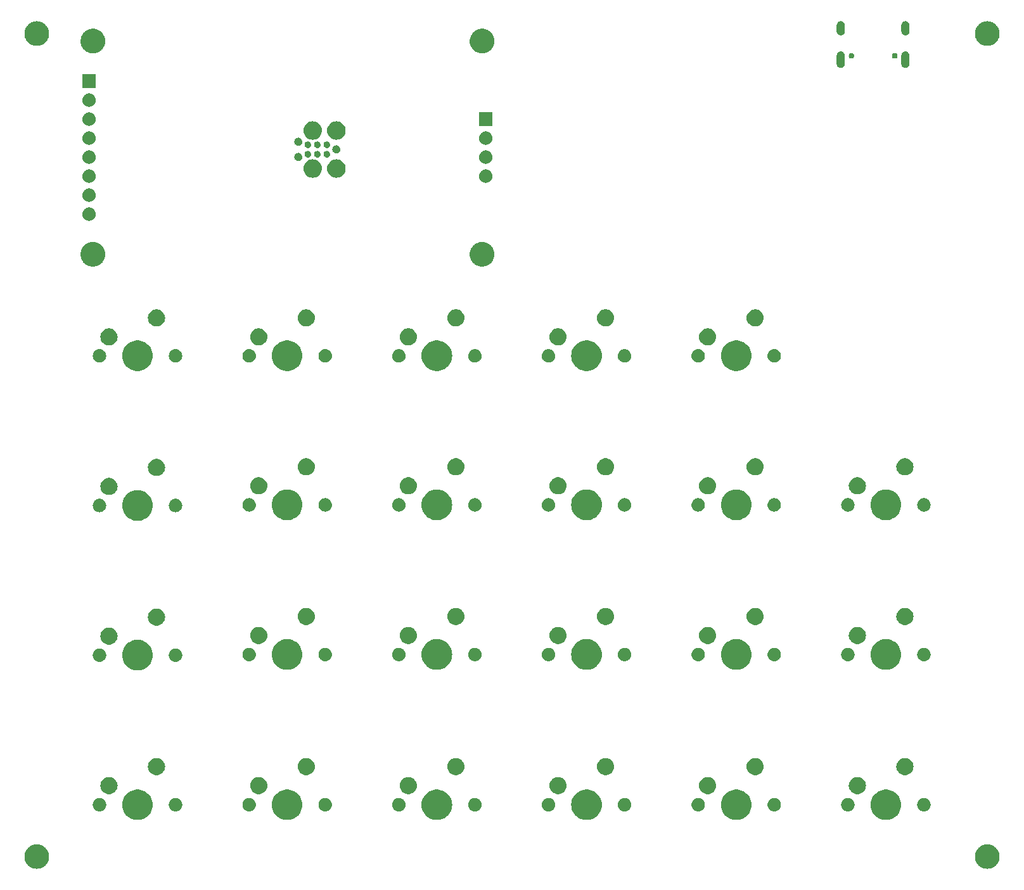
<source format=gbr>
%TF.GenerationSoftware,KiCad,Pcbnew,7.0.9*%
%TF.CreationDate,2023-12-17T15:27:51-08:00*%
%TF.ProjectId,MicroTrainer,4d696372-6f54-4726-9169-6e65722e6b69,rev?*%
%TF.SameCoordinates,Original*%
%TF.FileFunction,Soldermask,Bot*%
%TF.FilePolarity,Negative*%
%FSLAX46Y46*%
G04 Gerber Fmt 4.6, Leading zero omitted, Abs format (unit mm)*
G04 Created by KiCad (PCBNEW 7.0.9) date 2023-12-17 15:27:51*
%MOMM*%
%LPD*%
G01*
G04 APERTURE LIST*
G04 APERTURE END LIST*
G36*
X17060406Y-130354754D02*
G01*
X17123291Y-130354754D01*
X17192007Y-130365111D01*
X17258117Y-130370314D01*
X17311401Y-130383106D01*
X17367129Y-130391506D01*
X17439954Y-130413969D01*
X17509878Y-130430757D01*
X17555089Y-130449484D01*
X17602758Y-130464188D01*
X17677596Y-130500227D01*
X17749084Y-130529839D01*
X17785778Y-130552325D01*
X17824935Y-130571182D01*
X17899417Y-130621963D01*
X17969846Y-130665122D01*
X17998046Y-130689207D01*
X18028668Y-130710085D01*
X18100173Y-130776432D01*
X18166726Y-130833274D01*
X18186935Y-130856936D01*
X18209431Y-130877809D01*
X18275196Y-130960276D01*
X18334878Y-131030154D01*
X18348003Y-131051573D01*
X18363181Y-131070605D01*
X18420421Y-131169748D01*
X18470161Y-131250916D01*
X18477466Y-131268553D01*
X18486469Y-131284146D01*
X18532389Y-131401150D01*
X18569243Y-131490122D01*
X18572290Y-131502815D01*
X18576562Y-131513699D01*
X18608534Y-131653779D01*
X18629686Y-131741883D01*
X18630235Y-131748858D01*
X18631431Y-131754099D01*
X18647048Y-131962500D01*
X18650000Y-132000000D01*
X18647048Y-132037502D01*
X18631431Y-132245900D01*
X18630235Y-132251139D01*
X18629686Y-132258117D01*
X18608529Y-132346239D01*
X18576562Y-132486300D01*
X18572290Y-132497182D01*
X18569243Y-132509878D01*
X18532382Y-132598867D01*
X18486469Y-132715853D01*
X18477468Y-132731442D01*
X18470161Y-132749084D01*
X18420411Y-132830267D01*
X18363181Y-132929394D01*
X18348006Y-132948422D01*
X18334878Y-132969846D01*
X18275184Y-133039737D01*
X18209431Y-133122190D01*
X18186939Y-133143059D01*
X18166726Y-133166726D01*
X18100160Y-133223578D01*
X18028668Y-133289914D01*
X17998052Y-133310787D01*
X17969846Y-133334878D01*
X17899403Y-133378045D01*
X17824935Y-133428817D01*
X17785785Y-133447670D01*
X17749084Y-133470161D01*
X17677581Y-133499778D01*
X17602758Y-133535811D01*
X17555099Y-133550511D01*
X17509878Y-133569243D01*
X17439939Y-133586033D01*
X17367129Y-133608493D01*
X17311410Y-133616891D01*
X17258117Y-133629686D01*
X17192003Y-133634889D01*
X17123291Y-133645246D01*
X17060406Y-133645246D01*
X17000000Y-133650000D01*
X16939594Y-133645246D01*
X16876709Y-133645246D01*
X16807996Y-133634889D01*
X16741883Y-133629686D01*
X16688591Y-133616891D01*
X16632870Y-133608493D01*
X16560055Y-133586032D01*
X16490122Y-133569243D01*
X16444903Y-133550512D01*
X16397241Y-133535811D01*
X16322414Y-133499776D01*
X16250916Y-133470161D01*
X16214214Y-133447670D01*
X16175065Y-133428817D01*
X16100593Y-133378043D01*
X16030154Y-133334878D01*
X16001951Y-133310790D01*
X15971331Y-133289914D01*
X15899827Y-133223568D01*
X15833274Y-133166726D01*
X15813064Y-133143063D01*
X15790568Y-133122190D01*
X15724800Y-133039719D01*
X15665122Y-132969846D01*
X15651996Y-132948427D01*
X15636818Y-132929394D01*
X15579571Y-132830239D01*
X15529839Y-132749084D01*
X15522534Y-132731449D01*
X15513530Y-132715853D01*
X15467598Y-132598821D01*
X15430757Y-132509878D01*
X15427710Y-132497188D01*
X15423437Y-132486300D01*
X15391450Y-132346155D01*
X15370314Y-132258117D01*
X15369765Y-132251146D01*
X15368568Y-132245900D01*
X15352930Y-132037236D01*
X15350000Y-132000000D01*
X15352930Y-131962766D01*
X15368568Y-131754099D01*
X15369765Y-131748852D01*
X15370314Y-131741883D01*
X15391445Y-131653863D01*
X15423437Y-131513699D01*
X15427711Y-131502808D01*
X15430757Y-131490122D01*
X15467591Y-131401196D01*
X15513530Y-131284146D01*
X15522535Y-131268547D01*
X15529839Y-131250916D01*
X15579561Y-131169776D01*
X15636818Y-131070605D01*
X15651999Y-131051568D01*
X15665122Y-131030154D01*
X15724788Y-130960294D01*
X15790568Y-130877809D01*
X15813068Y-130856931D01*
X15833274Y-130833274D01*
X15899813Y-130776443D01*
X15971331Y-130710085D01*
X16001956Y-130689204D01*
X16030154Y-130665122D01*
X16100578Y-130621965D01*
X16175065Y-130571182D01*
X16214222Y-130552324D01*
X16250916Y-130529839D01*
X16322399Y-130500229D01*
X16397241Y-130464188D01*
X16444912Y-130449483D01*
X16490122Y-130430757D01*
X16560041Y-130413970D01*
X16632870Y-130391506D01*
X16688599Y-130383106D01*
X16741883Y-130370314D01*
X16807992Y-130365111D01*
X16876709Y-130354754D01*
X16939594Y-130354754D01*
X17000000Y-130350000D01*
X17060406Y-130354754D01*
G37*
G36*
X144060406Y-130354754D02*
G01*
X144123291Y-130354754D01*
X144192007Y-130365111D01*
X144258117Y-130370314D01*
X144311401Y-130383106D01*
X144367129Y-130391506D01*
X144439954Y-130413969D01*
X144509878Y-130430757D01*
X144555089Y-130449484D01*
X144602758Y-130464188D01*
X144677596Y-130500227D01*
X144749084Y-130529839D01*
X144785778Y-130552325D01*
X144824935Y-130571182D01*
X144899417Y-130621963D01*
X144969846Y-130665122D01*
X144998046Y-130689207D01*
X145028668Y-130710085D01*
X145100173Y-130776432D01*
X145166726Y-130833274D01*
X145186935Y-130856936D01*
X145209431Y-130877809D01*
X145275196Y-130960276D01*
X145334878Y-131030154D01*
X145348003Y-131051573D01*
X145363181Y-131070605D01*
X145420421Y-131169748D01*
X145470161Y-131250916D01*
X145477466Y-131268553D01*
X145486469Y-131284146D01*
X145532389Y-131401150D01*
X145569243Y-131490122D01*
X145572290Y-131502815D01*
X145576562Y-131513699D01*
X145608534Y-131653779D01*
X145629686Y-131741883D01*
X145630235Y-131748858D01*
X145631431Y-131754099D01*
X145647048Y-131962500D01*
X145650000Y-132000000D01*
X145647048Y-132037502D01*
X145631431Y-132245900D01*
X145630235Y-132251139D01*
X145629686Y-132258117D01*
X145608529Y-132346239D01*
X145576562Y-132486300D01*
X145572290Y-132497182D01*
X145569243Y-132509878D01*
X145532382Y-132598867D01*
X145486469Y-132715853D01*
X145477468Y-132731442D01*
X145470161Y-132749084D01*
X145420411Y-132830267D01*
X145363181Y-132929394D01*
X145348006Y-132948422D01*
X145334878Y-132969846D01*
X145275184Y-133039737D01*
X145209431Y-133122190D01*
X145186939Y-133143059D01*
X145166726Y-133166726D01*
X145100160Y-133223578D01*
X145028668Y-133289914D01*
X144998052Y-133310787D01*
X144969846Y-133334878D01*
X144899403Y-133378045D01*
X144824935Y-133428817D01*
X144785785Y-133447670D01*
X144749084Y-133470161D01*
X144677581Y-133499778D01*
X144602758Y-133535811D01*
X144555099Y-133550511D01*
X144509878Y-133569243D01*
X144439939Y-133586033D01*
X144367129Y-133608493D01*
X144311410Y-133616891D01*
X144258117Y-133629686D01*
X144192003Y-133634889D01*
X144123291Y-133645246D01*
X144060406Y-133645246D01*
X144000000Y-133650000D01*
X143939594Y-133645246D01*
X143876709Y-133645246D01*
X143807996Y-133634889D01*
X143741883Y-133629686D01*
X143688591Y-133616891D01*
X143632870Y-133608493D01*
X143560055Y-133586032D01*
X143490122Y-133569243D01*
X143444903Y-133550512D01*
X143397241Y-133535811D01*
X143322414Y-133499776D01*
X143250916Y-133470161D01*
X143214214Y-133447670D01*
X143175065Y-133428817D01*
X143100593Y-133378043D01*
X143030154Y-133334878D01*
X143001951Y-133310790D01*
X142971331Y-133289914D01*
X142899827Y-133223568D01*
X142833274Y-133166726D01*
X142813064Y-133143063D01*
X142790568Y-133122190D01*
X142724800Y-133039719D01*
X142665122Y-132969846D01*
X142651996Y-132948427D01*
X142636818Y-132929394D01*
X142579571Y-132830239D01*
X142529839Y-132749084D01*
X142522534Y-132731449D01*
X142513530Y-132715853D01*
X142467598Y-132598821D01*
X142430757Y-132509878D01*
X142427710Y-132497188D01*
X142423437Y-132486300D01*
X142391450Y-132346155D01*
X142370314Y-132258117D01*
X142369765Y-132251146D01*
X142368568Y-132245900D01*
X142352930Y-132037236D01*
X142350000Y-132000000D01*
X142352930Y-131962766D01*
X142368568Y-131754099D01*
X142369765Y-131748852D01*
X142370314Y-131741883D01*
X142391445Y-131653863D01*
X142423437Y-131513699D01*
X142427711Y-131502808D01*
X142430757Y-131490122D01*
X142467591Y-131401196D01*
X142513530Y-131284146D01*
X142522535Y-131268547D01*
X142529839Y-131250916D01*
X142579561Y-131169776D01*
X142636818Y-131070605D01*
X142651999Y-131051568D01*
X142665122Y-131030154D01*
X142724788Y-130960294D01*
X142790568Y-130877809D01*
X142813068Y-130856931D01*
X142833274Y-130833274D01*
X142899813Y-130776443D01*
X142971331Y-130710085D01*
X143001956Y-130689204D01*
X143030154Y-130665122D01*
X143100578Y-130621965D01*
X143175065Y-130571182D01*
X143214222Y-130552324D01*
X143250916Y-130529839D01*
X143322399Y-130500229D01*
X143397241Y-130464188D01*
X143444912Y-130449483D01*
X143490122Y-130430757D01*
X143560041Y-130413970D01*
X143632870Y-130391506D01*
X143688599Y-130383106D01*
X143741883Y-130370314D01*
X143807992Y-130365111D01*
X143876709Y-130354754D01*
X143939594Y-130354754D01*
X144000000Y-130350000D01*
X144060406Y-130354754D01*
G37*
G36*
X30877085Y-123072878D02*
G01*
X31146503Y-123148365D01*
X31403133Y-123259835D01*
X31642195Y-123405212D01*
X31859234Y-123581786D01*
X32050208Y-123786270D01*
X32211560Y-124014853D01*
X32340283Y-124263278D01*
X32433980Y-124526917D01*
X32490906Y-124800858D01*
X32510000Y-125080000D01*
X32490906Y-125359142D01*
X32433980Y-125633083D01*
X32340283Y-125896722D01*
X32211560Y-126145147D01*
X32050208Y-126373730D01*
X31859234Y-126578214D01*
X31642195Y-126754788D01*
X31403133Y-126900165D01*
X31146503Y-127011635D01*
X30877085Y-127087122D01*
X30599897Y-127125221D01*
X30320103Y-127125221D01*
X30042915Y-127087122D01*
X29773497Y-127011635D01*
X29516867Y-126900165D01*
X29277805Y-126754788D01*
X29060766Y-126578214D01*
X28869792Y-126373730D01*
X28708440Y-126145147D01*
X28579717Y-125896722D01*
X28486020Y-125633083D01*
X28429094Y-125359142D01*
X28410000Y-125080000D01*
X28429094Y-124800858D01*
X28486020Y-124526917D01*
X28579717Y-124263278D01*
X28708440Y-124014853D01*
X28869792Y-123786270D01*
X29060766Y-123581786D01*
X29277805Y-123405212D01*
X29516867Y-123259835D01*
X29773497Y-123148365D01*
X30042915Y-123072878D01*
X30320103Y-123034779D01*
X30599897Y-123034779D01*
X30877085Y-123072878D01*
G37*
G36*
X50877085Y-123072878D02*
G01*
X51146503Y-123148365D01*
X51403133Y-123259835D01*
X51642195Y-123405212D01*
X51859234Y-123581786D01*
X52050208Y-123786270D01*
X52211560Y-124014853D01*
X52340283Y-124263278D01*
X52433980Y-124526917D01*
X52490906Y-124800858D01*
X52510000Y-125080000D01*
X52490906Y-125359142D01*
X52433980Y-125633083D01*
X52340283Y-125896722D01*
X52211560Y-126145147D01*
X52050208Y-126373730D01*
X51859234Y-126578214D01*
X51642195Y-126754788D01*
X51403133Y-126900165D01*
X51146503Y-127011635D01*
X50877085Y-127087122D01*
X50599897Y-127125221D01*
X50320103Y-127125221D01*
X50042915Y-127087122D01*
X49773497Y-127011635D01*
X49516867Y-126900165D01*
X49277805Y-126754788D01*
X49060766Y-126578214D01*
X48869792Y-126373730D01*
X48708440Y-126145147D01*
X48579717Y-125896722D01*
X48486020Y-125633083D01*
X48429094Y-125359142D01*
X48410000Y-125080000D01*
X48429094Y-124800858D01*
X48486020Y-124526917D01*
X48579717Y-124263278D01*
X48708440Y-124014853D01*
X48869792Y-123786270D01*
X49060766Y-123581786D01*
X49277805Y-123405212D01*
X49516867Y-123259835D01*
X49773497Y-123148365D01*
X50042915Y-123072878D01*
X50320103Y-123034779D01*
X50599897Y-123034779D01*
X50877085Y-123072878D01*
G37*
G36*
X70877085Y-123072878D02*
G01*
X71146503Y-123148365D01*
X71403133Y-123259835D01*
X71642195Y-123405212D01*
X71859234Y-123581786D01*
X72050208Y-123786270D01*
X72211560Y-124014853D01*
X72340283Y-124263278D01*
X72433980Y-124526917D01*
X72490906Y-124800858D01*
X72510000Y-125080000D01*
X72490906Y-125359142D01*
X72433980Y-125633083D01*
X72340283Y-125896722D01*
X72211560Y-126145147D01*
X72050208Y-126373730D01*
X71859234Y-126578214D01*
X71642195Y-126754788D01*
X71403133Y-126900165D01*
X71146503Y-127011635D01*
X70877085Y-127087122D01*
X70599897Y-127125221D01*
X70320103Y-127125221D01*
X70042915Y-127087122D01*
X69773497Y-127011635D01*
X69516867Y-126900165D01*
X69277805Y-126754788D01*
X69060766Y-126578214D01*
X68869792Y-126373730D01*
X68708440Y-126145147D01*
X68579717Y-125896722D01*
X68486020Y-125633083D01*
X68429094Y-125359142D01*
X68410000Y-125080000D01*
X68429094Y-124800858D01*
X68486020Y-124526917D01*
X68579717Y-124263278D01*
X68708440Y-124014853D01*
X68869792Y-123786270D01*
X69060766Y-123581786D01*
X69277805Y-123405212D01*
X69516867Y-123259835D01*
X69773497Y-123148365D01*
X70042915Y-123072878D01*
X70320103Y-123034779D01*
X70599897Y-123034779D01*
X70877085Y-123072878D01*
G37*
G36*
X90877085Y-123072878D02*
G01*
X91146503Y-123148365D01*
X91403133Y-123259835D01*
X91642195Y-123405212D01*
X91859234Y-123581786D01*
X92050208Y-123786270D01*
X92211560Y-124014853D01*
X92340283Y-124263278D01*
X92433980Y-124526917D01*
X92490906Y-124800858D01*
X92510000Y-125080000D01*
X92490906Y-125359142D01*
X92433980Y-125633083D01*
X92340283Y-125896722D01*
X92211560Y-126145147D01*
X92050208Y-126373730D01*
X91859234Y-126578214D01*
X91642195Y-126754788D01*
X91403133Y-126900165D01*
X91146503Y-127011635D01*
X90877085Y-127087122D01*
X90599897Y-127125221D01*
X90320103Y-127125221D01*
X90042915Y-127087122D01*
X89773497Y-127011635D01*
X89516867Y-126900165D01*
X89277805Y-126754788D01*
X89060766Y-126578214D01*
X88869792Y-126373730D01*
X88708440Y-126145147D01*
X88579717Y-125896722D01*
X88486020Y-125633083D01*
X88429094Y-125359142D01*
X88410000Y-125080000D01*
X88429094Y-124800858D01*
X88486020Y-124526917D01*
X88579717Y-124263278D01*
X88708440Y-124014853D01*
X88869792Y-123786270D01*
X89060766Y-123581786D01*
X89277805Y-123405212D01*
X89516867Y-123259835D01*
X89773497Y-123148365D01*
X90042915Y-123072878D01*
X90320103Y-123034779D01*
X90599897Y-123034779D01*
X90877085Y-123072878D01*
G37*
G36*
X110877085Y-123072878D02*
G01*
X111146503Y-123148365D01*
X111403133Y-123259835D01*
X111642195Y-123405212D01*
X111859234Y-123581786D01*
X112050208Y-123786270D01*
X112211560Y-124014853D01*
X112340283Y-124263278D01*
X112433980Y-124526917D01*
X112490906Y-124800858D01*
X112510000Y-125080000D01*
X112490906Y-125359142D01*
X112433980Y-125633083D01*
X112340283Y-125896722D01*
X112211560Y-126145147D01*
X112050208Y-126373730D01*
X111859234Y-126578214D01*
X111642195Y-126754788D01*
X111403133Y-126900165D01*
X111146503Y-127011635D01*
X110877085Y-127087122D01*
X110599897Y-127125221D01*
X110320103Y-127125221D01*
X110042915Y-127087122D01*
X109773497Y-127011635D01*
X109516867Y-126900165D01*
X109277805Y-126754788D01*
X109060766Y-126578214D01*
X108869792Y-126373730D01*
X108708440Y-126145147D01*
X108579717Y-125896722D01*
X108486020Y-125633083D01*
X108429094Y-125359142D01*
X108410000Y-125080000D01*
X108429094Y-124800858D01*
X108486020Y-124526917D01*
X108579717Y-124263278D01*
X108708440Y-124014853D01*
X108869792Y-123786270D01*
X109060766Y-123581786D01*
X109277805Y-123405212D01*
X109516867Y-123259835D01*
X109773497Y-123148365D01*
X110042915Y-123072878D01*
X110320103Y-123034779D01*
X110599897Y-123034779D01*
X110877085Y-123072878D01*
G37*
G36*
X130877085Y-123072878D02*
G01*
X131146503Y-123148365D01*
X131403133Y-123259835D01*
X131642195Y-123405212D01*
X131859234Y-123581786D01*
X132050208Y-123786270D01*
X132211560Y-124014853D01*
X132340283Y-124263278D01*
X132433980Y-124526917D01*
X132490906Y-124800858D01*
X132510000Y-125080000D01*
X132490906Y-125359142D01*
X132433980Y-125633083D01*
X132340283Y-125896722D01*
X132211560Y-126145147D01*
X132050208Y-126373730D01*
X131859234Y-126578214D01*
X131642195Y-126754788D01*
X131403133Y-126900165D01*
X131146503Y-127011635D01*
X130877085Y-127087122D01*
X130599897Y-127125221D01*
X130320103Y-127125221D01*
X130042915Y-127087122D01*
X129773497Y-127011635D01*
X129516867Y-126900165D01*
X129277805Y-126754788D01*
X129060766Y-126578214D01*
X128869792Y-126373730D01*
X128708440Y-126145147D01*
X128579717Y-125896722D01*
X128486020Y-125633083D01*
X128429094Y-125359142D01*
X128410000Y-125080000D01*
X128429094Y-124800858D01*
X128486020Y-124526917D01*
X128579717Y-124263278D01*
X128708440Y-124014853D01*
X128869792Y-123786270D01*
X129060766Y-123581786D01*
X129277805Y-123405212D01*
X129516867Y-123259835D01*
X129773497Y-123148365D01*
X130042915Y-123072878D01*
X130320103Y-123034779D01*
X130599897Y-123034779D01*
X130877085Y-123072878D01*
G37*
G36*
X25427607Y-124184930D02*
G01*
X25474076Y-124184930D01*
X25514202Y-124193459D01*
X25555533Y-124197530D01*
X25607460Y-124213282D01*
X25658115Y-124224049D01*
X25690527Y-124238479D01*
X25724321Y-124248731D01*
X25778023Y-124277435D01*
X25830000Y-124300577D01*
X25854165Y-124318134D01*
X25879878Y-124331878D01*
X25932333Y-124374927D01*
X25982218Y-124411170D01*
X25998412Y-124429155D01*
X26016225Y-124443774D01*
X26064089Y-124502097D01*
X26108115Y-124550993D01*
X26117365Y-124567015D01*
X26128121Y-124580121D01*
X26167908Y-124654557D01*
X26202191Y-124713937D01*
X26206134Y-124726074D01*
X26211268Y-124735678D01*
X26239568Y-124828971D01*
X26260333Y-124892879D01*
X26261064Y-124899834D01*
X26262469Y-124904466D01*
X26276151Y-125043385D01*
X26280000Y-125080000D01*
X26276151Y-125116617D01*
X26262469Y-125255533D01*
X26261064Y-125260164D01*
X26260333Y-125267121D01*
X26239563Y-125331042D01*
X26211268Y-125424321D01*
X26206135Y-125433923D01*
X26202191Y-125446063D01*
X26167901Y-125505454D01*
X26128121Y-125579878D01*
X26117367Y-125592981D01*
X26108115Y-125609007D01*
X26064080Y-125657912D01*
X26016225Y-125716225D01*
X25998415Y-125730840D01*
X25982218Y-125748830D01*
X25932323Y-125785080D01*
X25879878Y-125828121D01*
X25854171Y-125841861D01*
X25830000Y-125859423D01*
X25778012Y-125882569D01*
X25724321Y-125911268D01*
X25690534Y-125921517D01*
X25658115Y-125935951D01*
X25607449Y-125946720D01*
X25555533Y-125962469D01*
X25514210Y-125966538D01*
X25474076Y-125975070D01*
X25427597Y-125975070D01*
X25380000Y-125979758D01*
X25332403Y-125975070D01*
X25285924Y-125975070D01*
X25245789Y-125966539D01*
X25204466Y-125962469D01*
X25152546Y-125946719D01*
X25101885Y-125935951D01*
X25069467Y-125921517D01*
X25035678Y-125911268D01*
X24981981Y-125882566D01*
X24930000Y-125859423D01*
X24905831Y-125841863D01*
X24880121Y-125828121D01*
X24827667Y-125785074D01*
X24777782Y-125748830D01*
X24761587Y-125730843D01*
X24743774Y-125716225D01*
X24695908Y-125657899D01*
X24651885Y-125609007D01*
X24642634Y-125592985D01*
X24631878Y-125579878D01*
X24592085Y-125505431D01*
X24557809Y-125446063D01*
X24553866Y-125433928D01*
X24548731Y-125424321D01*
X24520421Y-125330996D01*
X24499667Y-125267121D01*
X24498936Y-125260169D01*
X24497530Y-125255533D01*
X24483832Y-125116466D01*
X24480000Y-125080000D01*
X24483832Y-125043536D01*
X24497530Y-124904466D01*
X24498936Y-124899829D01*
X24499667Y-124892879D01*
X24520416Y-124829017D01*
X24548731Y-124735678D01*
X24553866Y-124726069D01*
X24557809Y-124713937D01*
X24592078Y-124654581D01*
X24631878Y-124580121D01*
X24642636Y-124567011D01*
X24651885Y-124550993D01*
X24695898Y-124502110D01*
X24743774Y-124443774D01*
X24761590Y-124429152D01*
X24777782Y-124411170D01*
X24827657Y-124374933D01*
X24880121Y-124331878D01*
X24905836Y-124318132D01*
X24930000Y-124300577D01*
X24981970Y-124277438D01*
X25035678Y-124248731D01*
X25069474Y-124238478D01*
X25101885Y-124224049D01*
X25152535Y-124213282D01*
X25204466Y-124197530D01*
X25245798Y-124193459D01*
X25285924Y-124184930D01*
X25332393Y-124184930D01*
X25380000Y-124180241D01*
X25427607Y-124184930D01*
G37*
G36*
X35587607Y-124184930D02*
G01*
X35634076Y-124184930D01*
X35674202Y-124193459D01*
X35715533Y-124197530D01*
X35767460Y-124213282D01*
X35818115Y-124224049D01*
X35850527Y-124238479D01*
X35884321Y-124248731D01*
X35938023Y-124277435D01*
X35990000Y-124300577D01*
X36014165Y-124318134D01*
X36039878Y-124331878D01*
X36092333Y-124374927D01*
X36142218Y-124411170D01*
X36158412Y-124429155D01*
X36176225Y-124443774D01*
X36224089Y-124502097D01*
X36268115Y-124550993D01*
X36277365Y-124567015D01*
X36288121Y-124580121D01*
X36327908Y-124654557D01*
X36362191Y-124713937D01*
X36366134Y-124726074D01*
X36371268Y-124735678D01*
X36399568Y-124828971D01*
X36420333Y-124892879D01*
X36421064Y-124899834D01*
X36422469Y-124904466D01*
X36436151Y-125043385D01*
X36440000Y-125080000D01*
X36436151Y-125116617D01*
X36422469Y-125255533D01*
X36421064Y-125260164D01*
X36420333Y-125267121D01*
X36399563Y-125331042D01*
X36371268Y-125424321D01*
X36366135Y-125433923D01*
X36362191Y-125446063D01*
X36327901Y-125505454D01*
X36288121Y-125579878D01*
X36277367Y-125592981D01*
X36268115Y-125609007D01*
X36224080Y-125657912D01*
X36176225Y-125716225D01*
X36158415Y-125730840D01*
X36142218Y-125748830D01*
X36092323Y-125785080D01*
X36039878Y-125828121D01*
X36014171Y-125841861D01*
X35990000Y-125859423D01*
X35938012Y-125882569D01*
X35884321Y-125911268D01*
X35850534Y-125921517D01*
X35818115Y-125935951D01*
X35767449Y-125946720D01*
X35715533Y-125962469D01*
X35674210Y-125966538D01*
X35634076Y-125975070D01*
X35587597Y-125975070D01*
X35540000Y-125979758D01*
X35492403Y-125975070D01*
X35445924Y-125975070D01*
X35405789Y-125966539D01*
X35364466Y-125962469D01*
X35312546Y-125946719D01*
X35261885Y-125935951D01*
X35229467Y-125921517D01*
X35195678Y-125911268D01*
X35141981Y-125882566D01*
X35090000Y-125859423D01*
X35065831Y-125841863D01*
X35040121Y-125828121D01*
X34987667Y-125785074D01*
X34937782Y-125748830D01*
X34921587Y-125730843D01*
X34903774Y-125716225D01*
X34855908Y-125657899D01*
X34811885Y-125609007D01*
X34802634Y-125592985D01*
X34791878Y-125579878D01*
X34752085Y-125505431D01*
X34717809Y-125446063D01*
X34713866Y-125433928D01*
X34708731Y-125424321D01*
X34680421Y-125330996D01*
X34659667Y-125267121D01*
X34658936Y-125260169D01*
X34657530Y-125255533D01*
X34643832Y-125116466D01*
X34640000Y-125080000D01*
X34643832Y-125043536D01*
X34657530Y-124904466D01*
X34658936Y-124899829D01*
X34659667Y-124892879D01*
X34680416Y-124829017D01*
X34708731Y-124735678D01*
X34713866Y-124726069D01*
X34717809Y-124713937D01*
X34752078Y-124654581D01*
X34791878Y-124580121D01*
X34802636Y-124567011D01*
X34811885Y-124550993D01*
X34855898Y-124502110D01*
X34903774Y-124443774D01*
X34921590Y-124429152D01*
X34937782Y-124411170D01*
X34987657Y-124374933D01*
X35040121Y-124331878D01*
X35065836Y-124318132D01*
X35090000Y-124300577D01*
X35141970Y-124277438D01*
X35195678Y-124248731D01*
X35229474Y-124238478D01*
X35261885Y-124224049D01*
X35312535Y-124213282D01*
X35364466Y-124197530D01*
X35405798Y-124193459D01*
X35445924Y-124184930D01*
X35492393Y-124184930D01*
X35540000Y-124180241D01*
X35587607Y-124184930D01*
G37*
G36*
X45427607Y-124184930D02*
G01*
X45474076Y-124184930D01*
X45514202Y-124193459D01*
X45555533Y-124197530D01*
X45607460Y-124213282D01*
X45658115Y-124224049D01*
X45690527Y-124238479D01*
X45724321Y-124248731D01*
X45778023Y-124277435D01*
X45830000Y-124300577D01*
X45854165Y-124318134D01*
X45879878Y-124331878D01*
X45932333Y-124374927D01*
X45982218Y-124411170D01*
X45998412Y-124429155D01*
X46016225Y-124443774D01*
X46064089Y-124502097D01*
X46108115Y-124550993D01*
X46117365Y-124567015D01*
X46128121Y-124580121D01*
X46167908Y-124654557D01*
X46202191Y-124713937D01*
X46206134Y-124726074D01*
X46211268Y-124735678D01*
X46239568Y-124828971D01*
X46260333Y-124892879D01*
X46261064Y-124899834D01*
X46262469Y-124904466D01*
X46276151Y-125043385D01*
X46280000Y-125080000D01*
X46276151Y-125116617D01*
X46262469Y-125255533D01*
X46261064Y-125260164D01*
X46260333Y-125267121D01*
X46239563Y-125331042D01*
X46211268Y-125424321D01*
X46206135Y-125433923D01*
X46202191Y-125446063D01*
X46167901Y-125505454D01*
X46128121Y-125579878D01*
X46117367Y-125592981D01*
X46108115Y-125609007D01*
X46064080Y-125657912D01*
X46016225Y-125716225D01*
X45998415Y-125730840D01*
X45982218Y-125748830D01*
X45932323Y-125785080D01*
X45879878Y-125828121D01*
X45854171Y-125841861D01*
X45830000Y-125859423D01*
X45778012Y-125882569D01*
X45724321Y-125911268D01*
X45690534Y-125921517D01*
X45658115Y-125935951D01*
X45607449Y-125946720D01*
X45555533Y-125962469D01*
X45514210Y-125966538D01*
X45474076Y-125975070D01*
X45427597Y-125975070D01*
X45380000Y-125979758D01*
X45332403Y-125975070D01*
X45285924Y-125975070D01*
X45245789Y-125966539D01*
X45204466Y-125962469D01*
X45152546Y-125946719D01*
X45101885Y-125935951D01*
X45069467Y-125921517D01*
X45035678Y-125911268D01*
X44981981Y-125882566D01*
X44930000Y-125859423D01*
X44905831Y-125841863D01*
X44880121Y-125828121D01*
X44827667Y-125785074D01*
X44777782Y-125748830D01*
X44761587Y-125730843D01*
X44743774Y-125716225D01*
X44695908Y-125657899D01*
X44651885Y-125609007D01*
X44642634Y-125592985D01*
X44631878Y-125579878D01*
X44592085Y-125505431D01*
X44557809Y-125446063D01*
X44553866Y-125433928D01*
X44548731Y-125424321D01*
X44520421Y-125330996D01*
X44499667Y-125267121D01*
X44498936Y-125260169D01*
X44497530Y-125255533D01*
X44483832Y-125116466D01*
X44480000Y-125080000D01*
X44483832Y-125043536D01*
X44497530Y-124904466D01*
X44498936Y-124899829D01*
X44499667Y-124892879D01*
X44520416Y-124829017D01*
X44548731Y-124735678D01*
X44553866Y-124726069D01*
X44557809Y-124713937D01*
X44592078Y-124654581D01*
X44631878Y-124580121D01*
X44642636Y-124567011D01*
X44651885Y-124550993D01*
X44695898Y-124502110D01*
X44743774Y-124443774D01*
X44761590Y-124429152D01*
X44777782Y-124411170D01*
X44827657Y-124374933D01*
X44880121Y-124331878D01*
X44905836Y-124318132D01*
X44930000Y-124300577D01*
X44981970Y-124277438D01*
X45035678Y-124248731D01*
X45069474Y-124238478D01*
X45101885Y-124224049D01*
X45152535Y-124213282D01*
X45204466Y-124197530D01*
X45245798Y-124193459D01*
X45285924Y-124184930D01*
X45332393Y-124184930D01*
X45380000Y-124180241D01*
X45427607Y-124184930D01*
G37*
G36*
X55587607Y-124184930D02*
G01*
X55634076Y-124184930D01*
X55674202Y-124193459D01*
X55715533Y-124197530D01*
X55767460Y-124213282D01*
X55818115Y-124224049D01*
X55850527Y-124238479D01*
X55884321Y-124248731D01*
X55938023Y-124277435D01*
X55990000Y-124300577D01*
X56014165Y-124318134D01*
X56039878Y-124331878D01*
X56092333Y-124374927D01*
X56142218Y-124411170D01*
X56158412Y-124429155D01*
X56176225Y-124443774D01*
X56224089Y-124502097D01*
X56268115Y-124550993D01*
X56277365Y-124567015D01*
X56288121Y-124580121D01*
X56327908Y-124654557D01*
X56362191Y-124713937D01*
X56366134Y-124726074D01*
X56371268Y-124735678D01*
X56399568Y-124828971D01*
X56420333Y-124892879D01*
X56421064Y-124899834D01*
X56422469Y-124904466D01*
X56436151Y-125043385D01*
X56440000Y-125080000D01*
X56436151Y-125116617D01*
X56422469Y-125255533D01*
X56421064Y-125260164D01*
X56420333Y-125267121D01*
X56399563Y-125331042D01*
X56371268Y-125424321D01*
X56366135Y-125433923D01*
X56362191Y-125446063D01*
X56327901Y-125505454D01*
X56288121Y-125579878D01*
X56277367Y-125592981D01*
X56268115Y-125609007D01*
X56224080Y-125657912D01*
X56176225Y-125716225D01*
X56158415Y-125730840D01*
X56142218Y-125748830D01*
X56092323Y-125785080D01*
X56039878Y-125828121D01*
X56014171Y-125841861D01*
X55990000Y-125859423D01*
X55938012Y-125882569D01*
X55884321Y-125911268D01*
X55850534Y-125921517D01*
X55818115Y-125935951D01*
X55767449Y-125946720D01*
X55715533Y-125962469D01*
X55674210Y-125966538D01*
X55634076Y-125975070D01*
X55587597Y-125975070D01*
X55540000Y-125979758D01*
X55492403Y-125975070D01*
X55445924Y-125975070D01*
X55405789Y-125966539D01*
X55364466Y-125962469D01*
X55312546Y-125946719D01*
X55261885Y-125935951D01*
X55229467Y-125921517D01*
X55195678Y-125911268D01*
X55141981Y-125882566D01*
X55090000Y-125859423D01*
X55065831Y-125841863D01*
X55040121Y-125828121D01*
X54987667Y-125785074D01*
X54937782Y-125748830D01*
X54921587Y-125730843D01*
X54903774Y-125716225D01*
X54855908Y-125657899D01*
X54811885Y-125609007D01*
X54802634Y-125592985D01*
X54791878Y-125579878D01*
X54752085Y-125505431D01*
X54717809Y-125446063D01*
X54713866Y-125433928D01*
X54708731Y-125424321D01*
X54680421Y-125330996D01*
X54659667Y-125267121D01*
X54658936Y-125260169D01*
X54657530Y-125255533D01*
X54643832Y-125116466D01*
X54640000Y-125080000D01*
X54643832Y-125043536D01*
X54657530Y-124904466D01*
X54658936Y-124899829D01*
X54659667Y-124892879D01*
X54680416Y-124829017D01*
X54708731Y-124735678D01*
X54713866Y-124726069D01*
X54717809Y-124713937D01*
X54752078Y-124654581D01*
X54791878Y-124580121D01*
X54802636Y-124567011D01*
X54811885Y-124550993D01*
X54855898Y-124502110D01*
X54903774Y-124443774D01*
X54921590Y-124429152D01*
X54937782Y-124411170D01*
X54987657Y-124374933D01*
X55040121Y-124331878D01*
X55065836Y-124318132D01*
X55090000Y-124300577D01*
X55141970Y-124277438D01*
X55195678Y-124248731D01*
X55229474Y-124238478D01*
X55261885Y-124224049D01*
X55312535Y-124213282D01*
X55364466Y-124197530D01*
X55405798Y-124193459D01*
X55445924Y-124184930D01*
X55492393Y-124184930D01*
X55540000Y-124180241D01*
X55587607Y-124184930D01*
G37*
G36*
X65427607Y-124184930D02*
G01*
X65474076Y-124184930D01*
X65514202Y-124193459D01*
X65555533Y-124197530D01*
X65607460Y-124213282D01*
X65658115Y-124224049D01*
X65690527Y-124238479D01*
X65724321Y-124248731D01*
X65778023Y-124277435D01*
X65830000Y-124300577D01*
X65854165Y-124318134D01*
X65879878Y-124331878D01*
X65932333Y-124374927D01*
X65982218Y-124411170D01*
X65998412Y-124429155D01*
X66016225Y-124443774D01*
X66064089Y-124502097D01*
X66108115Y-124550993D01*
X66117365Y-124567015D01*
X66128121Y-124580121D01*
X66167908Y-124654557D01*
X66202191Y-124713937D01*
X66206134Y-124726074D01*
X66211268Y-124735678D01*
X66239568Y-124828971D01*
X66260333Y-124892879D01*
X66261064Y-124899834D01*
X66262469Y-124904466D01*
X66276151Y-125043385D01*
X66280000Y-125080000D01*
X66276151Y-125116617D01*
X66262469Y-125255533D01*
X66261064Y-125260164D01*
X66260333Y-125267121D01*
X66239563Y-125331042D01*
X66211268Y-125424321D01*
X66206135Y-125433923D01*
X66202191Y-125446063D01*
X66167901Y-125505454D01*
X66128121Y-125579878D01*
X66117367Y-125592981D01*
X66108115Y-125609007D01*
X66064080Y-125657912D01*
X66016225Y-125716225D01*
X65998415Y-125730840D01*
X65982218Y-125748830D01*
X65932323Y-125785080D01*
X65879878Y-125828121D01*
X65854171Y-125841861D01*
X65830000Y-125859423D01*
X65778012Y-125882569D01*
X65724321Y-125911268D01*
X65690534Y-125921517D01*
X65658115Y-125935951D01*
X65607449Y-125946720D01*
X65555533Y-125962469D01*
X65514210Y-125966538D01*
X65474076Y-125975070D01*
X65427597Y-125975070D01*
X65380000Y-125979758D01*
X65332403Y-125975070D01*
X65285924Y-125975070D01*
X65245789Y-125966539D01*
X65204466Y-125962469D01*
X65152546Y-125946719D01*
X65101885Y-125935951D01*
X65069467Y-125921517D01*
X65035678Y-125911268D01*
X64981981Y-125882566D01*
X64930000Y-125859423D01*
X64905831Y-125841863D01*
X64880121Y-125828121D01*
X64827667Y-125785074D01*
X64777782Y-125748830D01*
X64761587Y-125730843D01*
X64743774Y-125716225D01*
X64695908Y-125657899D01*
X64651885Y-125609007D01*
X64642634Y-125592985D01*
X64631878Y-125579878D01*
X64592085Y-125505431D01*
X64557809Y-125446063D01*
X64553866Y-125433928D01*
X64548731Y-125424321D01*
X64520421Y-125330996D01*
X64499667Y-125267121D01*
X64498936Y-125260169D01*
X64497530Y-125255533D01*
X64483832Y-125116466D01*
X64480000Y-125080000D01*
X64483832Y-125043536D01*
X64497530Y-124904466D01*
X64498936Y-124899829D01*
X64499667Y-124892879D01*
X64520416Y-124829017D01*
X64548731Y-124735678D01*
X64553866Y-124726069D01*
X64557809Y-124713937D01*
X64592078Y-124654581D01*
X64631878Y-124580121D01*
X64642636Y-124567011D01*
X64651885Y-124550993D01*
X64695898Y-124502110D01*
X64743774Y-124443774D01*
X64761590Y-124429152D01*
X64777782Y-124411170D01*
X64827657Y-124374933D01*
X64880121Y-124331878D01*
X64905836Y-124318132D01*
X64930000Y-124300577D01*
X64981970Y-124277438D01*
X65035678Y-124248731D01*
X65069474Y-124238478D01*
X65101885Y-124224049D01*
X65152535Y-124213282D01*
X65204466Y-124197530D01*
X65245798Y-124193459D01*
X65285924Y-124184930D01*
X65332393Y-124184930D01*
X65380000Y-124180241D01*
X65427607Y-124184930D01*
G37*
G36*
X75587607Y-124184930D02*
G01*
X75634076Y-124184930D01*
X75674202Y-124193459D01*
X75715533Y-124197530D01*
X75767460Y-124213282D01*
X75818115Y-124224049D01*
X75850527Y-124238479D01*
X75884321Y-124248731D01*
X75938023Y-124277435D01*
X75990000Y-124300577D01*
X76014165Y-124318134D01*
X76039878Y-124331878D01*
X76092333Y-124374927D01*
X76142218Y-124411170D01*
X76158412Y-124429155D01*
X76176225Y-124443774D01*
X76224089Y-124502097D01*
X76268115Y-124550993D01*
X76277365Y-124567015D01*
X76288121Y-124580121D01*
X76327908Y-124654557D01*
X76362191Y-124713937D01*
X76366134Y-124726074D01*
X76371268Y-124735678D01*
X76399568Y-124828971D01*
X76420333Y-124892879D01*
X76421064Y-124899834D01*
X76422469Y-124904466D01*
X76436151Y-125043385D01*
X76440000Y-125080000D01*
X76436151Y-125116617D01*
X76422469Y-125255533D01*
X76421064Y-125260164D01*
X76420333Y-125267121D01*
X76399563Y-125331042D01*
X76371268Y-125424321D01*
X76366135Y-125433923D01*
X76362191Y-125446063D01*
X76327901Y-125505454D01*
X76288121Y-125579878D01*
X76277367Y-125592981D01*
X76268115Y-125609007D01*
X76224080Y-125657912D01*
X76176225Y-125716225D01*
X76158415Y-125730840D01*
X76142218Y-125748830D01*
X76092323Y-125785080D01*
X76039878Y-125828121D01*
X76014171Y-125841861D01*
X75990000Y-125859423D01*
X75938012Y-125882569D01*
X75884321Y-125911268D01*
X75850534Y-125921517D01*
X75818115Y-125935951D01*
X75767449Y-125946720D01*
X75715533Y-125962469D01*
X75674210Y-125966538D01*
X75634076Y-125975070D01*
X75587597Y-125975070D01*
X75540000Y-125979758D01*
X75492403Y-125975070D01*
X75445924Y-125975070D01*
X75405789Y-125966539D01*
X75364466Y-125962469D01*
X75312546Y-125946719D01*
X75261885Y-125935951D01*
X75229467Y-125921517D01*
X75195678Y-125911268D01*
X75141981Y-125882566D01*
X75090000Y-125859423D01*
X75065831Y-125841863D01*
X75040121Y-125828121D01*
X74987667Y-125785074D01*
X74937782Y-125748830D01*
X74921587Y-125730843D01*
X74903774Y-125716225D01*
X74855908Y-125657899D01*
X74811885Y-125609007D01*
X74802634Y-125592985D01*
X74791878Y-125579878D01*
X74752085Y-125505431D01*
X74717809Y-125446063D01*
X74713866Y-125433928D01*
X74708731Y-125424321D01*
X74680421Y-125330996D01*
X74659667Y-125267121D01*
X74658936Y-125260169D01*
X74657530Y-125255533D01*
X74643832Y-125116466D01*
X74640000Y-125080000D01*
X74643832Y-125043536D01*
X74657530Y-124904466D01*
X74658936Y-124899829D01*
X74659667Y-124892879D01*
X74680416Y-124829017D01*
X74708731Y-124735678D01*
X74713866Y-124726069D01*
X74717809Y-124713937D01*
X74752078Y-124654581D01*
X74791878Y-124580121D01*
X74802636Y-124567011D01*
X74811885Y-124550993D01*
X74855898Y-124502110D01*
X74903774Y-124443774D01*
X74921590Y-124429152D01*
X74937782Y-124411170D01*
X74987657Y-124374933D01*
X75040121Y-124331878D01*
X75065836Y-124318132D01*
X75090000Y-124300577D01*
X75141970Y-124277438D01*
X75195678Y-124248731D01*
X75229474Y-124238478D01*
X75261885Y-124224049D01*
X75312535Y-124213282D01*
X75364466Y-124197530D01*
X75405798Y-124193459D01*
X75445924Y-124184930D01*
X75492393Y-124184930D01*
X75540000Y-124180241D01*
X75587607Y-124184930D01*
G37*
G36*
X85427607Y-124184930D02*
G01*
X85474076Y-124184930D01*
X85514202Y-124193459D01*
X85555533Y-124197530D01*
X85607460Y-124213282D01*
X85658115Y-124224049D01*
X85690527Y-124238479D01*
X85724321Y-124248731D01*
X85778023Y-124277435D01*
X85830000Y-124300577D01*
X85854165Y-124318134D01*
X85879878Y-124331878D01*
X85932333Y-124374927D01*
X85982218Y-124411170D01*
X85998412Y-124429155D01*
X86016225Y-124443774D01*
X86064089Y-124502097D01*
X86108115Y-124550993D01*
X86117365Y-124567015D01*
X86128121Y-124580121D01*
X86167908Y-124654557D01*
X86202191Y-124713937D01*
X86206134Y-124726074D01*
X86211268Y-124735678D01*
X86239568Y-124828971D01*
X86260333Y-124892879D01*
X86261064Y-124899834D01*
X86262469Y-124904466D01*
X86276151Y-125043385D01*
X86280000Y-125080000D01*
X86276151Y-125116617D01*
X86262469Y-125255533D01*
X86261064Y-125260164D01*
X86260333Y-125267121D01*
X86239563Y-125331042D01*
X86211268Y-125424321D01*
X86206135Y-125433923D01*
X86202191Y-125446063D01*
X86167901Y-125505454D01*
X86128121Y-125579878D01*
X86117367Y-125592981D01*
X86108115Y-125609007D01*
X86064080Y-125657912D01*
X86016225Y-125716225D01*
X85998415Y-125730840D01*
X85982218Y-125748830D01*
X85932323Y-125785080D01*
X85879878Y-125828121D01*
X85854171Y-125841861D01*
X85830000Y-125859423D01*
X85778012Y-125882569D01*
X85724321Y-125911268D01*
X85690534Y-125921517D01*
X85658115Y-125935951D01*
X85607449Y-125946720D01*
X85555533Y-125962469D01*
X85514210Y-125966538D01*
X85474076Y-125975070D01*
X85427597Y-125975070D01*
X85380000Y-125979758D01*
X85332403Y-125975070D01*
X85285924Y-125975070D01*
X85245789Y-125966539D01*
X85204466Y-125962469D01*
X85152546Y-125946719D01*
X85101885Y-125935951D01*
X85069467Y-125921517D01*
X85035678Y-125911268D01*
X84981981Y-125882566D01*
X84930000Y-125859423D01*
X84905831Y-125841863D01*
X84880121Y-125828121D01*
X84827667Y-125785074D01*
X84777782Y-125748830D01*
X84761587Y-125730843D01*
X84743774Y-125716225D01*
X84695908Y-125657899D01*
X84651885Y-125609007D01*
X84642634Y-125592985D01*
X84631878Y-125579878D01*
X84592085Y-125505431D01*
X84557809Y-125446063D01*
X84553866Y-125433928D01*
X84548731Y-125424321D01*
X84520421Y-125330996D01*
X84499667Y-125267121D01*
X84498936Y-125260169D01*
X84497530Y-125255533D01*
X84483832Y-125116466D01*
X84480000Y-125080000D01*
X84483832Y-125043536D01*
X84497530Y-124904466D01*
X84498936Y-124899829D01*
X84499667Y-124892879D01*
X84520416Y-124829017D01*
X84548731Y-124735678D01*
X84553866Y-124726069D01*
X84557809Y-124713937D01*
X84592078Y-124654581D01*
X84631878Y-124580121D01*
X84642636Y-124567011D01*
X84651885Y-124550993D01*
X84695898Y-124502110D01*
X84743774Y-124443774D01*
X84761590Y-124429152D01*
X84777782Y-124411170D01*
X84827657Y-124374933D01*
X84880121Y-124331878D01*
X84905836Y-124318132D01*
X84930000Y-124300577D01*
X84981970Y-124277438D01*
X85035678Y-124248731D01*
X85069474Y-124238478D01*
X85101885Y-124224049D01*
X85152535Y-124213282D01*
X85204466Y-124197530D01*
X85245798Y-124193459D01*
X85285924Y-124184930D01*
X85332393Y-124184930D01*
X85380000Y-124180241D01*
X85427607Y-124184930D01*
G37*
G36*
X95587607Y-124184930D02*
G01*
X95634076Y-124184930D01*
X95674202Y-124193459D01*
X95715533Y-124197530D01*
X95767460Y-124213282D01*
X95818115Y-124224049D01*
X95850527Y-124238479D01*
X95884321Y-124248731D01*
X95938023Y-124277435D01*
X95990000Y-124300577D01*
X96014165Y-124318134D01*
X96039878Y-124331878D01*
X96092333Y-124374927D01*
X96142218Y-124411170D01*
X96158412Y-124429155D01*
X96176225Y-124443774D01*
X96224089Y-124502097D01*
X96268115Y-124550993D01*
X96277365Y-124567015D01*
X96288121Y-124580121D01*
X96327908Y-124654557D01*
X96362191Y-124713937D01*
X96366134Y-124726074D01*
X96371268Y-124735678D01*
X96399568Y-124828971D01*
X96420333Y-124892879D01*
X96421064Y-124899834D01*
X96422469Y-124904466D01*
X96436151Y-125043385D01*
X96440000Y-125080000D01*
X96436151Y-125116617D01*
X96422469Y-125255533D01*
X96421064Y-125260164D01*
X96420333Y-125267121D01*
X96399563Y-125331042D01*
X96371268Y-125424321D01*
X96366135Y-125433923D01*
X96362191Y-125446063D01*
X96327901Y-125505454D01*
X96288121Y-125579878D01*
X96277367Y-125592981D01*
X96268115Y-125609007D01*
X96224080Y-125657912D01*
X96176225Y-125716225D01*
X96158415Y-125730840D01*
X96142218Y-125748830D01*
X96092323Y-125785080D01*
X96039878Y-125828121D01*
X96014171Y-125841861D01*
X95990000Y-125859423D01*
X95938012Y-125882569D01*
X95884321Y-125911268D01*
X95850534Y-125921517D01*
X95818115Y-125935951D01*
X95767449Y-125946720D01*
X95715533Y-125962469D01*
X95674210Y-125966538D01*
X95634076Y-125975070D01*
X95587597Y-125975070D01*
X95540000Y-125979758D01*
X95492403Y-125975070D01*
X95445924Y-125975070D01*
X95405789Y-125966539D01*
X95364466Y-125962469D01*
X95312546Y-125946719D01*
X95261885Y-125935951D01*
X95229467Y-125921517D01*
X95195678Y-125911268D01*
X95141981Y-125882566D01*
X95090000Y-125859423D01*
X95065831Y-125841863D01*
X95040121Y-125828121D01*
X94987667Y-125785074D01*
X94937782Y-125748830D01*
X94921587Y-125730843D01*
X94903774Y-125716225D01*
X94855908Y-125657899D01*
X94811885Y-125609007D01*
X94802634Y-125592985D01*
X94791878Y-125579878D01*
X94752085Y-125505431D01*
X94717809Y-125446063D01*
X94713866Y-125433928D01*
X94708731Y-125424321D01*
X94680421Y-125330996D01*
X94659667Y-125267121D01*
X94658936Y-125260169D01*
X94657530Y-125255533D01*
X94643832Y-125116466D01*
X94640000Y-125080000D01*
X94643832Y-125043536D01*
X94657530Y-124904466D01*
X94658936Y-124899829D01*
X94659667Y-124892879D01*
X94680416Y-124829017D01*
X94708731Y-124735678D01*
X94713866Y-124726069D01*
X94717809Y-124713937D01*
X94752078Y-124654581D01*
X94791878Y-124580121D01*
X94802636Y-124567011D01*
X94811885Y-124550993D01*
X94855898Y-124502110D01*
X94903774Y-124443774D01*
X94921590Y-124429152D01*
X94937782Y-124411170D01*
X94987657Y-124374933D01*
X95040121Y-124331878D01*
X95065836Y-124318132D01*
X95090000Y-124300577D01*
X95141970Y-124277438D01*
X95195678Y-124248731D01*
X95229474Y-124238478D01*
X95261885Y-124224049D01*
X95312535Y-124213282D01*
X95364466Y-124197530D01*
X95405798Y-124193459D01*
X95445924Y-124184930D01*
X95492393Y-124184930D01*
X95540000Y-124180241D01*
X95587607Y-124184930D01*
G37*
G36*
X105427607Y-124184930D02*
G01*
X105474076Y-124184930D01*
X105514202Y-124193459D01*
X105555533Y-124197530D01*
X105607460Y-124213282D01*
X105658115Y-124224049D01*
X105690527Y-124238479D01*
X105724321Y-124248731D01*
X105778023Y-124277435D01*
X105830000Y-124300577D01*
X105854165Y-124318134D01*
X105879878Y-124331878D01*
X105932333Y-124374927D01*
X105982218Y-124411170D01*
X105998412Y-124429155D01*
X106016225Y-124443774D01*
X106064089Y-124502097D01*
X106108115Y-124550993D01*
X106117365Y-124567015D01*
X106128121Y-124580121D01*
X106167908Y-124654557D01*
X106202191Y-124713937D01*
X106206134Y-124726074D01*
X106211268Y-124735678D01*
X106239568Y-124828971D01*
X106260333Y-124892879D01*
X106261064Y-124899834D01*
X106262469Y-124904466D01*
X106276151Y-125043385D01*
X106280000Y-125080000D01*
X106276151Y-125116617D01*
X106262469Y-125255533D01*
X106261064Y-125260164D01*
X106260333Y-125267121D01*
X106239563Y-125331042D01*
X106211268Y-125424321D01*
X106206135Y-125433923D01*
X106202191Y-125446063D01*
X106167901Y-125505454D01*
X106128121Y-125579878D01*
X106117367Y-125592981D01*
X106108115Y-125609007D01*
X106064080Y-125657912D01*
X106016225Y-125716225D01*
X105998415Y-125730840D01*
X105982218Y-125748830D01*
X105932323Y-125785080D01*
X105879878Y-125828121D01*
X105854171Y-125841861D01*
X105830000Y-125859423D01*
X105778012Y-125882569D01*
X105724321Y-125911268D01*
X105690534Y-125921517D01*
X105658115Y-125935951D01*
X105607449Y-125946720D01*
X105555533Y-125962469D01*
X105514210Y-125966538D01*
X105474076Y-125975070D01*
X105427597Y-125975070D01*
X105380000Y-125979758D01*
X105332403Y-125975070D01*
X105285924Y-125975070D01*
X105245789Y-125966539D01*
X105204466Y-125962469D01*
X105152546Y-125946719D01*
X105101885Y-125935951D01*
X105069467Y-125921517D01*
X105035678Y-125911268D01*
X104981981Y-125882566D01*
X104930000Y-125859423D01*
X104905831Y-125841863D01*
X104880121Y-125828121D01*
X104827667Y-125785074D01*
X104777782Y-125748830D01*
X104761587Y-125730843D01*
X104743774Y-125716225D01*
X104695908Y-125657899D01*
X104651885Y-125609007D01*
X104642634Y-125592985D01*
X104631878Y-125579878D01*
X104592085Y-125505431D01*
X104557809Y-125446063D01*
X104553866Y-125433928D01*
X104548731Y-125424321D01*
X104520421Y-125330996D01*
X104499667Y-125267121D01*
X104498936Y-125260169D01*
X104497530Y-125255533D01*
X104483832Y-125116466D01*
X104480000Y-125080000D01*
X104483832Y-125043536D01*
X104497530Y-124904466D01*
X104498936Y-124899829D01*
X104499667Y-124892879D01*
X104520416Y-124829017D01*
X104548731Y-124735678D01*
X104553866Y-124726069D01*
X104557809Y-124713937D01*
X104592078Y-124654581D01*
X104631878Y-124580121D01*
X104642636Y-124567011D01*
X104651885Y-124550993D01*
X104695898Y-124502110D01*
X104743774Y-124443774D01*
X104761590Y-124429152D01*
X104777782Y-124411170D01*
X104827657Y-124374933D01*
X104880121Y-124331878D01*
X104905836Y-124318132D01*
X104930000Y-124300577D01*
X104981970Y-124277438D01*
X105035678Y-124248731D01*
X105069474Y-124238478D01*
X105101885Y-124224049D01*
X105152535Y-124213282D01*
X105204466Y-124197530D01*
X105245798Y-124193459D01*
X105285924Y-124184930D01*
X105332393Y-124184930D01*
X105380000Y-124180241D01*
X105427607Y-124184930D01*
G37*
G36*
X115587607Y-124184930D02*
G01*
X115634076Y-124184930D01*
X115674202Y-124193459D01*
X115715533Y-124197530D01*
X115767460Y-124213282D01*
X115818115Y-124224049D01*
X115850527Y-124238479D01*
X115884321Y-124248731D01*
X115938023Y-124277435D01*
X115990000Y-124300577D01*
X116014165Y-124318134D01*
X116039878Y-124331878D01*
X116092333Y-124374927D01*
X116142218Y-124411170D01*
X116158412Y-124429155D01*
X116176225Y-124443774D01*
X116224089Y-124502097D01*
X116268115Y-124550993D01*
X116277365Y-124567015D01*
X116288121Y-124580121D01*
X116327908Y-124654557D01*
X116362191Y-124713937D01*
X116366134Y-124726074D01*
X116371268Y-124735678D01*
X116399568Y-124828971D01*
X116420333Y-124892879D01*
X116421064Y-124899834D01*
X116422469Y-124904466D01*
X116436151Y-125043385D01*
X116440000Y-125080000D01*
X116436151Y-125116617D01*
X116422469Y-125255533D01*
X116421064Y-125260164D01*
X116420333Y-125267121D01*
X116399563Y-125331042D01*
X116371268Y-125424321D01*
X116366135Y-125433923D01*
X116362191Y-125446063D01*
X116327901Y-125505454D01*
X116288121Y-125579878D01*
X116277367Y-125592981D01*
X116268115Y-125609007D01*
X116224080Y-125657912D01*
X116176225Y-125716225D01*
X116158415Y-125730840D01*
X116142218Y-125748830D01*
X116092323Y-125785080D01*
X116039878Y-125828121D01*
X116014171Y-125841861D01*
X115990000Y-125859423D01*
X115938012Y-125882569D01*
X115884321Y-125911268D01*
X115850534Y-125921517D01*
X115818115Y-125935951D01*
X115767449Y-125946720D01*
X115715533Y-125962469D01*
X115674210Y-125966538D01*
X115634076Y-125975070D01*
X115587597Y-125975070D01*
X115540000Y-125979758D01*
X115492403Y-125975070D01*
X115445924Y-125975070D01*
X115405789Y-125966539D01*
X115364466Y-125962469D01*
X115312546Y-125946719D01*
X115261885Y-125935951D01*
X115229467Y-125921517D01*
X115195678Y-125911268D01*
X115141981Y-125882566D01*
X115090000Y-125859423D01*
X115065831Y-125841863D01*
X115040121Y-125828121D01*
X114987667Y-125785074D01*
X114937782Y-125748830D01*
X114921587Y-125730843D01*
X114903774Y-125716225D01*
X114855908Y-125657899D01*
X114811885Y-125609007D01*
X114802634Y-125592985D01*
X114791878Y-125579878D01*
X114752085Y-125505431D01*
X114717809Y-125446063D01*
X114713866Y-125433928D01*
X114708731Y-125424321D01*
X114680421Y-125330996D01*
X114659667Y-125267121D01*
X114658936Y-125260169D01*
X114657530Y-125255533D01*
X114643832Y-125116466D01*
X114640000Y-125080000D01*
X114643832Y-125043536D01*
X114657530Y-124904466D01*
X114658936Y-124899829D01*
X114659667Y-124892879D01*
X114680416Y-124829017D01*
X114708731Y-124735678D01*
X114713866Y-124726069D01*
X114717809Y-124713937D01*
X114752078Y-124654581D01*
X114791878Y-124580121D01*
X114802636Y-124567011D01*
X114811885Y-124550993D01*
X114855898Y-124502110D01*
X114903774Y-124443774D01*
X114921590Y-124429152D01*
X114937782Y-124411170D01*
X114987657Y-124374933D01*
X115040121Y-124331878D01*
X115065836Y-124318132D01*
X115090000Y-124300577D01*
X115141970Y-124277438D01*
X115195678Y-124248731D01*
X115229474Y-124238478D01*
X115261885Y-124224049D01*
X115312535Y-124213282D01*
X115364466Y-124197530D01*
X115405798Y-124193459D01*
X115445924Y-124184930D01*
X115492393Y-124184930D01*
X115540000Y-124180241D01*
X115587607Y-124184930D01*
G37*
G36*
X125427607Y-124184930D02*
G01*
X125474076Y-124184930D01*
X125514202Y-124193459D01*
X125555533Y-124197530D01*
X125607460Y-124213282D01*
X125658115Y-124224049D01*
X125690527Y-124238479D01*
X125724321Y-124248731D01*
X125778023Y-124277435D01*
X125830000Y-124300577D01*
X125854165Y-124318134D01*
X125879878Y-124331878D01*
X125932333Y-124374927D01*
X125982218Y-124411170D01*
X125998412Y-124429155D01*
X126016225Y-124443774D01*
X126064089Y-124502097D01*
X126108115Y-124550993D01*
X126117365Y-124567015D01*
X126128121Y-124580121D01*
X126167908Y-124654557D01*
X126202191Y-124713937D01*
X126206134Y-124726074D01*
X126211268Y-124735678D01*
X126239568Y-124828971D01*
X126260333Y-124892879D01*
X126261064Y-124899834D01*
X126262469Y-124904466D01*
X126276151Y-125043385D01*
X126280000Y-125080000D01*
X126276151Y-125116617D01*
X126262469Y-125255533D01*
X126261064Y-125260164D01*
X126260333Y-125267121D01*
X126239563Y-125331042D01*
X126211268Y-125424321D01*
X126206135Y-125433923D01*
X126202191Y-125446063D01*
X126167901Y-125505454D01*
X126128121Y-125579878D01*
X126117367Y-125592981D01*
X126108115Y-125609007D01*
X126064080Y-125657912D01*
X126016225Y-125716225D01*
X125998415Y-125730840D01*
X125982218Y-125748830D01*
X125932323Y-125785080D01*
X125879878Y-125828121D01*
X125854171Y-125841861D01*
X125830000Y-125859423D01*
X125778012Y-125882569D01*
X125724321Y-125911268D01*
X125690534Y-125921517D01*
X125658115Y-125935951D01*
X125607449Y-125946720D01*
X125555533Y-125962469D01*
X125514210Y-125966538D01*
X125474076Y-125975070D01*
X125427597Y-125975070D01*
X125380000Y-125979758D01*
X125332403Y-125975070D01*
X125285924Y-125975070D01*
X125245789Y-125966539D01*
X125204466Y-125962469D01*
X125152546Y-125946719D01*
X125101885Y-125935951D01*
X125069467Y-125921517D01*
X125035678Y-125911268D01*
X124981981Y-125882566D01*
X124930000Y-125859423D01*
X124905831Y-125841863D01*
X124880121Y-125828121D01*
X124827667Y-125785074D01*
X124777782Y-125748830D01*
X124761587Y-125730843D01*
X124743774Y-125716225D01*
X124695908Y-125657899D01*
X124651885Y-125609007D01*
X124642634Y-125592985D01*
X124631878Y-125579878D01*
X124592085Y-125505431D01*
X124557809Y-125446063D01*
X124553866Y-125433928D01*
X124548731Y-125424321D01*
X124520421Y-125330996D01*
X124499667Y-125267121D01*
X124498936Y-125260169D01*
X124497530Y-125255533D01*
X124483832Y-125116466D01*
X124480000Y-125080000D01*
X124483832Y-125043536D01*
X124497530Y-124904466D01*
X124498936Y-124899829D01*
X124499667Y-124892879D01*
X124520416Y-124829017D01*
X124548731Y-124735678D01*
X124553866Y-124726069D01*
X124557809Y-124713937D01*
X124592078Y-124654581D01*
X124631878Y-124580121D01*
X124642636Y-124567011D01*
X124651885Y-124550993D01*
X124695898Y-124502110D01*
X124743774Y-124443774D01*
X124761590Y-124429152D01*
X124777782Y-124411170D01*
X124827657Y-124374933D01*
X124880121Y-124331878D01*
X124905836Y-124318132D01*
X124930000Y-124300577D01*
X124981970Y-124277438D01*
X125035678Y-124248731D01*
X125069474Y-124238478D01*
X125101885Y-124224049D01*
X125152535Y-124213282D01*
X125204466Y-124197530D01*
X125245798Y-124193459D01*
X125285924Y-124184930D01*
X125332393Y-124184930D01*
X125380000Y-124180241D01*
X125427607Y-124184930D01*
G37*
G36*
X135587607Y-124184930D02*
G01*
X135634076Y-124184930D01*
X135674202Y-124193459D01*
X135715533Y-124197530D01*
X135767460Y-124213282D01*
X135818115Y-124224049D01*
X135850527Y-124238479D01*
X135884321Y-124248731D01*
X135938023Y-124277435D01*
X135990000Y-124300577D01*
X136014165Y-124318134D01*
X136039878Y-124331878D01*
X136092333Y-124374927D01*
X136142218Y-124411170D01*
X136158412Y-124429155D01*
X136176225Y-124443774D01*
X136224089Y-124502097D01*
X136268115Y-124550993D01*
X136277365Y-124567015D01*
X136288121Y-124580121D01*
X136327908Y-124654557D01*
X136362191Y-124713937D01*
X136366134Y-124726074D01*
X136371268Y-124735678D01*
X136399568Y-124828971D01*
X136420333Y-124892879D01*
X136421064Y-124899834D01*
X136422469Y-124904466D01*
X136436151Y-125043385D01*
X136440000Y-125080000D01*
X136436151Y-125116617D01*
X136422469Y-125255533D01*
X136421064Y-125260164D01*
X136420333Y-125267121D01*
X136399563Y-125331042D01*
X136371268Y-125424321D01*
X136366135Y-125433923D01*
X136362191Y-125446063D01*
X136327901Y-125505454D01*
X136288121Y-125579878D01*
X136277367Y-125592981D01*
X136268115Y-125609007D01*
X136224080Y-125657912D01*
X136176225Y-125716225D01*
X136158415Y-125730840D01*
X136142218Y-125748830D01*
X136092323Y-125785080D01*
X136039878Y-125828121D01*
X136014171Y-125841861D01*
X135990000Y-125859423D01*
X135938012Y-125882569D01*
X135884321Y-125911268D01*
X135850534Y-125921517D01*
X135818115Y-125935951D01*
X135767449Y-125946720D01*
X135715533Y-125962469D01*
X135674210Y-125966538D01*
X135634076Y-125975070D01*
X135587597Y-125975070D01*
X135540000Y-125979758D01*
X135492403Y-125975070D01*
X135445924Y-125975070D01*
X135405789Y-125966539D01*
X135364466Y-125962469D01*
X135312546Y-125946719D01*
X135261885Y-125935951D01*
X135229467Y-125921517D01*
X135195678Y-125911268D01*
X135141981Y-125882566D01*
X135090000Y-125859423D01*
X135065831Y-125841863D01*
X135040121Y-125828121D01*
X134987667Y-125785074D01*
X134937782Y-125748830D01*
X134921587Y-125730843D01*
X134903774Y-125716225D01*
X134855908Y-125657899D01*
X134811885Y-125609007D01*
X134802634Y-125592985D01*
X134791878Y-125579878D01*
X134752085Y-125505431D01*
X134717809Y-125446063D01*
X134713866Y-125433928D01*
X134708731Y-125424321D01*
X134680421Y-125330996D01*
X134659667Y-125267121D01*
X134658936Y-125260169D01*
X134657530Y-125255533D01*
X134643832Y-125116466D01*
X134640000Y-125080000D01*
X134643832Y-125043536D01*
X134657530Y-124904466D01*
X134658936Y-124899829D01*
X134659667Y-124892879D01*
X134680416Y-124829017D01*
X134708731Y-124735678D01*
X134713866Y-124726069D01*
X134717809Y-124713937D01*
X134752078Y-124654581D01*
X134791878Y-124580121D01*
X134802636Y-124567011D01*
X134811885Y-124550993D01*
X134855898Y-124502110D01*
X134903774Y-124443774D01*
X134921590Y-124429152D01*
X134937782Y-124411170D01*
X134987657Y-124374933D01*
X135040121Y-124331878D01*
X135065836Y-124318132D01*
X135090000Y-124300577D01*
X135141970Y-124277438D01*
X135195678Y-124248731D01*
X135229474Y-124238478D01*
X135261885Y-124224049D01*
X135312535Y-124213282D01*
X135364466Y-124197530D01*
X135405798Y-124193459D01*
X135445924Y-124184930D01*
X135492393Y-124184930D01*
X135540000Y-124180241D01*
X135587607Y-124184930D01*
G37*
G36*
X26964712Y-121433901D02*
G01*
X27162599Y-121510562D01*
X27343030Y-121622280D01*
X27499860Y-121765250D01*
X27627750Y-121934603D01*
X27722343Y-122124572D01*
X27780419Y-122328688D01*
X27800000Y-122540000D01*
X27780419Y-122751312D01*
X27722343Y-122955428D01*
X27627750Y-123145397D01*
X27499860Y-123314750D01*
X27343030Y-123457720D01*
X27162599Y-123569438D01*
X26964712Y-123646099D01*
X26756109Y-123685094D01*
X26543891Y-123685094D01*
X26335288Y-123646099D01*
X26137401Y-123569438D01*
X25956970Y-123457720D01*
X25800140Y-123314750D01*
X25672250Y-123145397D01*
X25577657Y-122955428D01*
X25519581Y-122751312D01*
X25500000Y-122540000D01*
X25519581Y-122328688D01*
X25577657Y-122124572D01*
X25672250Y-121934603D01*
X25800140Y-121765250D01*
X25956970Y-121622280D01*
X26137401Y-121510562D01*
X26335288Y-121433901D01*
X26543891Y-121394906D01*
X26756109Y-121394906D01*
X26964712Y-121433901D01*
G37*
G36*
X46964712Y-121433901D02*
G01*
X47162599Y-121510562D01*
X47343030Y-121622280D01*
X47499860Y-121765250D01*
X47627750Y-121934603D01*
X47722343Y-122124572D01*
X47780419Y-122328688D01*
X47800000Y-122540000D01*
X47780419Y-122751312D01*
X47722343Y-122955428D01*
X47627750Y-123145397D01*
X47499860Y-123314750D01*
X47343030Y-123457720D01*
X47162599Y-123569438D01*
X46964712Y-123646099D01*
X46756109Y-123685094D01*
X46543891Y-123685094D01*
X46335288Y-123646099D01*
X46137401Y-123569438D01*
X45956970Y-123457720D01*
X45800140Y-123314750D01*
X45672250Y-123145397D01*
X45577657Y-122955428D01*
X45519581Y-122751312D01*
X45500000Y-122540000D01*
X45519581Y-122328688D01*
X45577657Y-122124572D01*
X45672250Y-121934603D01*
X45800140Y-121765250D01*
X45956970Y-121622280D01*
X46137401Y-121510562D01*
X46335288Y-121433901D01*
X46543891Y-121394906D01*
X46756109Y-121394906D01*
X46964712Y-121433901D01*
G37*
G36*
X66964712Y-121433901D02*
G01*
X67162599Y-121510562D01*
X67343030Y-121622280D01*
X67499860Y-121765250D01*
X67627750Y-121934603D01*
X67722343Y-122124572D01*
X67780419Y-122328688D01*
X67800000Y-122540000D01*
X67780419Y-122751312D01*
X67722343Y-122955428D01*
X67627750Y-123145397D01*
X67499860Y-123314750D01*
X67343030Y-123457720D01*
X67162599Y-123569438D01*
X66964712Y-123646099D01*
X66756109Y-123685094D01*
X66543891Y-123685094D01*
X66335288Y-123646099D01*
X66137401Y-123569438D01*
X65956970Y-123457720D01*
X65800140Y-123314750D01*
X65672250Y-123145397D01*
X65577657Y-122955428D01*
X65519581Y-122751312D01*
X65500000Y-122540000D01*
X65519581Y-122328688D01*
X65577657Y-122124572D01*
X65672250Y-121934603D01*
X65800140Y-121765250D01*
X65956970Y-121622280D01*
X66137401Y-121510562D01*
X66335288Y-121433901D01*
X66543891Y-121394906D01*
X66756109Y-121394906D01*
X66964712Y-121433901D01*
G37*
G36*
X86964712Y-121433901D02*
G01*
X87162599Y-121510562D01*
X87343030Y-121622280D01*
X87499860Y-121765250D01*
X87627750Y-121934603D01*
X87722343Y-122124572D01*
X87780419Y-122328688D01*
X87800000Y-122540000D01*
X87780419Y-122751312D01*
X87722343Y-122955428D01*
X87627750Y-123145397D01*
X87499860Y-123314750D01*
X87343030Y-123457720D01*
X87162599Y-123569438D01*
X86964712Y-123646099D01*
X86756109Y-123685094D01*
X86543891Y-123685094D01*
X86335288Y-123646099D01*
X86137401Y-123569438D01*
X85956970Y-123457720D01*
X85800140Y-123314750D01*
X85672250Y-123145397D01*
X85577657Y-122955428D01*
X85519581Y-122751312D01*
X85500000Y-122540000D01*
X85519581Y-122328688D01*
X85577657Y-122124572D01*
X85672250Y-121934603D01*
X85800140Y-121765250D01*
X85956970Y-121622280D01*
X86137401Y-121510562D01*
X86335288Y-121433901D01*
X86543891Y-121394906D01*
X86756109Y-121394906D01*
X86964712Y-121433901D01*
G37*
G36*
X106964712Y-121433901D02*
G01*
X107162599Y-121510562D01*
X107343030Y-121622280D01*
X107499860Y-121765250D01*
X107627750Y-121934603D01*
X107722343Y-122124572D01*
X107780419Y-122328688D01*
X107800000Y-122540000D01*
X107780419Y-122751312D01*
X107722343Y-122955428D01*
X107627750Y-123145397D01*
X107499860Y-123314750D01*
X107343030Y-123457720D01*
X107162599Y-123569438D01*
X106964712Y-123646099D01*
X106756109Y-123685094D01*
X106543891Y-123685094D01*
X106335288Y-123646099D01*
X106137401Y-123569438D01*
X105956970Y-123457720D01*
X105800140Y-123314750D01*
X105672250Y-123145397D01*
X105577657Y-122955428D01*
X105519581Y-122751312D01*
X105500000Y-122540000D01*
X105519581Y-122328688D01*
X105577657Y-122124572D01*
X105672250Y-121934603D01*
X105800140Y-121765250D01*
X105956970Y-121622280D01*
X106137401Y-121510562D01*
X106335288Y-121433901D01*
X106543891Y-121394906D01*
X106756109Y-121394906D01*
X106964712Y-121433901D01*
G37*
G36*
X126964712Y-121433901D02*
G01*
X127162599Y-121510562D01*
X127343030Y-121622280D01*
X127499860Y-121765250D01*
X127627750Y-121934603D01*
X127722343Y-122124572D01*
X127780419Y-122328688D01*
X127800000Y-122540000D01*
X127780419Y-122751312D01*
X127722343Y-122955428D01*
X127627750Y-123145397D01*
X127499860Y-123314750D01*
X127343030Y-123457720D01*
X127162599Y-123569438D01*
X126964712Y-123646099D01*
X126756109Y-123685094D01*
X126543891Y-123685094D01*
X126335288Y-123646099D01*
X126137401Y-123569438D01*
X125956970Y-123457720D01*
X125800140Y-123314750D01*
X125672250Y-123145397D01*
X125577657Y-122955428D01*
X125519581Y-122751312D01*
X125500000Y-122540000D01*
X125519581Y-122328688D01*
X125577657Y-122124572D01*
X125672250Y-121934603D01*
X125800140Y-121765250D01*
X125956970Y-121622280D01*
X126137401Y-121510562D01*
X126335288Y-121433901D01*
X126543891Y-121394906D01*
X126756109Y-121394906D01*
X126964712Y-121433901D01*
G37*
G36*
X33314712Y-118893901D02*
G01*
X33512599Y-118970562D01*
X33693030Y-119082280D01*
X33849860Y-119225250D01*
X33977750Y-119394603D01*
X34072343Y-119584572D01*
X34130419Y-119788688D01*
X34150000Y-120000000D01*
X34130419Y-120211312D01*
X34072343Y-120415428D01*
X33977750Y-120605397D01*
X33849860Y-120774750D01*
X33693030Y-120917720D01*
X33512599Y-121029438D01*
X33314712Y-121106099D01*
X33106109Y-121145094D01*
X32893891Y-121145094D01*
X32685288Y-121106099D01*
X32487401Y-121029438D01*
X32306970Y-120917720D01*
X32150140Y-120774750D01*
X32022250Y-120605397D01*
X31927657Y-120415428D01*
X31869581Y-120211312D01*
X31850000Y-120000000D01*
X31869581Y-119788688D01*
X31927657Y-119584572D01*
X32022250Y-119394603D01*
X32150140Y-119225250D01*
X32306970Y-119082280D01*
X32487401Y-118970562D01*
X32685288Y-118893901D01*
X32893891Y-118854906D01*
X33106109Y-118854906D01*
X33314712Y-118893901D01*
G37*
G36*
X53314712Y-118893901D02*
G01*
X53512599Y-118970562D01*
X53693030Y-119082280D01*
X53849860Y-119225250D01*
X53977750Y-119394603D01*
X54072343Y-119584572D01*
X54130419Y-119788688D01*
X54150000Y-120000000D01*
X54130419Y-120211312D01*
X54072343Y-120415428D01*
X53977750Y-120605397D01*
X53849860Y-120774750D01*
X53693030Y-120917720D01*
X53512599Y-121029438D01*
X53314712Y-121106099D01*
X53106109Y-121145094D01*
X52893891Y-121145094D01*
X52685288Y-121106099D01*
X52487401Y-121029438D01*
X52306970Y-120917720D01*
X52150140Y-120774750D01*
X52022250Y-120605397D01*
X51927657Y-120415428D01*
X51869581Y-120211312D01*
X51850000Y-120000000D01*
X51869581Y-119788688D01*
X51927657Y-119584572D01*
X52022250Y-119394603D01*
X52150140Y-119225250D01*
X52306970Y-119082280D01*
X52487401Y-118970562D01*
X52685288Y-118893901D01*
X52893891Y-118854906D01*
X53106109Y-118854906D01*
X53314712Y-118893901D01*
G37*
G36*
X73314712Y-118893901D02*
G01*
X73512599Y-118970562D01*
X73693030Y-119082280D01*
X73849860Y-119225250D01*
X73977750Y-119394603D01*
X74072343Y-119584572D01*
X74130419Y-119788688D01*
X74150000Y-120000000D01*
X74130419Y-120211312D01*
X74072343Y-120415428D01*
X73977750Y-120605397D01*
X73849860Y-120774750D01*
X73693030Y-120917720D01*
X73512599Y-121029438D01*
X73314712Y-121106099D01*
X73106109Y-121145094D01*
X72893891Y-121145094D01*
X72685288Y-121106099D01*
X72487401Y-121029438D01*
X72306970Y-120917720D01*
X72150140Y-120774750D01*
X72022250Y-120605397D01*
X71927657Y-120415428D01*
X71869581Y-120211312D01*
X71850000Y-120000000D01*
X71869581Y-119788688D01*
X71927657Y-119584572D01*
X72022250Y-119394603D01*
X72150140Y-119225250D01*
X72306970Y-119082280D01*
X72487401Y-118970562D01*
X72685288Y-118893901D01*
X72893891Y-118854906D01*
X73106109Y-118854906D01*
X73314712Y-118893901D01*
G37*
G36*
X93314712Y-118893901D02*
G01*
X93512599Y-118970562D01*
X93693030Y-119082280D01*
X93849860Y-119225250D01*
X93977750Y-119394603D01*
X94072343Y-119584572D01*
X94130419Y-119788688D01*
X94150000Y-120000000D01*
X94130419Y-120211312D01*
X94072343Y-120415428D01*
X93977750Y-120605397D01*
X93849860Y-120774750D01*
X93693030Y-120917720D01*
X93512599Y-121029438D01*
X93314712Y-121106099D01*
X93106109Y-121145094D01*
X92893891Y-121145094D01*
X92685288Y-121106099D01*
X92487401Y-121029438D01*
X92306970Y-120917720D01*
X92150140Y-120774750D01*
X92022250Y-120605397D01*
X91927657Y-120415428D01*
X91869581Y-120211312D01*
X91850000Y-120000000D01*
X91869581Y-119788688D01*
X91927657Y-119584572D01*
X92022250Y-119394603D01*
X92150140Y-119225250D01*
X92306970Y-119082280D01*
X92487401Y-118970562D01*
X92685288Y-118893901D01*
X92893891Y-118854906D01*
X93106109Y-118854906D01*
X93314712Y-118893901D01*
G37*
G36*
X113314712Y-118893901D02*
G01*
X113512599Y-118970562D01*
X113693030Y-119082280D01*
X113849860Y-119225250D01*
X113977750Y-119394603D01*
X114072343Y-119584572D01*
X114130419Y-119788688D01*
X114150000Y-120000000D01*
X114130419Y-120211312D01*
X114072343Y-120415428D01*
X113977750Y-120605397D01*
X113849860Y-120774750D01*
X113693030Y-120917720D01*
X113512599Y-121029438D01*
X113314712Y-121106099D01*
X113106109Y-121145094D01*
X112893891Y-121145094D01*
X112685288Y-121106099D01*
X112487401Y-121029438D01*
X112306970Y-120917720D01*
X112150140Y-120774750D01*
X112022250Y-120605397D01*
X111927657Y-120415428D01*
X111869581Y-120211312D01*
X111850000Y-120000000D01*
X111869581Y-119788688D01*
X111927657Y-119584572D01*
X112022250Y-119394603D01*
X112150140Y-119225250D01*
X112306970Y-119082280D01*
X112487401Y-118970562D01*
X112685288Y-118893901D01*
X112893891Y-118854906D01*
X113106109Y-118854906D01*
X113314712Y-118893901D01*
G37*
G36*
X133314712Y-118893901D02*
G01*
X133512599Y-118970562D01*
X133693030Y-119082280D01*
X133849860Y-119225250D01*
X133977750Y-119394603D01*
X134072343Y-119584572D01*
X134130419Y-119788688D01*
X134150000Y-120000000D01*
X134130419Y-120211312D01*
X134072343Y-120415428D01*
X133977750Y-120605397D01*
X133849860Y-120774750D01*
X133693030Y-120917720D01*
X133512599Y-121029438D01*
X133314712Y-121106099D01*
X133106109Y-121145094D01*
X132893891Y-121145094D01*
X132685288Y-121106099D01*
X132487401Y-121029438D01*
X132306970Y-120917720D01*
X132150140Y-120774750D01*
X132022250Y-120605397D01*
X131927657Y-120415428D01*
X131869581Y-120211312D01*
X131850000Y-120000000D01*
X131869581Y-119788688D01*
X131927657Y-119584572D01*
X132022250Y-119394603D01*
X132150140Y-119225250D01*
X132306970Y-119082280D01*
X132487401Y-118970562D01*
X132685288Y-118893901D01*
X132893891Y-118854906D01*
X133106109Y-118854906D01*
X133314712Y-118893901D01*
G37*
G36*
X30877085Y-103072878D02*
G01*
X31146503Y-103148365D01*
X31403133Y-103259835D01*
X31642195Y-103405212D01*
X31859234Y-103581786D01*
X32050208Y-103786270D01*
X32211560Y-104014853D01*
X32340283Y-104263278D01*
X32433980Y-104526917D01*
X32490906Y-104800858D01*
X32510000Y-105080000D01*
X32490906Y-105359142D01*
X32433980Y-105633083D01*
X32340283Y-105896722D01*
X32211560Y-106145147D01*
X32050208Y-106373730D01*
X31859234Y-106578214D01*
X31642195Y-106754788D01*
X31403133Y-106900165D01*
X31146503Y-107011635D01*
X30877085Y-107087122D01*
X30599897Y-107125221D01*
X30320103Y-107125221D01*
X30042915Y-107087122D01*
X29773497Y-107011635D01*
X29516867Y-106900165D01*
X29277805Y-106754788D01*
X29060766Y-106578214D01*
X28869792Y-106373730D01*
X28708440Y-106145147D01*
X28579717Y-105896722D01*
X28486020Y-105633083D01*
X28429094Y-105359142D01*
X28410000Y-105080000D01*
X28429094Y-104800858D01*
X28486020Y-104526917D01*
X28579717Y-104263278D01*
X28708440Y-104014853D01*
X28869792Y-103786270D01*
X29060766Y-103581786D01*
X29277805Y-103405212D01*
X29516867Y-103259835D01*
X29773497Y-103148365D01*
X30042915Y-103072878D01*
X30320103Y-103034779D01*
X30599897Y-103034779D01*
X30877085Y-103072878D01*
G37*
G36*
X50877085Y-102992878D02*
G01*
X51146503Y-103068365D01*
X51403133Y-103179835D01*
X51642195Y-103325212D01*
X51859234Y-103501786D01*
X52050208Y-103706270D01*
X52211560Y-103934853D01*
X52340283Y-104183278D01*
X52433980Y-104446917D01*
X52490906Y-104720858D01*
X52510000Y-105000000D01*
X52490906Y-105279142D01*
X52433980Y-105553083D01*
X52340283Y-105816722D01*
X52211560Y-106065147D01*
X52050208Y-106293730D01*
X51859234Y-106498214D01*
X51642195Y-106674788D01*
X51403133Y-106820165D01*
X51146503Y-106931635D01*
X50877085Y-107007122D01*
X50599897Y-107045221D01*
X50320103Y-107045221D01*
X50042915Y-107007122D01*
X49773497Y-106931635D01*
X49516867Y-106820165D01*
X49277805Y-106674788D01*
X49060766Y-106498214D01*
X48869792Y-106293730D01*
X48708440Y-106065147D01*
X48579717Y-105816722D01*
X48486020Y-105553083D01*
X48429094Y-105279142D01*
X48410000Y-105000000D01*
X48429094Y-104720858D01*
X48486020Y-104446917D01*
X48579717Y-104183278D01*
X48708440Y-103934853D01*
X48869792Y-103706270D01*
X49060766Y-103501786D01*
X49277805Y-103325212D01*
X49516867Y-103179835D01*
X49773497Y-103068365D01*
X50042915Y-102992878D01*
X50320103Y-102954779D01*
X50599897Y-102954779D01*
X50877085Y-102992878D01*
G37*
G36*
X70877085Y-102992878D02*
G01*
X71146503Y-103068365D01*
X71403133Y-103179835D01*
X71642195Y-103325212D01*
X71859234Y-103501786D01*
X72050208Y-103706270D01*
X72211560Y-103934853D01*
X72340283Y-104183278D01*
X72433980Y-104446917D01*
X72490906Y-104720858D01*
X72510000Y-105000000D01*
X72490906Y-105279142D01*
X72433980Y-105553083D01*
X72340283Y-105816722D01*
X72211560Y-106065147D01*
X72050208Y-106293730D01*
X71859234Y-106498214D01*
X71642195Y-106674788D01*
X71403133Y-106820165D01*
X71146503Y-106931635D01*
X70877085Y-107007122D01*
X70599897Y-107045221D01*
X70320103Y-107045221D01*
X70042915Y-107007122D01*
X69773497Y-106931635D01*
X69516867Y-106820165D01*
X69277805Y-106674788D01*
X69060766Y-106498214D01*
X68869792Y-106293730D01*
X68708440Y-106065147D01*
X68579717Y-105816722D01*
X68486020Y-105553083D01*
X68429094Y-105279142D01*
X68410000Y-105000000D01*
X68429094Y-104720858D01*
X68486020Y-104446917D01*
X68579717Y-104183278D01*
X68708440Y-103934853D01*
X68869792Y-103706270D01*
X69060766Y-103501786D01*
X69277805Y-103325212D01*
X69516867Y-103179835D01*
X69773497Y-103068365D01*
X70042915Y-102992878D01*
X70320103Y-102954779D01*
X70599897Y-102954779D01*
X70877085Y-102992878D01*
G37*
G36*
X90877085Y-102992878D02*
G01*
X91146503Y-103068365D01*
X91403133Y-103179835D01*
X91642195Y-103325212D01*
X91859234Y-103501786D01*
X92050208Y-103706270D01*
X92211560Y-103934853D01*
X92340283Y-104183278D01*
X92433980Y-104446917D01*
X92490906Y-104720858D01*
X92510000Y-105000000D01*
X92490906Y-105279142D01*
X92433980Y-105553083D01*
X92340283Y-105816722D01*
X92211560Y-106065147D01*
X92050208Y-106293730D01*
X91859234Y-106498214D01*
X91642195Y-106674788D01*
X91403133Y-106820165D01*
X91146503Y-106931635D01*
X90877085Y-107007122D01*
X90599897Y-107045221D01*
X90320103Y-107045221D01*
X90042915Y-107007122D01*
X89773497Y-106931635D01*
X89516867Y-106820165D01*
X89277805Y-106674788D01*
X89060766Y-106498214D01*
X88869792Y-106293730D01*
X88708440Y-106065147D01*
X88579717Y-105816722D01*
X88486020Y-105553083D01*
X88429094Y-105279142D01*
X88410000Y-105000000D01*
X88429094Y-104720858D01*
X88486020Y-104446917D01*
X88579717Y-104183278D01*
X88708440Y-103934853D01*
X88869792Y-103706270D01*
X89060766Y-103501786D01*
X89277805Y-103325212D01*
X89516867Y-103179835D01*
X89773497Y-103068365D01*
X90042915Y-102992878D01*
X90320103Y-102954779D01*
X90599897Y-102954779D01*
X90877085Y-102992878D01*
G37*
G36*
X110877085Y-102992878D02*
G01*
X111146503Y-103068365D01*
X111403133Y-103179835D01*
X111642195Y-103325212D01*
X111859234Y-103501786D01*
X112050208Y-103706270D01*
X112211560Y-103934853D01*
X112340283Y-104183278D01*
X112433980Y-104446917D01*
X112490906Y-104720858D01*
X112510000Y-105000000D01*
X112490906Y-105279142D01*
X112433980Y-105553083D01*
X112340283Y-105816722D01*
X112211560Y-106065147D01*
X112050208Y-106293730D01*
X111859234Y-106498214D01*
X111642195Y-106674788D01*
X111403133Y-106820165D01*
X111146503Y-106931635D01*
X110877085Y-107007122D01*
X110599897Y-107045221D01*
X110320103Y-107045221D01*
X110042915Y-107007122D01*
X109773497Y-106931635D01*
X109516867Y-106820165D01*
X109277805Y-106674788D01*
X109060766Y-106498214D01*
X108869792Y-106293730D01*
X108708440Y-106065147D01*
X108579717Y-105816722D01*
X108486020Y-105553083D01*
X108429094Y-105279142D01*
X108410000Y-105000000D01*
X108429094Y-104720858D01*
X108486020Y-104446917D01*
X108579717Y-104183278D01*
X108708440Y-103934853D01*
X108869792Y-103706270D01*
X109060766Y-103501786D01*
X109277805Y-103325212D01*
X109516867Y-103179835D01*
X109773497Y-103068365D01*
X110042915Y-102992878D01*
X110320103Y-102954779D01*
X110599897Y-102954779D01*
X110877085Y-102992878D01*
G37*
G36*
X130877085Y-102992878D02*
G01*
X131146503Y-103068365D01*
X131403133Y-103179835D01*
X131642195Y-103325212D01*
X131859234Y-103501786D01*
X132050208Y-103706270D01*
X132211560Y-103934853D01*
X132340283Y-104183278D01*
X132433980Y-104446917D01*
X132490906Y-104720858D01*
X132510000Y-105000000D01*
X132490906Y-105279142D01*
X132433980Y-105553083D01*
X132340283Y-105816722D01*
X132211560Y-106065147D01*
X132050208Y-106293730D01*
X131859234Y-106498214D01*
X131642195Y-106674788D01*
X131403133Y-106820165D01*
X131146503Y-106931635D01*
X130877085Y-107007122D01*
X130599897Y-107045221D01*
X130320103Y-107045221D01*
X130042915Y-107007122D01*
X129773497Y-106931635D01*
X129516867Y-106820165D01*
X129277805Y-106674788D01*
X129060766Y-106498214D01*
X128869792Y-106293730D01*
X128708440Y-106065147D01*
X128579717Y-105816722D01*
X128486020Y-105553083D01*
X128429094Y-105279142D01*
X128410000Y-105000000D01*
X128429094Y-104720858D01*
X128486020Y-104446917D01*
X128579717Y-104183278D01*
X128708440Y-103934853D01*
X128869792Y-103706270D01*
X129060766Y-103501786D01*
X129277805Y-103325212D01*
X129516867Y-103179835D01*
X129773497Y-103068365D01*
X130042915Y-102992878D01*
X130320103Y-102954779D01*
X130599897Y-102954779D01*
X130877085Y-102992878D01*
G37*
G36*
X25427607Y-104184930D02*
G01*
X25474076Y-104184930D01*
X25514202Y-104193459D01*
X25555533Y-104197530D01*
X25607460Y-104213282D01*
X25658115Y-104224049D01*
X25690527Y-104238479D01*
X25724321Y-104248731D01*
X25778023Y-104277435D01*
X25830000Y-104300577D01*
X25854165Y-104318134D01*
X25879878Y-104331878D01*
X25932333Y-104374927D01*
X25982218Y-104411170D01*
X25998412Y-104429155D01*
X26016225Y-104443774D01*
X26064089Y-104502097D01*
X26108115Y-104550993D01*
X26117365Y-104567015D01*
X26128121Y-104580121D01*
X26167908Y-104654557D01*
X26202191Y-104713937D01*
X26206134Y-104726074D01*
X26211268Y-104735678D01*
X26239568Y-104828971D01*
X26260333Y-104892879D01*
X26261064Y-104899834D01*
X26262469Y-104904466D01*
X26276151Y-105043385D01*
X26280000Y-105080000D01*
X26276151Y-105116617D01*
X26262469Y-105255533D01*
X26261064Y-105260164D01*
X26260333Y-105267121D01*
X26239563Y-105331042D01*
X26211268Y-105424321D01*
X26206135Y-105433923D01*
X26202191Y-105446063D01*
X26167901Y-105505454D01*
X26128121Y-105579878D01*
X26117367Y-105592981D01*
X26108115Y-105609007D01*
X26064080Y-105657912D01*
X26016225Y-105716225D01*
X25998415Y-105730840D01*
X25982218Y-105748830D01*
X25932323Y-105785080D01*
X25879878Y-105828121D01*
X25854171Y-105841861D01*
X25830000Y-105859423D01*
X25778012Y-105882569D01*
X25724321Y-105911268D01*
X25690534Y-105921517D01*
X25658115Y-105935951D01*
X25607449Y-105946720D01*
X25555533Y-105962469D01*
X25514210Y-105966538D01*
X25474076Y-105975070D01*
X25427597Y-105975070D01*
X25380000Y-105979758D01*
X25332403Y-105975070D01*
X25285924Y-105975070D01*
X25245789Y-105966539D01*
X25204466Y-105962469D01*
X25152546Y-105946719D01*
X25101885Y-105935951D01*
X25069467Y-105921517D01*
X25035678Y-105911268D01*
X24981981Y-105882566D01*
X24930000Y-105859423D01*
X24905831Y-105841863D01*
X24880121Y-105828121D01*
X24827667Y-105785074D01*
X24777782Y-105748830D01*
X24761587Y-105730843D01*
X24743774Y-105716225D01*
X24695908Y-105657899D01*
X24651885Y-105609007D01*
X24642634Y-105592985D01*
X24631878Y-105579878D01*
X24592085Y-105505431D01*
X24557809Y-105446063D01*
X24553866Y-105433928D01*
X24548731Y-105424321D01*
X24520421Y-105330996D01*
X24499667Y-105267121D01*
X24498936Y-105260169D01*
X24497530Y-105255533D01*
X24483832Y-105116466D01*
X24480000Y-105080000D01*
X24483832Y-105043536D01*
X24497530Y-104904466D01*
X24498936Y-104899829D01*
X24499667Y-104892879D01*
X24520416Y-104829017D01*
X24548731Y-104735678D01*
X24553866Y-104726069D01*
X24557809Y-104713937D01*
X24592078Y-104654581D01*
X24631878Y-104580121D01*
X24642636Y-104567011D01*
X24651885Y-104550993D01*
X24695898Y-104502110D01*
X24743774Y-104443774D01*
X24761590Y-104429152D01*
X24777782Y-104411170D01*
X24827657Y-104374933D01*
X24880121Y-104331878D01*
X24905836Y-104318132D01*
X24930000Y-104300577D01*
X24981970Y-104277438D01*
X25035678Y-104248731D01*
X25069474Y-104238478D01*
X25101885Y-104224049D01*
X25152535Y-104213282D01*
X25204466Y-104197530D01*
X25245798Y-104193459D01*
X25285924Y-104184930D01*
X25332393Y-104184930D01*
X25380000Y-104180241D01*
X25427607Y-104184930D01*
G37*
G36*
X35587607Y-104184930D02*
G01*
X35634076Y-104184930D01*
X35674202Y-104193459D01*
X35715533Y-104197530D01*
X35767460Y-104213282D01*
X35818115Y-104224049D01*
X35850527Y-104238479D01*
X35884321Y-104248731D01*
X35938023Y-104277435D01*
X35990000Y-104300577D01*
X36014165Y-104318134D01*
X36039878Y-104331878D01*
X36092333Y-104374927D01*
X36142218Y-104411170D01*
X36158412Y-104429155D01*
X36176225Y-104443774D01*
X36224089Y-104502097D01*
X36268115Y-104550993D01*
X36277365Y-104567015D01*
X36288121Y-104580121D01*
X36327908Y-104654557D01*
X36362191Y-104713937D01*
X36366134Y-104726074D01*
X36371268Y-104735678D01*
X36399568Y-104828971D01*
X36420333Y-104892879D01*
X36421064Y-104899834D01*
X36422469Y-104904466D01*
X36436151Y-105043385D01*
X36440000Y-105080000D01*
X36436151Y-105116617D01*
X36422469Y-105255533D01*
X36421064Y-105260164D01*
X36420333Y-105267121D01*
X36399563Y-105331042D01*
X36371268Y-105424321D01*
X36366135Y-105433923D01*
X36362191Y-105446063D01*
X36327901Y-105505454D01*
X36288121Y-105579878D01*
X36277367Y-105592981D01*
X36268115Y-105609007D01*
X36224080Y-105657912D01*
X36176225Y-105716225D01*
X36158415Y-105730840D01*
X36142218Y-105748830D01*
X36092323Y-105785080D01*
X36039878Y-105828121D01*
X36014171Y-105841861D01*
X35990000Y-105859423D01*
X35938012Y-105882569D01*
X35884321Y-105911268D01*
X35850534Y-105921517D01*
X35818115Y-105935951D01*
X35767449Y-105946720D01*
X35715533Y-105962469D01*
X35674210Y-105966538D01*
X35634076Y-105975070D01*
X35587597Y-105975070D01*
X35540000Y-105979758D01*
X35492403Y-105975070D01*
X35445924Y-105975070D01*
X35405789Y-105966539D01*
X35364466Y-105962469D01*
X35312546Y-105946719D01*
X35261885Y-105935951D01*
X35229467Y-105921517D01*
X35195678Y-105911268D01*
X35141981Y-105882566D01*
X35090000Y-105859423D01*
X35065831Y-105841863D01*
X35040121Y-105828121D01*
X34987667Y-105785074D01*
X34937782Y-105748830D01*
X34921587Y-105730843D01*
X34903774Y-105716225D01*
X34855908Y-105657899D01*
X34811885Y-105609007D01*
X34802634Y-105592985D01*
X34791878Y-105579878D01*
X34752085Y-105505431D01*
X34717809Y-105446063D01*
X34713866Y-105433928D01*
X34708731Y-105424321D01*
X34680421Y-105330996D01*
X34659667Y-105267121D01*
X34658936Y-105260169D01*
X34657530Y-105255533D01*
X34643832Y-105116466D01*
X34640000Y-105080000D01*
X34643832Y-105043536D01*
X34657530Y-104904466D01*
X34658936Y-104899829D01*
X34659667Y-104892879D01*
X34680416Y-104829017D01*
X34708731Y-104735678D01*
X34713866Y-104726069D01*
X34717809Y-104713937D01*
X34752078Y-104654581D01*
X34791878Y-104580121D01*
X34802636Y-104567011D01*
X34811885Y-104550993D01*
X34855898Y-104502110D01*
X34903774Y-104443774D01*
X34921590Y-104429152D01*
X34937782Y-104411170D01*
X34987657Y-104374933D01*
X35040121Y-104331878D01*
X35065836Y-104318132D01*
X35090000Y-104300577D01*
X35141970Y-104277438D01*
X35195678Y-104248731D01*
X35229474Y-104238478D01*
X35261885Y-104224049D01*
X35312535Y-104213282D01*
X35364466Y-104197530D01*
X35405798Y-104193459D01*
X35445924Y-104184930D01*
X35492393Y-104184930D01*
X35540000Y-104180241D01*
X35587607Y-104184930D01*
G37*
G36*
X45427607Y-104104930D02*
G01*
X45474076Y-104104930D01*
X45514202Y-104113459D01*
X45555533Y-104117530D01*
X45607460Y-104133282D01*
X45658115Y-104144049D01*
X45690527Y-104158479D01*
X45724321Y-104168731D01*
X45778023Y-104197435D01*
X45830000Y-104220577D01*
X45854165Y-104238134D01*
X45879878Y-104251878D01*
X45932333Y-104294927D01*
X45982218Y-104331170D01*
X45998412Y-104349155D01*
X46016225Y-104363774D01*
X46064089Y-104422097D01*
X46108115Y-104470993D01*
X46117365Y-104487015D01*
X46128121Y-104500121D01*
X46167908Y-104574557D01*
X46202191Y-104633937D01*
X46206134Y-104646074D01*
X46211268Y-104655678D01*
X46239568Y-104748971D01*
X46260333Y-104812879D01*
X46261064Y-104819834D01*
X46262469Y-104824466D01*
X46276151Y-104963385D01*
X46280000Y-105000000D01*
X46276151Y-105036617D01*
X46262469Y-105175533D01*
X46261064Y-105180164D01*
X46260333Y-105187121D01*
X46239563Y-105251042D01*
X46211268Y-105344321D01*
X46206135Y-105353923D01*
X46202191Y-105366063D01*
X46167901Y-105425454D01*
X46128121Y-105499878D01*
X46117367Y-105512981D01*
X46108115Y-105529007D01*
X46064080Y-105577912D01*
X46016225Y-105636225D01*
X45998415Y-105650840D01*
X45982218Y-105668830D01*
X45932323Y-105705080D01*
X45879878Y-105748121D01*
X45854171Y-105761861D01*
X45830000Y-105779423D01*
X45778012Y-105802569D01*
X45724321Y-105831268D01*
X45690534Y-105841517D01*
X45658115Y-105855951D01*
X45607449Y-105866720D01*
X45555533Y-105882469D01*
X45514210Y-105886538D01*
X45474076Y-105895070D01*
X45427597Y-105895070D01*
X45380000Y-105899758D01*
X45332403Y-105895070D01*
X45285924Y-105895070D01*
X45245789Y-105886539D01*
X45204466Y-105882469D01*
X45152546Y-105866719D01*
X45101885Y-105855951D01*
X45069467Y-105841517D01*
X45035678Y-105831268D01*
X44981981Y-105802566D01*
X44930000Y-105779423D01*
X44905831Y-105761863D01*
X44880121Y-105748121D01*
X44827667Y-105705074D01*
X44777782Y-105668830D01*
X44761587Y-105650843D01*
X44743774Y-105636225D01*
X44695908Y-105577899D01*
X44651885Y-105529007D01*
X44642634Y-105512985D01*
X44631878Y-105499878D01*
X44592085Y-105425431D01*
X44557809Y-105366063D01*
X44553866Y-105353928D01*
X44548731Y-105344321D01*
X44520421Y-105250996D01*
X44499667Y-105187121D01*
X44498936Y-105180169D01*
X44497530Y-105175533D01*
X44483832Y-105036466D01*
X44480000Y-105000000D01*
X44483832Y-104963536D01*
X44497530Y-104824466D01*
X44498936Y-104819829D01*
X44499667Y-104812879D01*
X44520416Y-104749017D01*
X44548731Y-104655678D01*
X44553866Y-104646069D01*
X44557809Y-104633937D01*
X44592078Y-104574581D01*
X44631878Y-104500121D01*
X44642636Y-104487011D01*
X44651885Y-104470993D01*
X44695898Y-104422110D01*
X44743774Y-104363774D01*
X44761590Y-104349152D01*
X44777782Y-104331170D01*
X44827657Y-104294933D01*
X44880121Y-104251878D01*
X44905836Y-104238132D01*
X44930000Y-104220577D01*
X44981970Y-104197438D01*
X45035678Y-104168731D01*
X45069474Y-104158478D01*
X45101885Y-104144049D01*
X45152535Y-104133282D01*
X45204466Y-104117530D01*
X45245798Y-104113459D01*
X45285924Y-104104930D01*
X45332393Y-104104930D01*
X45380000Y-104100241D01*
X45427607Y-104104930D01*
G37*
G36*
X55587607Y-104104930D02*
G01*
X55634076Y-104104930D01*
X55674202Y-104113459D01*
X55715533Y-104117530D01*
X55767460Y-104133282D01*
X55818115Y-104144049D01*
X55850527Y-104158479D01*
X55884321Y-104168731D01*
X55938023Y-104197435D01*
X55990000Y-104220577D01*
X56014165Y-104238134D01*
X56039878Y-104251878D01*
X56092333Y-104294927D01*
X56142218Y-104331170D01*
X56158412Y-104349155D01*
X56176225Y-104363774D01*
X56224089Y-104422097D01*
X56268115Y-104470993D01*
X56277365Y-104487015D01*
X56288121Y-104500121D01*
X56327908Y-104574557D01*
X56362191Y-104633937D01*
X56366134Y-104646074D01*
X56371268Y-104655678D01*
X56399568Y-104748971D01*
X56420333Y-104812879D01*
X56421064Y-104819834D01*
X56422469Y-104824466D01*
X56436151Y-104963385D01*
X56440000Y-105000000D01*
X56436151Y-105036617D01*
X56422469Y-105175533D01*
X56421064Y-105180164D01*
X56420333Y-105187121D01*
X56399563Y-105251042D01*
X56371268Y-105344321D01*
X56366135Y-105353923D01*
X56362191Y-105366063D01*
X56327901Y-105425454D01*
X56288121Y-105499878D01*
X56277367Y-105512981D01*
X56268115Y-105529007D01*
X56224080Y-105577912D01*
X56176225Y-105636225D01*
X56158415Y-105650840D01*
X56142218Y-105668830D01*
X56092323Y-105705080D01*
X56039878Y-105748121D01*
X56014171Y-105761861D01*
X55990000Y-105779423D01*
X55938012Y-105802569D01*
X55884321Y-105831268D01*
X55850534Y-105841517D01*
X55818115Y-105855951D01*
X55767449Y-105866720D01*
X55715533Y-105882469D01*
X55674210Y-105886538D01*
X55634076Y-105895070D01*
X55587597Y-105895070D01*
X55540000Y-105899758D01*
X55492403Y-105895070D01*
X55445924Y-105895070D01*
X55405789Y-105886539D01*
X55364466Y-105882469D01*
X55312546Y-105866719D01*
X55261885Y-105855951D01*
X55229467Y-105841517D01*
X55195678Y-105831268D01*
X55141981Y-105802566D01*
X55090000Y-105779423D01*
X55065831Y-105761863D01*
X55040121Y-105748121D01*
X54987667Y-105705074D01*
X54937782Y-105668830D01*
X54921587Y-105650843D01*
X54903774Y-105636225D01*
X54855908Y-105577899D01*
X54811885Y-105529007D01*
X54802634Y-105512985D01*
X54791878Y-105499878D01*
X54752085Y-105425431D01*
X54717809Y-105366063D01*
X54713866Y-105353928D01*
X54708731Y-105344321D01*
X54680421Y-105250996D01*
X54659667Y-105187121D01*
X54658936Y-105180169D01*
X54657530Y-105175533D01*
X54643832Y-105036466D01*
X54640000Y-105000000D01*
X54643832Y-104963536D01*
X54657530Y-104824466D01*
X54658936Y-104819829D01*
X54659667Y-104812879D01*
X54680416Y-104749017D01*
X54708731Y-104655678D01*
X54713866Y-104646069D01*
X54717809Y-104633937D01*
X54752078Y-104574581D01*
X54791878Y-104500121D01*
X54802636Y-104487011D01*
X54811885Y-104470993D01*
X54855898Y-104422110D01*
X54903774Y-104363774D01*
X54921590Y-104349152D01*
X54937782Y-104331170D01*
X54987657Y-104294933D01*
X55040121Y-104251878D01*
X55065836Y-104238132D01*
X55090000Y-104220577D01*
X55141970Y-104197438D01*
X55195678Y-104168731D01*
X55229474Y-104158478D01*
X55261885Y-104144049D01*
X55312535Y-104133282D01*
X55364466Y-104117530D01*
X55405798Y-104113459D01*
X55445924Y-104104930D01*
X55492393Y-104104930D01*
X55540000Y-104100241D01*
X55587607Y-104104930D01*
G37*
G36*
X65427607Y-104104930D02*
G01*
X65474076Y-104104930D01*
X65514202Y-104113459D01*
X65555533Y-104117530D01*
X65607460Y-104133282D01*
X65658115Y-104144049D01*
X65690527Y-104158479D01*
X65724321Y-104168731D01*
X65778023Y-104197435D01*
X65830000Y-104220577D01*
X65854165Y-104238134D01*
X65879878Y-104251878D01*
X65932333Y-104294927D01*
X65982218Y-104331170D01*
X65998412Y-104349155D01*
X66016225Y-104363774D01*
X66064089Y-104422097D01*
X66108115Y-104470993D01*
X66117365Y-104487015D01*
X66128121Y-104500121D01*
X66167908Y-104574557D01*
X66202191Y-104633937D01*
X66206134Y-104646074D01*
X66211268Y-104655678D01*
X66239568Y-104748971D01*
X66260333Y-104812879D01*
X66261064Y-104819834D01*
X66262469Y-104824466D01*
X66276151Y-104963385D01*
X66280000Y-105000000D01*
X66276151Y-105036617D01*
X66262469Y-105175533D01*
X66261064Y-105180164D01*
X66260333Y-105187121D01*
X66239563Y-105251042D01*
X66211268Y-105344321D01*
X66206135Y-105353923D01*
X66202191Y-105366063D01*
X66167901Y-105425454D01*
X66128121Y-105499878D01*
X66117367Y-105512981D01*
X66108115Y-105529007D01*
X66064080Y-105577912D01*
X66016225Y-105636225D01*
X65998415Y-105650840D01*
X65982218Y-105668830D01*
X65932323Y-105705080D01*
X65879878Y-105748121D01*
X65854171Y-105761861D01*
X65830000Y-105779423D01*
X65778012Y-105802569D01*
X65724321Y-105831268D01*
X65690534Y-105841517D01*
X65658115Y-105855951D01*
X65607449Y-105866720D01*
X65555533Y-105882469D01*
X65514210Y-105886538D01*
X65474076Y-105895070D01*
X65427597Y-105895070D01*
X65380000Y-105899758D01*
X65332403Y-105895070D01*
X65285924Y-105895070D01*
X65245789Y-105886539D01*
X65204466Y-105882469D01*
X65152546Y-105866719D01*
X65101885Y-105855951D01*
X65069467Y-105841517D01*
X65035678Y-105831268D01*
X64981981Y-105802566D01*
X64930000Y-105779423D01*
X64905831Y-105761863D01*
X64880121Y-105748121D01*
X64827667Y-105705074D01*
X64777782Y-105668830D01*
X64761587Y-105650843D01*
X64743774Y-105636225D01*
X64695908Y-105577899D01*
X64651885Y-105529007D01*
X64642634Y-105512985D01*
X64631878Y-105499878D01*
X64592085Y-105425431D01*
X64557809Y-105366063D01*
X64553866Y-105353928D01*
X64548731Y-105344321D01*
X64520421Y-105250996D01*
X64499667Y-105187121D01*
X64498936Y-105180169D01*
X64497530Y-105175533D01*
X64483832Y-105036466D01*
X64480000Y-105000000D01*
X64483832Y-104963536D01*
X64497530Y-104824466D01*
X64498936Y-104819829D01*
X64499667Y-104812879D01*
X64520416Y-104749017D01*
X64548731Y-104655678D01*
X64553866Y-104646069D01*
X64557809Y-104633937D01*
X64592078Y-104574581D01*
X64631878Y-104500121D01*
X64642636Y-104487011D01*
X64651885Y-104470993D01*
X64695898Y-104422110D01*
X64743774Y-104363774D01*
X64761590Y-104349152D01*
X64777782Y-104331170D01*
X64827657Y-104294933D01*
X64880121Y-104251878D01*
X64905836Y-104238132D01*
X64930000Y-104220577D01*
X64981970Y-104197438D01*
X65035678Y-104168731D01*
X65069474Y-104158478D01*
X65101885Y-104144049D01*
X65152535Y-104133282D01*
X65204466Y-104117530D01*
X65245798Y-104113459D01*
X65285924Y-104104930D01*
X65332393Y-104104930D01*
X65380000Y-104100241D01*
X65427607Y-104104930D01*
G37*
G36*
X75587607Y-104104930D02*
G01*
X75634076Y-104104930D01*
X75674202Y-104113459D01*
X75715533Y-104117530D01*
X75767460Y-104133282D01*
X75818115Y-104144049D01*
X75850527Y-104158479D01*
X75884321Y-104168731D01*
X75938023Y-104197435D01*
X75990000Y-104220577D01*
X76014165Y-104238134D01*
X76039878Y-104251878D01*
X76092333Y-104294927D01*
X76142218Y-104331170D01*
X76158412Y-104349155D01*
X76176225Y-104363774D01*
X76224089Y-104422097D01*
X76268115Y-104470993D01*
X76277365Y-104487015D01*
X76288121Y-104500121D01*
X76327908Y-104574557D01*
X76362191Y-104633937D01*
X76366134Y-104646074D01*
X76371268Y-104655678D01*
X76399568Y-104748971D01*
X76420333Y-104812879D01*
X76421064Y-104819834D01*
X76422469Y-104824466D01*
X76436151Y-104963385D01*
X76440000Y-105000000D01*
X76436151Y-105036617D01*
X76422469Y-105175533D01*
X76421064Y-105180164D01*
X76420333Y-105187121D01*
X76399563Y-105251042D01*
X76371268Y-105344321D01*
X76366135Y-105353923D01*
X76362191Y-105366063D01*
X76327901Y-105425454D01*
X76288121Y-105499878D01*
X76277367Y-105512981D01*
X76268115Y-105529007D01*
X76224080Y-105577912D01*
X76176225Y-105636225D01*
X76158415Y-105650840D01*
X76142218Y-105668830D01*
X76092323Y-105705080D01*
X76039878Y-105748121D01*
X76014171Y-105761861D01*
X75990000Y-105779423D01*
X75938012Y-105802569D01*
X75884321Y-105831268D01*
X75850534Y-105841517D01*
X75818115Y-105855951D01*
X75767449Y-105866720D01*
X75715533Y-105882469D01*
X75674210Y-105886538D01*
X75634076Y-105895070D01*
X75587597Y-105895070D01*
X75540000Y-105899758D01*
X75492403Y-105895070D01*
X75445924Y-105895070D01*
X75405789Y-105886539D01*
X75364466Y-105882469D01*
X75312546Y-105866719D01*
X75261885Y-105855951D01*
X75229467Y-105841517D01*
X75195678Y-105831268D01*
X75141981Y-105802566D01*
X75090000Y-105779423D01*
X75065831Y-105761863D01*
X75040121Y-105748121D01*
X74987667Y-105705074D01*
X74937782Y-105668830D01*
X74921587Y-105650843D01*
X74903774Y-105636225D01*
X74855908Y-105577899D01*
X74811885Y-105529007D01*
X74802634Y-105512985D01*
X74791878Y-105499878D01*
X74752085Y-105425431D01*
X74717809Y-105366063D01*
X74713866Y-105353928D01*
X74708731Y-105344321D01*
X74680421Y-105250996D01*
X74659667Y-105187121D01*
X74658936Y-105180169D01*
X74657530Y-105175533D01*
X74643832Y-105036466D01*
X74640000Y-105000000D01*
X74643832Y-104963536D01*
X74657530Y-104824466D01*
X74658936Y-104819829D01*
X74659667Y-104812879D01*
X74680416Y-104749017D01*
X74708731Y-104655678D01*
X74713866Y-104646069D01*
X74717809Y-104633937D01*
X74752078Y-104574581D01*
X74791878Y-104500121D01*
X74802636Y-104487011D01*
X74811885Y-104470993D01*
X74855898Y-104422110D01*
X74903774Y-104363774D01*
X74921590Y-104349152D01*
X74937782Y-104331170D01*
X74987657Y-104294933D01*
X75040121Y-104251878D01*
X75065836Y-104238132D01*
X75090000Y-104220577D01*
X75141970Y-104197438D01*
X75195678Y-104168731D01*
X75229474Y-104158478D01*
X75261885Y-104144049D01*
X75312535Y-104133282D01*
X75364466Y-104117530D01*
X75405798Y-104113459D01*
X75445924Y-104104930D01*
X75492393Y-104104930D01*
X75540000Y-104100241D01*
X75587607Y-104104930D01*
G37*
G36*
X85427607Y-104104930D02*
G01*
X85474076Y-104104930D01*
X85514202Y-104113459D01*
X85555533Y-104117530D01*
X85607460Y-104133282D01*
X85658115Y-104144049D01*
X85690527Y-104158479D01*
X85724321Y-104168731D01*
X85778023Y-104197435D01*
X85830000Y-104220577D01*
X85854165Y-104238134D01*
X85879878Y-104251878D01*
X85932333Y-104294927D01*
X85982218Y-104331170D01*
X85998412Y-104349155D01*
X86016225Y-104363774D01*
X86064089Y-104422097D01*
X86108115Y-104470993D01*
X86117365Y-104487015D01*
X86128121Y-104500121D01*
X86167908Y-104574557D01*
X86202191Y-104633937D01*
X86206134Y-104646074D01*
X86211268Y-104655678D01*
X86239568Y-104748971D01*
X86260333Y-104812879D01*
X86261064Y-104819834D01*
X86262469Y-104824466D01*
X86276151Y-104963385D01*
X86280000Y-105000000D01*
X86276151Y-105036617D01*
X86262469Y-105175533D01*
X86261064Y-105180164D01*
X86260333Y-105187121D01*
X86239563Y-105251042D01*
X86211268Y-105344321D01*
X86206135Y-105353923D01*
X86202191Y-105366063D01*
X86167901Y-105425454D01*
X86128121Y-105499878D01*
X86117367Y-105512981D01*
X86108115Y-105529007D01*
X86064080Y-105577912D01*
X86016225Y-105636225D01*
X85998415Y-105650840D01*
X85982218Y-105668830D01*
X85932323Y-105705080D01*
X85879878Y-105748121D01*
X85854171Y-105761861D01*
X85830000Y-105779423D01*
X85778012Y-105802569D01*
X85724321Y-105831268D01*
X85690534Y-105841517D01*
X85658115Y-105855951D01*
X85607449Y-105866720D01*
X85555533Y-105882469D01*
X85514210Y-105886538D01*
X85474076Y-105895070D01*
X85427597Y-105895070D01*
X85380000Y-105899758D01*
X85332403Y-105895070D01*
X85285924Y-105895070D01*
X85245789Y-105886539D01*
X85204466Y-105882469D01*
X85152546Y-105866719D01*
X85101885Y-105855951D01*
X85069467Y-105841517D01*
X85035678Y-105831268D01*
X84981981Y-105802566D01*
X84930000Y-105779423D01*
X84905831Y-105761863D01*
X84880121Y-105748121D01*
X84827667Y-105705074D01*
X84777782Y-105668830D01*
X84761587Y-105650843D01*
X84743774Y-105636225D01*
X84695908Y-105577899D01*
X84651885Y-105529007D01*
X84642634Y-105512985D01*
X84631878Y-105499878D01*
X84592085Y-105425431D01*
X84557809Y-105366063D01*
X84553866Y-105353928D01*
X84548731Y-105344321D01*
X84520421Y-105250996D01*
X84499667Y-105187121D01*
X84498936Y-105180169D01*
X84497530Y-105175533D01*
X84483832Y-105036466D01*
X84480000Y-105000000D01*
X84483832Y-104963536D01*
X84497530Y-104824466D01*
X84498936Y-104819829D01*
X84499667Y-104812879D01*
X84520416Y-104749017D01*
X84548731Y-104655678D01*
X84553866Y-104646069D01*
X84557809Y-104633937D01*
X84592078Y-104574581D01*
X84631878Y-104500121D01*
X84642636Y-104487011D01*
X84651885Y-104470993D01*
X84695898Y-104422110D01*
X84743774Y-104363774D01*
X84761590Y-104349152D01*
X84777782Y-104331170D01*
X84827657Y-104294933D01*
X84880121Y-104251878D01*
X84905836Y-104238132D01*
X84930000Y-104220577D01*
X84981970Y-104197438D01*
X85035678Y-104168731D01*
X85069474Y-104158478D01*
X85101885Y-104144049D01*
X85152535Y-104133282D01*
X85204466Y-104117530D01*
X85245798Y-104113459D01*
X85285924Y-104104930D01*
X85332393Y-104104930D01*
X85380000Y-104100241D01*
X85427607Y-104104930D01*
G37*
G36*
X95587607Y-104104930D02*
G01*
X95634076Y-104104930D01*
X95674202Y-104113459D01*
X95715533Y-104117530D01*
X95767460Y-104133282D01*
X95818115Y-104144049D01*
X95850527Y-104158479D01*
X95884321Y-104168731D01*
X95938023Y-104197435D01*
X95990000Y-104220577D01*
X96014165Y-104238134D01*
X96039878Y-104251878D01*
X96092333Y-104294927D01*
X96142218Y-104331170D01*
X96158412Y-104349155D01*
X96176225Y-104363774D01*
X96224089Y-104422097D01*
X96268115Y-104470993D01*
X96277365Y-104487015D01*
X96288121Y-104500121D01*
X96327908Y-104574557D01*
X96362191Y-104633937D01*
X96366134Y-104646074D01*
X96371268Y-104655678D01*
X96399568Y-104748971D01*
X96420333Y-104812879D01*
X96421064Y-104819834D01*
X96422469Y-104824466D01*
X96436151Y-104963385D01*
X96440000Y-105000000D01*
X96436151Y-105036617D01*
X96422469Y-105175533D01*
X96421064Y-105180164D01*
X96420333Y-105187121D01*
X96399563Y-105251042D01*
X96371268Y-105344321D01*
X96366135Y-105353923D01*
X96362191Y-105366063D01*
X96327901Y-105425454D01*
X96288121Y-105499878D01*
X96277367Y-105512981D01*
X96268115Y-105529007D01*
X96224080Y-105577912D01*
X96176225Y-105636225D01*
X96158415Y-105650840D01*
X96142218Y-105668830D01*
X96092323Y-105705080D01*
X96039878Y-105748121D01*
X96014171Y-105761861D01*
X95990000Y-105779423D01*
X95938012Y-105802569D01*
X95884321Y-105831268D01*
X95850534Y-105841517D01*
X95818115Y-105855951D01*
X95767449Y-105866720D01*
X95715533Y-105882469D01*
X95674210Y-105886538D01*
X95634076Y-105895070D01*
X95587597Y-105895070D01*
X95540000Y-105899758D01*
X95492403Y-105895070D01*
X95445924Y-105895070D01*
X95405789Y-105886539D01*
X95364466Y-105882469D01*
X95312546Y-105866719D01*
X95261885Y-105855951D01*
X95229467Y-105841517D01*
X95195678Y-105831268D01*
X95141981Y-105802566D01*
X95090000Y-105779423D01*
X95065831Y-105761863D01*
X95040121Y-105748121D01*
X94987667Y-105705074D01*
X94937782Y-105668830D01*
X94921587Y-105650843D01*
X94903774Y-105636225D01*
X94855908Y-105577899D01*
X94811885Y-105529007D01*
X94802634Y-105512985D01*
X94791878Y-105499878D01*
X94752085Y-105425431D01*
X94717809Y-105366063D01*
X94713866Y-105353928D01*
X94708731Y-105344321D01*
X94680421Y-105250996D01*
X94659667Y-105187121D01*
X94658936Y-105180169D01*
X94657530Y-105175533D01*
X94643832Y-105036466D01*
X94640000Y-105000000D01*
X94643832Y-104963536D01*
X94657530Y-104824466D01*
X94658936Y-104819829D01*
X94659667Y-104812879D01*
X94680416Y-104749017D01*
X94708731Y-104655678D01*
X94713866Y-104646069D01*
X94717809Y-104633937D01*
X94752078Y-104574581D01*
X94791878Y-104500121D01*
X94802636Y-104487011D01*
X94811885Y-104470993D01*
X94855898Y-104422110D01*
X94903774Y-104363774D01*
X94921590Y-104349152D01*
X94937782Y-104331170D01*
X94987657Y-104294933D01*
X95040121Y-104251878D01*
X95065836Y-104238132D01*
X95090000Y-104220577D01*
X95141970Y-104197438D01*
X95195678Y-104168731D01*
X95229474Y-104158478D01*
X95261885Y-104144049D01*
X95312535Y-104133282D01*
X95364466Y-104117530D01*
X95405798Y-104113459D01*
X95445924Y-104104930D01*
X95492393Y-104104930D01*
X95540000Y-104100241D01*
X95587607Y-104104930D01*
G37*
G36*
X105427607Y-104104930D02*
G01*
X105474076Y-104104930D01*
X105514202Y-104113459D01*
X105555533Y-104117530D01*
X105607460Y-104133282D01*
X105658115Y-104144049D01*
X105690527Y-104158479D01*
X105724321Y-104168731D01*
X105778023Y-104197435D01*
X105830000Y-104220577D01*
X105854165Y-104238134D01*
X105879878Y-104251878D01*
X105932333Y-104294927D01*
X105982218Y-104331170D01*
X105998412Y-104349155D01*
X106016225Y-104363774D01*
X106064089Y-104422097D01*
X106108115Y-104470993D01*
X106117365Y-104487015D01*
X106128121Y-104500121D01*
X106167908Y-104574557D01*
X106202191Y-104633937D01*
X106206134Y-104646074D01*
X106211268Y-104655678D01*
X106239568Y-104748971D01*
X106260333Y-104812879D01*
X106261064Y-104819834D01*
X106262469Y-104824466D01*
X106276151Y-104963385D01*
X106280000Y-105000000D01*
X106276151Y-105036617D01*
X106262469Y-105175533D01*
X106261064Y-105180164D01*
X106260333Y-105187121D01*
X106239563Y-105251042D01*
X106211268Y-105344321D01*
X106206135Y-105353923D01*
X106202191Y-105366063D01*
X106167901Y-105425454D01*
X106128121Y-105499878D01*
X106117367Y-105512981D01*
X106108115Y-105529007D01*
X106064080Y-105577912D01*
X106016225Y-105636225D01*
X105998415Y-105650840D01*
X105982218Y-105668830D01*
X105932323Y-105705080D01*
X105879878Y-105748121D01*
X105854171Y-105761861D01*
X105830000Y-105779423D01*
X105778012Y-105802569D01*
X105724321Y-105831268D01*
X105690534Y-105841517D01*
X105658115Y-105855951D01*
X105607449Y-105866720D01*
X105555533Y-105882469D01*
X105514210Y-105886538D01*
X105474076Y-105895070D01*
X105427597Y-105895070D01*
X105380000Y-105899758D01*
X105332403Y-105895070D01*
X105285924Y-105895070D01*
X105245789Y-105886539D01*
X105204466Y-105882469D01*
X105152546Y-105866719D01*
X105101885Y-105855951D01*
X105069467Y-105841517D01*
X105035678Y-105831268D01*
X104981981Y-105802566D01*
X104930000Y-105779423D01*
X104905831Y-105761863D01*
X104880121Y-105748121D01*
X104827667Y-105705074D01*
X104777782Y-105668830D01*
X104761587Y-105650843D01*
X104743774Y-105636225D01*
X104695908Y-105577899D01*
X104651885Y-105529007D01*
X104642634Y-105512985D01*
X104631878Y-105499878D01*
X104592085Y-105425431D01*
X104557809Y-105366063D01*
X104553866Y-105353928D01*
X104548731Y-105344321D01*
X104520421Y-105250996D01*
X104499667Y-105187121D01*
X104498936Y-105180169D01*
X104497530Y-105175533D01*
X104483832Y-105036466D01*
X104480000Y-105000000D01*
X104483832Y-104963536D01*
X104497530Y-104824466D01*
X104498936Y-104819829D01*
X104499667Y-104812879D01*
X104520416Y-104749017D01*
X104548731Y-104655678D01*
X104553866Y-104646069D01*
X104557809Y-104633937D01*
X104592078Y-104574581D01*
X104631878Y-104500121D01*
X104642636Y-104487011D01*
X104651885Y-104470993D01*
X104695898Y-104422110D01*
X104743774Y-104363774D01*
X104761590Y-104349152D01*
X104777782Y-104331170D01*
X104827657Y-104294933D01*
X104880121Y-104251878D01*
X104905836Y-104238132D01*
X104930000Y-104220577D01*
X104981970Y-104197438D01*
X105035678Y-104168731D01*
X105069474Y-104158478D01*
X105101885Y-104144049D01*
X105152535Y-104133282D01*
X105204466Y-104117530D01*
X105245798Y-104113459D01*
X105285924Y-104104930D01*
X105332393Y-104104930D01*
X105380000Y-104100241D01*
X105427607Y-104104930D01*
G37*
G36*
X115587607Y-104104930D02*
G01*
X115634076Y-104104930D01*
X115674202Y-104113459D01*
X115715533Y-104117530D01*
X115767460Y-104133282D01*
X115818115Y-104144049D01*
X115850527Y-104158479D01*
X115884321Y-104168731D01*
X115938023Y-104197435D01*
X115990000Y-104220577D01*
X116014165Y-104238134D01*
X116039878Y-104251878D01*
X116092333Y-104294927D01*
X116142218Y-104331170D01*
X116158412Y-104349155D01*
X116176225Y-104363774D01*
X116224089Y-104422097D01*
X116268115Y-104470993D01*
X116277365Y-104487015D01*
X116288121Y-104500121D01*
X116327908Y-104574557D01*
X116362191Y-104633937D01*
X116366134Y-104646074D01*
X116371268Y-104655678D01*
X116399568Y-104748971D01*
X116420333Y-104812879D01*
X116421064Y-104819834D01*
X116422469Y-104824466D01*
X116436151Y-104963385D01*
X116440000Y-105000000D01*
X116436151Y-105036617D01*
X116422469Y-105175533D01*
X116421064Y-105180164D01*
X116420333Y-105187121D01*
X116399563Y-105251042D01*
X116371268Y-105344321D01*
X116366135Y-105353923D01*
X116362191Y-105366063D01*
X116327901Y-105425454D01*
X116288121Y-105499878D01*
X116277367Y-105512981D01*
X116268115Y-105529007D01*
X116224080Y-105577912D01*
X116176225Y-105636225D01*
X116158415Y-105650840D01*
X116142218Y-105668830D01*
X116092323Y-105705080D01*
X116039878Y-105748121D01*
X116014171Y-105761861D01*
X115990000Y-105779423D01*
X115938012Y-105802569D01*
X115884321Y-105831268D01*
X115850534Y-105841517D01*
X115818115Y-105855951D01*
X115767449Y-105866720D01*
X115715533Y-105882469D01*
X115674210Y-105886538D01*
X115634076Y-105895070D01*
X115587597Y-105895070D01*
X115540000Y-105899758D01*
X115492403Y-105895070D01*
X115445924Y-105895070D01*
X115405789Y-105886539D01*
X115364466Y-105882469D01*
X115312546Y-105866719D01*
X115261885Y-105855951D01*
X115229467Y-105841517D01*
X115195678Y-105831268D01*
X115141981Y-105802566D01*
X115090000Y-105779423D01*
X115065831Y-105761863D01*
X115040121Y-105748121D01*
X114987667Y-105705074D01*
X114937782Y-105668830D01*
X114921587Y-105650843D01*
X114903774Y-105636225D01*
X114855908Y-105577899D01*
X114811885Y-105529007D01*
X114802634Y-105512985D01*
X114791878Y-105499878D01*
X114752085Y-105425431D01*
X114717809Y-105366063D01*
X114713866Y-105353928D01*
X114708731Y-105344321D01*
X114680421Y-105250996D01*
X114659667Y-105187121D01*
X114658936Y-105180169D01*
X114657530Y-105175533D01*
X114643832Y-105036466D01*
X114640000Y-105000000D01*
X114643832Y-104963536D01*
X114657530Y-104824466D01*
X114658936Y-104819829D01*
X114659667Y-104812879D01*
X114680416Y-104749017D01*
X114708731Y-104655678D01*
X114713866Y-104646069D01*
X114717809Y-104633937D01*
X114752078Y-104574581D01*
X114791878Y-104500121D01*
X114802636Y-104487011D01*
X114811885Y-104470993D01*
X114855898Y-104422110D01*
X114903774Y-104363774D01*
X114921590Y-104349152D01*
X114937782Y-104331170D01*
X114987657Y-104294933D01*
X115040121Y-104251878D01*
X115065836Y-104238132D01*
X115090000Y-104220577D01*
X115141970Y-104197438D01*
X115195678Y-104168731D01*
X115229474Y-104158478D01*
X115261885Y-104144049D01*
X115312535Y-104133282D01*
X115364466Y-104117530D01*
X115405798Y-104113459D01*
X115445924Y-104104930D01*
X115492393Y-104104930D01*
X115540000Y-104100241D01*
X115587607Y-104104930D01*
G37*
G36*
X125427607Y-104104930D02*
G01*
X125474076Y-104104930D01*
X125514202Y-104113459D01*
X125555533Y-104117530D01*
X125607460Y-104133282D01*
X125658115Y-104144049D01*
X125690527Y-104158479D01*
X125724321Y-104168731D01*
X125778023Y-104197435D01*
X125830000Y-104220577D01*
X125854165Y-104238134D01*
X125879878Y-104251878D01*
X125932333Y-104294927D01*
X125982218Y-104331170D01*
X125998412Y-104349155D01*
X126016225Y-104363774D01*
X126064089Y-104422097D01*
X126108115Y-104470993D01*
X126117365Y-104487015D01*
X126128121Y-104500121D01*
X126167908Y-104574557D01*
X126202191Y-104633937D01*
X126206134Y-104646074D01*
X126211268Y-104655678D01*
X126239568Y-104748971D01*
X126260333Y-104812879D01*
X126261064Y-104819834D01*
X126262469Y-104824466D01*
X126276151Y-104963385D01*
X126280000Y-105000000D01*
X126276151Y-105036617D01*
X126262469Y-105175533D01*
X126261064Y-105180164D01*
X126260333Y-105187121D01*
X126239563Y-105251042D01*
X126211268Y-105344321D01*
X126206135Y-105353923D01*
X126202191Y-105366063D01*
X126167901Y-105425454D01*
X126128121Y-105499878D01*
X126117367Y-105512981D01*
X126108115Y-105529007D01*
X126064080Y-105577912D01*
X126016225Y-105636225D01*
X125998415Y-105650840D01*
X125982218Y-105668830D01*
X125932323Y-105705080D01*
X125879878Y-105748121D01*
X125854171Y-105761861D01*
X125830000Y-105779423D01*
X125778012Y-105802569D01*
X125724321Y-105831268D01*
X125690534Y-105841517D01*
X125658115Y-105855951D01*
X125607449Y-105866720D01*
X125555533Y-105882469D01*
X125514210Y-105886538D01*
X125474076Y-105895070D01*
X125427597Y-105895070D01*
X125380000Y-105899758D01*
X125332403Y-105895070D01*
X125285924Y-105895070D01*
X125245789Y-105886539D01*
X125204466Y-105882469D01*
X125152546Y-105866719D01*
X125101885Y-105855951D01*
X125069467Y-105841517D01*
X125035678Y-105831268D01*
X124981981Y-105802566D01*
X124930000Y-105779423D01*
X124905831Y-105761863D01*
X124880121Y-105748121D01*
X124827667Y-105705074D01*
X124777782Y-105668830D01*
X124761587Y-105650843D01*
X124743774Y-105636225D01*
X124695908Y-105577899D01*
X124651885Y-105529007D01*
X124642634Y-105512985D01*
X124631878Y-105499878D01*
X124592085Y-105425431D01*
X124557809Y-105366063D01*
X124553866Y-105353928D01*
X124548731Y-105344321D01*
X124520421Y-105250996D01*
X124499667Y-105187121D01*
X124498936Y-105180169D01*
X124497530Y-105175533D01*
X124483832Y-105036466D01*
X124480000Y-105000000D01*
X124483832Y-104963536D01*
X124497530Y-104824466D01*
X124498936Y-104819829D01*
X124499667Y-104812879D01*
X124520416Y-104749017D01*
X124548731Y-104655678D01*
X124553866Y-104646069D01*
X124557809Y-104633937D01*
X124592078Y-104574581D01*
X124631878Y-104500121D01*
X124642636Y-104487011D01*
X124651885Y-104470993D01*
X124695898Y-104422110D01*
X124743774Y-104363774D01*
X124761590Y-104349152D01*
X124777782Y-104331170D01*
X124827657Y-104294933D01*
X124880121Y-104251878D01*
X124905836Y-104238132D01*
X124930000Y-104220577D01*
X124981970Y-104197438D01*
X125035678Y-104168731D01*
X125069474Y-104158478D01*
X125101885Y-104144049D01*
X125152535Y-104133282D01*
X125204466Y-104117530D01*
X125245798Y-104113459D01*
X125285924Y-104104930D01*
X125332393Y-104104930D01*
X125380000Y-104100241D01*
X125427607Y-104104930D01*
G37*
G36*
X135587607Y-104104930D02*
G01*
X135634076Y-104104930D01*
X135674202Y-104113459D01*
X135715533Y-104117530D01*
X135767460Y-104133282D01*
X135818115Y-104144049D01*
X135850527Y-104158479D01*
X135884321Y-104168731D01*
X135938023Y-104197435D01*
X135990000Y-104220577D01*
X136014165Y-104238134D01*
X136039878Y-104251878D01*
X136092333Y-104294927D01*
X136142218Y-104331170D01*
X136158412Y-104349155D01*
X136176225Y-104363774D01*
X136224089Y-104422097D01*
X136268115Y-104470993D01*
X136277365Y-104487015D01*
X136288121Y-104500121D01*
X136327908Y-104574557D01*
X136362191Y-104633937D01*
X136366134Y-104646074D01*
X136371268Y-104655678D01*
X136399568Y-104748971D01*
X136420333Y-104812879D01*
X136421064Y-104819834D01*
X136422469Y-104824466D01*
X136436151Y-104963385D01*
X136440000Y-105000000D01*
X136436151Y-105036617D01*
X136422469Y-105175533D01*
X136421064Y-105180164D01*
X136420333Y-105187121D01*
X136399563Y-105251042D01*
X136371268Y-105344321D01*
X136366135Y-105353923D01*
X136362191Y-105366063D01*
X136327901Y-105425454D01*
X136288121Y-105499878D01*
X136277367Y-105512981D01*
X136268115Y-105529007D01*
X136224080Y-105577912D01*
X136176225Y-105636225D01*
X136158415Y-105650840D01*
X136142218Y-105668830D01*
X136092323Y-105705080D01*
X136039878Y-105748121D01*
X136014171Y-105761861D01*
X135990000Y-105779423D01*
X135938012Y-105802569D01*
X135884321Y-105831268D01*
X135850534Y-105841517D01*
X135818115Y-105855951D01*
X135767449Y-105866720D01*
X135715533Y-105882469D01*
X135674210Y-105886538D01*
X135634076Y-105895070D01*
X135587597Y-105895070D01*
X135540000Y-105899758D01*
X135492403Y-105895070D01*
X135445924Y-105895070D01*
X135405789Y-105886539D01*
X135364466Y-105882469D01*
X135312546Y-105866719D01*
X135261885Y-105855951D01*
X135229467Y-105841517D01*
X135195678Y-105831268D01*
X135141981Y-105802566D01*
X135090000Y-105779423D01*
X135065831Y-105761863D01*
X135040121Y-105748121D01*
X134987667Y-105705074D01*
X134937782Y-105668830D01*
X134921587Y-105650843D01*
X134903774Y-105636225D01*
X134855908Y-105577899D01*
X134811885Y-105529007D01*
X134802634Y-105512985D01*
X134791878Y-105499878D01*
X134752085Y-105425431D01*
X134717809Y-105366063D01*
X134713866Y-105353928D01*
X134708731Y-105344321D01*
X134680421Y-105250996D01*
X134659667Y-105187121D01*
X134658936Y-105180169D01*
X134657530Y-105175533D01*
X134643832Y-105036466D01*
X134640000Y-105000000D01*
X134643832Y-104963536D01*
X134657530Y-104824466D01*
X134658936Y-104819829D01*
X134659667Y-104812879D01*
X134680416Y-104749017D01*
X134708731Y-104655678D01*
X134713866Y-104646069D01*
X134717809Y-104633937D01*
X134752078Y-104574581D01*
X134791878Y-104500121D01*
X134802636Y-104487011D01*
X134811885Y-104470993D01*
X134855898Y-104422110D01*
X134903774Y-104363774D01*
X134921590Y-104349152D01*
X134937782Y-104331170D01*
X134987657Y-104294933D01*
X135040121Y-104251878D01*
X135065836Y-104238132D01*
X135090000Y-104220577D01*
X135141970Y-104197438D01*
X135195678Y-104168731D01*
X135229474Y-104158478D01*
X135261885Y-104144049D01*
X135312535Y-104133282D01*
X135364466Y-104117530D01*
X135405798Y-104113459D01*
X135445924Y-104104930D01*
X135492393Y-104104930D01*
X135540000Y-104100241D01*
X135587607Y-104104930D01*
G37*
G36*
X26964712Y-101433901D02*
G01*
X27162599Y-101510562D01*
X27343030Y-101622280D01*
X27499860Y-101765250D01*
X27627750Y-101934603D01*
X27722343Y-102124572D01*
X27780419Y-102328688D01*
X27800000Y-102540000D01*
X27780419Y-102751312D01*
X27722343Y-102955428D01*
X27627750Y-103145397D01*
X27499860Y-103314750D01*
X27343030Y-103457720D01*
X27162599Y-103569438D01*
X26964712Y-103646099D01*
X26756109Y-103685094D01*
X26543891Y-103685094D01*
X26335288Y-103646099D01*
X26137401Y-103569438D01*
X25956970Y-103457720D01*
X25800140Y-103314750D01*
X25672250Y-103145397D01*
X25577657Y-102955428D01*
X25519581Y-102751312D01*
X25500000Y-102540000D01*
X25519581Y-102328688D01*
X25577657Y-102124572D01*
X25672250Y-101934603D01*
X25800140Y-101765250D01*
X25956970Y-101622280D01*
X26137401Y-101510562D01*
X26335288Y-101433901D01*
X26543891Y-101394906D01*
X26756109Y-101394906D01*
X26964712Y-101433901D01*
G37*
G36*
X46964712Y-101353901D02*
G01*
X47162599Y-101430562D01*
X47343030Y-101542280D01*
X47499860Y-101685250D01*
X47627750Y-101854603D01*
X47722343Y-102044572D01*
X47780419Y-102248688D01*
X47800000Y-102460000D01*
X47780419Y-102671312D01*
X47722343Y-102875428D01*
X47627750Y-103065397D01*
X47499860Y-103234750D01*
X47343030Y-103377720D01*
X47162599Y-103489438D01*
X46964712Y-103566099D01*
X46756109Y-103605094D01*
X46543891Y-103605094D01*
X46335288Y-103566099D01*
X46137401Y-103489438D01*
X45956970Y-103377720D01*
X45800140Y-103234750D01*
X45672250Y-103065397D01*
X45577657Y-102875428D01*
X45519581Y-102671312D01*
X45500000Y-102460000D01*
X45519581Y-102248688D01*
X45577657Y-102044572D01*
X45672250Y-101854603D01*
X45800140Y-101685250D01*
X45956970Y-101542280D01*
X46137401Y-101430562D01*
X46335288Y-101353901D01*
X46543891Y-101314906D01*
X46756109Y-101314906D01*
X46964712Y-101353901D01*
G37*
G36*
X66964712Y-101353901D02*
G01*
X67162599Y-101430562D01*
X67343030Y-101542280D01*
X67499860Y-101685250D01*
X67627750Y-101854603D01*
X67722343Y-102044572D01*
X67780419Y-102248688D01*
X67800000Y-102460000D01*
X67780419Y-102671312D01*
X67722343Y-102875428D01*
X67627750Y-103065397D01*
X67499860Y-103234750D01*
X67343030Y-103377720D01*
X67162599Y-103489438D01*
X66964712Y-103566099D01*
X66756109Y-103605094D01*
X66543891Y-103605094D01*
X66335288Y-103566099D01*
X66137401Y-103489438D01*
X65956970Y-103377720D01*
X65800140Y-103234750D01*
X65672250Y-103065397D01*
X65577657Y-102875428D01*
X65519581Y-102671312D01*
X65500000Y-102460000D01*
X65519581Y-102248688D01*
X65577657Y-102044572D01*
X65672250Y-101854603D01*
X65800140Y-101685250D01*
X65956970Y-101542280D01*
X66137401Y-101430562D01*
X66335288Y-101353901D01*
X66543891Y-101314906D01*
X66756109Y-101314906D01*
X66964712Y-101353901D01*
G37*
G36*
X86964712Y-101353901D02*
G01*
X87162599Y-101430562D01*
X87343030Y-101542280D01*
X87499860Y-101685250D01*
X87627750Y-101854603D01*
X87722343Y-102044572D01*
X87780419Y-102248688D01*
X87800000Y-102460000D01*
X87780419Y-102671312D01*
X87722343Y-102875428D01*
X87627750Y-103065397D01*
X87499860Y-103234750D01*
X87343030Y-103377720D01*
X87162599Y-103489438D01*
X86964712Y-103566099D01*
X86756109Y-103605094D01*
X86543891Y-103605094D01*
X86335288Y-103566099D01*
X86137401Y-103489438D01*
X85956970Y-103377720D01*
X85800140Y-103234750D01*
X85672250Y-103065397D01*
X85577657Y-102875428D01*
X85519581Y-102671312D01*
X85500000Y-102460000D01*
X85519581Y-102248688D01*
X85577657Y-102044572D01*
X85672250Y-101854603D01*
X85800140Y-101685250D01*
X85956970Y-101542280D01*
X86137401Y-101430562D01*
X86335288Y-101353901D01*
X86543891Y-101314906D01*
X86756109Y-101314906D01*
X86964712Y-101353901D01*
G37*
G36*
X106964712Y-101353901D02*
G01*
X107162599Y-101430562D01*
X107343030Y-101542280D01*
X107499860Y-101685250D01*
X107627750Y-101854603D01*
X107722343Y-102044572D01*
X107780419Y-102248688D01*
X107800000Y-102460000D01*
X107780419Y-102671312D01*
X107722343Y-102875428D01*
X107627750Y-103065397D01*
X107499860Y-103234750D01*
X107343030Y-103377720D01*
X107162599Y-103489438D01*
X106964712Y-103566099D01*
X106756109Y-103605094D01*
X106543891Y-103605094D01*
X106335288Y-103566099D01*
X106137401Y-103489438D01*
X105956970Y-103377720D01*
X105800140Y-103234750D01*
X105672250Y-103065397D01*
X105577657Y-102875428D01*
X105519581Y-102671312D01*
X105500000Y-102460000D01*
X105519581Y-102248688D01*
X105577657Y-102044572D01*
X105672250Y-101854603D01*
X105800140Y-101685250D01*
X105956970Y-101542280D01*
X106137401Y-101430562D01*
X106335288Y-101353901D01*
X106543891Y-101314906D01*
X106756109Y-101314906D01*
X106964712Y-101353901D01*
G37*
G36*
X126964712Y-101353901D02*
G01*
X127162599Y-101430562D01*
X127343030Y-101542280D01*
X127499860Y-101685250D01*
X127627750Y-101854603D01*
X127722343Y-102044572D01*
X127780419Y-102248688D01*
X127800000Y-102460000D01*
X127780419Y-102671312D01*
X127722343Y-102875428D01*
X127627750Y-103065397D01*
X127499860Y-103234750D01*
X127343030Y-103377720D01*
X127162599Y-103489438D01*
X126964712Y-103566099D01*
X126756109Y-103605094D01*
X126543891Y-103605094D01*
X126335288Y-103566099D01*
X126137401Y-103489438D01*
X125956970Y-103377720D01*
X125800140Y-103234750D01*
X125672250Y-103065397D01*
X125577657Y-102875428D01*
X125519581Y-102671312D01*
X125500000Y-102460000D01*
X125519581Y-102248688D01*
X125577657Y-102044572D01*
X125672250Y-101854603D01*
X125800140Y-101685250D01*
X125956970Y-101542280D01*
X126137401Y-101430562D01*
X126335288Y-101353901D01*
X126543891Y-101314906D01*
X126756109Y-101314906D01*
X126964712Y-101353901D01*
G37*
G36*
X33314712Y-98893901D02*
G01*
X33512599Y-98970562D01*
X33693030Y-99082280D01*
X33849860Y-99225250D01*
X33977750Y-99394603D01*
X34072343Y-99584572D01*
X34130419Y-99788688D01*
X34150000Y-100000000D01*
X34130419Y-100211312D01*
X34072343Y-100415428D01*
X33977750Y-100605397D01*
X33849860Y-100774750D01*
X33693030Y-100917720D01*
X33512599Y-101029438D01*
X33314712Y-101106099D01*
X33106109Y-101145094D01*
X32893891Y-101145094D01*
X32685288Y-101106099D01*
X32487401Y-101029438D01*
X32306970Y-100917720D01*
X32150140Y-100774750D01*
X32022250Y-100605397D01*
X31927657Y-100415428D01*
X31869581Y-100211312D01*
X31850000Y-100000000D01*
X31869581Y-99788688D01*
X31927657Y-99584572D01*
X32022250Y-99394603D01*
X32150140Y-99225250D01*
X32306970Y-99082280D01*
X32487401Y-98970562D01*
X32685288Y-98893901D01*
X32893891Y-98854906D01*
X33106109Y-98854906D01*
X33314712Y-98893901D01*
G37*
G36*
X53314712Y-98813901D02*
G01*
X53512599Y-98890562D01*
X53693030Y-99002280D01*
X53849860Y-99145250D01*
X53977750Y-99314603D01*
X54072343Y-99504572D01*
X54130419Y-99708688D01*
X54150000Y-99920000D01*
X54130419Y-100131312D01*
X54072343Y-100335428D01*
X53977750Y-100525397D01*
X53849860Y-100694750D01*
X53693030Y-100837720D01*
X53512599Y-100949438D01*
X53314712Y-101026099D01*
X53106109Y-101065094D01*
X52893891Y-101065094D01*
X52685288Y-101026099D01*
X52487401Y-100949438D01*
X52306970Y-100837720D01*
X52150140Y-100694750D01*
X52022250Y-100525397D01*
X51927657Y-100335428D01*
X51869581Y-100131312D01*
X51850000Y-99920000D01*
X51869581Y-99708688D01*
X51927657Y-99504572D01*
X52022250Y-99314603D01*
X52150140Y-99145250D01*
X52306970Y-99002280D01*
X52487401Y-98890562D01*
X52685288Y-98813901D01*
X52893891Y-98774906D01*
X53106109Y-98774906D01*
X53314712Y-98813901D01*
G37*
G36*
X73314712Y-98813901D02*
G01*
X73512599Y-98890562D01*
X73693030Y-99002280D01*
X73849860Y-99145250D01*
X73977750Y-99314603D01*
X74072343Y-99504572D01*
X74130419Y-99708688D01*
X74150000Y-99920000D01*
X74130419Y-100131312D01*
X74072343Y-100335428D01*
X73977750Y-100525397D01*
X73849860Y-100694750D01*
X73693030Y-100837720D01*
X73512599Y-100949438D01*
X73314712Y-101026099D01*
X73106109Y-101065094D01*
X72893891Y-101065094D01*
X72685288Y-101026099D01*
X72487401Y-100949438D01*
X72306970Y-100837720D01*
X72150140Y-100694750D01*
X72022250Y-100525397D01*
X71927657Y-100335428D01*
X71869581Y-100131312D01*
X71850000Y-99920000D01*
X71869581Y-99708688D01*
X71927657Y-99504572D01*
X72022250Y-99314603D01*
X72150140Y-99145250D01*
X72306970Y-99002280D01*
X72487401Y-98890562D01*
X72685288Y-98813901D01*
X72893891Y-98774906D01*
X73106109Y-98774906D01*
X73314712Y-98813901D01*
G37*
G36*
X93314712Y-98813901D02*
G01*
X93512599Y-98890562D01*
X93693030Y-99002280D01*
X93849860Y-99145250D01*
X93977750Y-99314603D01*
X94072343Y-99504572D01*
X94130419Y-99708688D01*
X94150000Y-99920000D01*
X94130419Y-100131312D01*
X94072343Y-100335428D01*
X93977750Y-100525397D01*
X93849860Y-100694750D01*
X93693030Y-100837720D01*
X93512599Y-100949438D01*
X93314712Y-101026099D01*
X93106109Y-101065094D01*
X92893891Y-101065094D01*
X92685288Y-101026099D01*
X92487401Y-100949438D01*
X92306970Y-100837720D01*
X92150140Y-100694750D01*
X92022250Y-100525397D01*
X91927657Y-100335428D01*
X91869581Y-100131312D01*
X91850000Y-99920000D01*
X91869581Y-99708688D01*
X91927657Y-99504572D01*
X92022250Y-99314603D01*
X92150140Y-99145250D01*
X92306970Y-99002280D01*
X92487401Y-98890562D01*
X92685288Y-98813901D01*
X92893891Y-98774906D01*
X93106109Y-98774906D01*
X93314712Y-98813901D01*
G37*
G36*
X113314712Y-98813901D02*
G01*
X113512599Y-98890562D01*
X113693030Y-99002280D01*
X113849860Y-99145250D01*
X113977750Y-99314603D01*
X114072343Y-99504572D01*
X114130419Y-99708688D01*
X114150000Y-99920000D01*
X114130419Y-100131312D01*
X114072343Y-100335428D01*
X113977750Y-100525397D01*
X113849860Y-100694750D01*
X113693030Y-100837720D01*
X113512599Y-100949438D01*
X113314712Y-101026099D01*
X113106109Y-101065094D01*
X112893891Y-101065094D01*
X112685288Y-101026099D01*
X112487401Y-100949438D01*
X112306970Y-100837720D01*
X112150140Y-100694750D01*
X112022250Y-100525397D01*
X111927657Y-100335428D01*
X111869581Y-100131312D01*
X111850000Y-99920000D01*
X111869581Y-99708688D01*
X111927657Y-99504572D01*
X112022250Y-99314603D01*
X112150140Y-99145250D01*
X112306970Y-99002280D01*
X112487401Y-98890562D01*
X112685288Y-98813901D01*
X112893891Y-98774906D01*
X113106109Y-98774906D01*
X113314712Y-98813901D01*
G37*
G36*
X133314712Y-98813901D02*
G01*
X133512599Y-98890562D01*
X133693030Y-99002280D01*
X133849860Y-99145250D01*
X133977750Y-99314603D01*
X134072343Y-99504572D01*
X134130419Y-99708688D01*
X134150000Y-99920000D01*
X134130419Y-100131312D01*
X134072343Y-100335428D01*
X133977750Y-100525397D01*
X133849860Y-100694750D01*
X133693030Y-100837720D01*
X133512599Y-100949438D01*
X133314712Y-101026099D01*
X133106109Y-101065094D01*
X132893891Y-101065094D01*
X132685288Y-101026099D01*
X132487401Y-100949438D01*
X132306970Y-100837720D01*
X132150140Y-100694750D01*
X132022250Y-100525397D01*
X131927657Y-100335428D01*
X131869581Y-100131312D01*
X131850000Y-99920000D01*
X131869581Y-99708688D01*
X131927657Y-99504572D01*
X132022250Y-99314603D01*
X132150140Y-99145250D01*
X132306970Y-99002280D01*
X132487401Y-98890562D01*
X132685288Y-98813901D01*
X132893891Y-98774906D01*
X133106109Y-98774906D01*
X133314712Y-98813901D01*
G37*
G36*
X30877085Y-83072878D02*
G01*
X31146503Y-83148365D01*
X31403133Y-83259835D01*
X31642195Y-83405212D01*
X31859234Y-83581786D01*
X32050208Y-83786270D01*
X32211560Y-84014853D01*
X32340283Y-84263278D01*
X32433980Y-84526917D01*
X32490906Y-84800858D01*
X32510000Y-85080000D01*
X32490906Y-85359142D01*
X32433980Y-85633083D01*
X32340283Y-85896722D01*
X32211560Y-86145147D01*
X32050208Y-86373730D01*
X31859234Y-86578214D01*
X31642195Y-86754788D01*
X31403133Y-86900165D01*
X31146503Y-87011635D01*
X30877085Y-87087122D01*
X30599897Y-87125221D01*
X30320103Y-87125221D01*
X30042915Y-87087122D01*
X29773497Y-87011635D01*
X29516867Y-86900165D01*
X29277805Y-86754788D01*
X29060766Y-86578214D01*
X28869792Y-86373730D01*
X28708440Y-86145147D01*
X28579717Y-85896722D01*
X28486020Y-85633083D01*
X28429094Y-85359142D01*
X28410000Y-85080000D01*
X28429094Y-84800858D01*
X28486020Y-84526917D01*
X28579717Y-84263278D01*
X28708440Y-84014853D01*
X28869792Y-83786270D01*
X29060766Y-83581786D01*
X29277805Y-83405212D01*
X29516867Y-83259835D01*
X29773497Y-83148365D01*
X30042915Y-83072878D01*
X30320103Y-83034779D01*
X30599897Y-83034779D01*
X30877085Y-83072878D01*
G37*
G36*
X50877085Y-82992878D02*
G01*
X51146503Y-83068365D01*
X51403133Y-83179835D01*
X51642195Y-83325212D01*
X51859234Y-83501786D01*
X52050208Y-83706270D01*
X52211560Y-83934853D01*
X52340283Y-84183278D01*
X52433980Y-84446917D01*
X52490906Y-84720858D01*
X52510000Y-85000000D01*
X52490906Y-85279142D01*
X52433980Y-85553083D01*
X52340283Y-85816722D01*
X52211560Y-86065147D01*
X52050208Y-86293730D01*
X51859234Y-86498214D01*
X51642195Y-86674788D01*
X51403133Y-86820165D01*
X51146503Y-86931635D01*
X50877085Y-87007122D01*
X50599897Y-87045221D01*
X50320103Y-87045221D01*
X50042915Y-87007122D01*
X49773497Y-86931635D01*
X49516867Y-86820165D01*
X49277805Y-86674788D01*
X49060766Y-86498214D01*
X48869792Y-86293730D01*
X48708440Y-86065147D01*
X48579717Y-85816722D01*
X48486020Y-85553083D01*
X48429094Y-85279142D01*
X48410000Y-85000000D01*
X48429094Y-84720858D01*
X48486020Y-84446917D01*
X48579717Y-84183278D01*
X48708440Y-83934853D01*
X48869792Y-83706270D01*
X49060766Y-83501786D01*
X49277805Y-83325212D01*
X49516867Y-83179835D01*
X49773497Y-83068365D01*
X50042915Y-82992878D01*
X50320103Y-82954779D01*
X50599897Y-82954779D01*
X50877085Y-82992878D01*
G37*
G36*
X70877085Y-82992878D02*
G01*
X71146503Y-83068365D01*
X71403133Y-83179835D01*
X71642195Y-83325212D01*
X71859234Y-83501786D01*
X72050208Y-83706270D01*
X72211560Y-83934853D01*
X72340283Y-84183278D01*
X72433980Y-84446917D01*
X72490906Y-84720858D01*
X72510000Y-85000000D01*
X72490906Y-85279142D01*
X72433980Y-85553083D01*
X72340283Y-85816722D01*
X72211560Y-86065147D01*
X72050208Y-86293730D01*
X71859234Y-86498214D01*
X71642195Y-86674788D01*
X71403133Y-86820165D01*
X71146503Y-86931635D01*
X70877085Y-87007122D01*
X70599897Y-87045221D01*
X70320103Y-87045221D01*
X70042915Y-87007122D01*
X69773497Y-86931635D01*
X69516867Y-86820165D01*
X69277805Y-86674788D01*
X69060766Y-86498214D01*
X68869792Y-86293730D01*
X68708440Y-86065147D01*
X68579717Y-85816722D01*
X68486020Y-85553083D01*
X68429094Y-85279142D01*
X68410000Y-85000000D01*
X68429094Y-84720858D01*
X68486020Y-84446917D01*
X68579717Y-84183278D01*
X68708440Y-83934853D01*
X68869792Y-83706270D01*
X69060766Y-83501786D01*
X69277805Y-83325212D01*
X69516867Y-83179835D01*
X69773497Y-83068365D01*
X70042915Y-82992878D01*
X70320103Y-82954779D01*
X70599897Y-82954779D01*
X70877085Y-82992878D01*
G37*
G36*
X90877085Y-82992878D02*
G01*
X91146503Y-83068365D01*
X91403133Y-83179835D01*
X91642195Y-83325212D01*
X91859234Y-83501786D01*
X92050208Y-83706270D01*
X92211560Y-83934853D01*
X92340283Y-84183278D01*
X92433980Y-84446917D01*
X92490906Y-84720858D01*
X92510000Y-85000000D01*
X92490906Y-85279142D01*
X92433980Y-85553083D01*
X92340283Y-85816722D01*
X92211560Y-86065147D01*
X92050208Y-86293730D01*
X91859234Y-86498214D01*
X91642195Y-86674788D01*
X91403133Y-86820165D01*
X91146503Y-86931635D01*
X90877085Y-87007122D01*
X90599897Y-87045221D01*
X90320103Y-87045221D01*
X90042915Y-87007122D01*
X89773497Y-86931635D01*
X89516867Y-86820165D01*
X89277805Y-86674788D01*
X89060766Y-86498214D01*
X88869792Y-86293730D01*
X88708440Y-86065147D01*
X88579717Y-85816722D01*
X88486020Y-85553083D01*
X88429094Y-85279142D01*
X88410000Y-85000000D01*
X88429094Y-84720858D01*
X88486020Y-84446917D01*
X88579717Y-84183278D01*
X88708440Y-83934853D01*
X88869792Y-83706270D01*
X89060766Y-83501786D01*
X89277805Y-83325212D01*
X89516867Y-83179835D01*
X89773497Y-83068365D01*
X90042915Y-82992878D01*
X90320103Y-82954779D01*
X90599897Y-82954779D01*
X90877085Y-82992878D01*
G37*
G36*
X110877085Y-82992878D02*
G01*
X111146503Y-83068365D01*
X111403133Y-83179835D01*
X111642195Y-83325212D01*
X111859234Y-83501786D01*
X112050208Y-83706270D01*
X112211560Y-83934853D01*
X112340283Y-84183278D01*
X112433980Y-84446917D01*
X112490906Y-84720858D01*
X112510000Y-85000000D01*
X112490906Y-85279142D01*
X112433980Y-85553083D01*
X112340283Y-85816722D01*
X112211560Y-86065147D01*
X112050208Y-86293730D01*
X111859234Y-86498214D01*
X111642195Y-86674788D01*
X111403133Y-86820165D01*
X111146503Y-86931635D01*
X110877085Y-87007122D01*
X110599897Y-87045221D01*
X110320103Y-87045221D01*
X110042915Y-87007122D01*
X109773497Y-86931635D01*
X109516867Y-86820165D01*
X109277805Y-86674788D01*
X109060766Y-86498214D01*
X108869792Y-86293730D01*
X108708440Y-86065147D01*
X108579717Y-85816722D01*
X108486020Y-85553083D01*
X108429094Y-85279142D01*
X108410000Y-85000000D01*
X108429094Y-84720858D01*
X108486020Y-84446917D01*
X108579717Y-84183278D01*
X108708440Y-83934853D01*
X108869792Y-83706270D01*
X109060766Y-83501786D01*
X109277805Y-83325212D01*
X109516867Y-83179835D01*
X109773497Y-83068365D01*
X110042915Y-82992878D01*
X110320103Y-82954779D01*
X110599897Y-82954779D01*
X110877085Y-82992878D01*
G37*
G36*
X130877085Y-82992878D02*
G01*
X131146503Y-83068365D01*
X131403133Y-83179835D01*
X131642195Y-83325212D01*
X131859234Y-83501786D01*
X132050208Y-83706270D01*
X132211560Y-83934853D01*
X132340283Y-84183278D01*
X132433980Y-84446917D01*
X132490906Y-84720858D01*
X132510000Y-85000000D01*
X132490906Y-85279142D01*
X132433980Y-85553083D01*
X132340283Y-85816722D01*
X132211560Y-86065147D01*
X132050208Y-86293730D01*
X131859234Y-86498214D01*
X131642195Y-86674788D01*
X131403133Y-86820165D01*
X131146503Y-86931635D01*
X130877085Y-87007122D01*
X130599897Y-87045221D01*
X130320103Y-87045221D01*
X130042915Y-87007122D01*
X129773497Y-86931635D01*
X129516867Y-86820165D01*
X129277805Y-86674788D01*
X129060766Y-86498214D01*
X128869792Y-86293730D01*
X128708440Y-86065147D01*
X128579717Y-85816722D01*
X128486020Y-85553083D01*
X128429094Y-85279142D01*
X128410000Y-85000000D01*
X128429094Y-84720858D01*
X128486020Y-84446917D01*
X128579717Y-84183278D01*
X128708440Y-83934853D01*
X128869792Y-83706270D01*
X129060766Y-83501786D01*
X129277805Y-83325212D01*
X129516867Y-83179835D01*
X129773497Y-83068365D01*
X130042915Y-82992878D01*
X130320103Y-82954779D01*
X130599897Y-82954779D01*
X130877085Y-82992878D01*
G37*
G36*
X25427607Y-84184930D02*
G01*
X25474076Y-84184930D01*
X25514202Y-84193459D01*
X25555533Y-84197530D01*
X25607460Y-84213282D01*
X25658115Y-84224049D01*
X25690527Y-84238479D01*
X25724321Y-84248731D01*
X25778023Y-84277435D01*
X25830000Y-84300577D01*
X25854165Y-84318134D01*
X25879878Y-84331878D01*
X25932333Y-84374927D01*
X25982218Y-84411170D01*
X25998412Y-84429155D01*
X26016225Y-84443774D01*
X26064089Y-84502097D01*
X26108115Y-84550993D01*
X26117365Y-84567015D01*
X26128121Y-84580121D01*
X26167908Y-84654557D01*
X26202191Y-84713937D01*
X26206134Y-84726074D01*
X26211268Y-84735678D01*
X26239568Y-84828971D01*
X26260333Y-84892879D01*
X26261064Y-84899834D01*
X26262469Y-84904466D01*
X26276151Y-85043385D01*
X26280000Y-85080000D01*
X26276151Y-85116617D01*
X26262469Y-85255533D01*
X26261064Y-85260164D01*
X26260333Y-85267121D01*
X26239563Y-85331042D01*
X26211268Y-85424321D01*
X26206135Y-85433923D01*
X26202191Y-85446063D01*
X26167901Y-85505454D01*
X26128121Y-85579878D01*
X26117367Y-85592981D01*
X26108115Y-85609007D01*
X26064080Y-85657912D01*
X26016225Y-85716225D01*
X25998415Y-85730840D01*
X25982218Y-85748830D01*
X25932323Y-85785080D01*
X25879878Y-85828121D01*
X25854171Y-85841861D01*
X25830000Y-85859423D01*
X25778012Y-85882569D01*
X25724321Y-85911268D01*
X25690534Y-85921517D01*
X25658115Y-85935951D01*
X25607449Y-85946720D01*
X25555533Y-85962469D01*
X25514210Y-85966538D01*
X25474076Y-85975070D01*
X25427597Y-85975070D01*
X25380000Y-85979758D01*
X25332403Y-85975070D01*
X25285924Y-85975070D01*
X25245789Y-85966539D01*
X25204466Y-85962469D01*
X25152546Y-85946719D01*
X25101885Y-85935951D01*
X25069467Y-85921517D01*
X25035678Y-85911268D01*
X24981981Y-85882566D01*
X24930000Y-85859423D01*
X24905831Y-85841863D01*
X24880121Y-85828121D01*
X24827667Y-85785074D01*
X24777782Y-85748830D01*
X24761587Y-85730843D01*
X24743774Y-85716225D01*
X24695908Y-85657899D01*
X24651885Y-85609007D01*
X24642634Y-85592985D01*
X24631878Y-85579878D01*
X24592085Y-85505431D01*
X24557809Y-85446063D01*
X24553866Y-85433928D01*
X24548731Y-85424321D01*
X24520421Y-85330996D01*
X24499667Y-85267121D01*
X24498936Y-85260169D01*
X24497530Y-85255533D01*
X24483832Y-85116466D01*
X24480000Y-85080000D01*
X24483832Y-85043536D01*
X24497530Y-84904466D01*
X24498936Y-84899829D01*
X24499667Y-84892879D01*
X24520416Y-84829017D01*
X24548731Y-84735678D01*
X24553866Y-84726069D01*
X24557809Y-84713937D01*
X24592078Y-84654581D01*
X24631878Y-84580121D01*
X24642636Y-84567011D01*
X24651885Y-84550993D01*
X24695898Y-84502110D01*
X24743774Y-84443774D01*
X24761590Y-84429152D01*
X24777782Y-84411170D01*
X24827657Y-84374933D01*
X24880121Y-84331878D01*
X24905836Y-84318132D01*
X24930000Y-84300577D01*
X24981970Y-84277438D01*
X25035678Y-84248731D01*
X25069474Y-84238478D01*
X25101885Y-84224049D01*
X25152535Y-84213282D01*
X25204466Y-84197530D01*
X25245798Y-84193459D01*
X25285924Y-84184930D01*
X25332393Y-84184930D01*
X25380000Y-84180241D01*
X25427607Y-84184930D01*
G37*
G36*
X35587607Y-84184930D02*
G01*
X35634076Y-84184930D01*
X35674202Y-84193459D01*
X35715533Y-84197530D01*
X35767460Y-84213282D01*
X35818115Y-84224049D01*
X35850527Y-84238479D01*
X35884321Y-84248731D01*
X35938023Y-84277435D01*
X35990000Y-84300577D01*
X36014165Y-84318134D01*
X36039878Y-84331878D01*
X36092333Y-84374927D01*
X36142218Y-84411170D01*
X36158412Y-84429155D01*
X36176225Y-84443774D01*
X36224089Y-84502097D01*
X36268115Y-84550993D01*
X36277365Y-84567015D01*
X36288121Y-84580121D01*
X36327908Y-84654557D01*
X36362191Y-84713937D01*
X36366134Y-84726074D01*
X36371268Y-84735678D01*
X36399568Y-84828971D01*
X36420333Y-84892879D01*
X36421064Y-84899834D01*
X36422469Y-84904466D01*
X36436151Y-85043385D01*
X36440000Y-85080000D01*
X36436151Y-85116617D01*
X36422469Y-85255533D01*
X36421064Y-85260164D01*
X36420333Y-85267121D01*
X36399563Y-85331042D01*
X36371268Y-85424321D01*
X36366135Y-85433923D01*
X36362191Y-85446063D01*
X36327901Y-85505454D01*
X36288121Y-85579878D01*
X36277367Y-85592981D01*
X36268115Y-85609007D01*
X36224080Y-85657912D01*
X36176225Y-85716225D01*
X36158415Y-85730840D01*
X36142218Y-85748830D01*
X36092323Y-85785080D01*
X36039878Y-85828121D01*
X36014171Y-85841861D01*
X35990000Y-85859423D01*
X35938012Y-85882569D01*
X35884321Y-85911268D01*
X35850534Y-85921517D01*
X35818115Y-85935951D01*
X35767449Y-85946720D01*
X35715533Y-85962469D01*
X35674210Y-85966538D01*
X35634076Y-85975070D01*
X35587597Y-85975070D01*
X35540000Y-85979758D01*
X35492403Y-85975070D01*
X35445924Y-85975070D01*
X35405789Y-85966539D01*
X35364466Y-85962469D01*
X35312546Y-85946719D01*
X35261885Y-85935951D01*
X35229467Y-85921517D01*
X35195678Y-85911268D01*
X35141981Y-85882566D01*
X35090000Y-85859423D01*
X35065831Y-85841863D01*
X35040121Y-85828121D01*
X34987667Y-85785074D01*
X34937782Y-85748830D01*
X34921587Y-85730843D01*
X34903774Y-85716225D01*
X34855908Y-85657899D01*
X34811885Y-85609007D01*
X34802634Y-85592985D01*
X34791878Y-85579878D01*
X34752085Y-85505431D01*
X34717809Y-85446063D01*
X34713866Y-85433928D01*
X34708731Y-85424321D01*
X34680421Y-85330996D01*
X34659667Y-85267121D01*
X34658936Y-85260169D01*
X34657530Y-85255533D01*
X34643832Y-85116466D01*
X34640000Y-85080000D01*
X34643832Y-85043536D01*
X34657530Y-84904466D01*
X34658936Y-84899829D01*
X34659667Y-84892879D01*
X34680416Y-84829017D01*
X34708731Y-84735678D01*
X34713866Y-84726069D01*
X34717809Y-84713937D01*
X34752078Y-84654581D01*
X34791878Y-84580121D01*
X34802636Y-84567011D01*
X34811885Y-84550993D01*
X34855898Y-84502110D01*
X34903774Y-84443774D01*
X34921590Y-84429152D01*
X34937782Y-84411170D01*
X34987657Y-84374933D01*
X35040121Y-84331878D01*
X35065836Y-84318132D01*
X35090000Y-84300577D01*
X35141970Y-84277438D01*
X35195678Y-84248731D01*
X35229474Y-84238478D01*
X35261885Y-84224049D01*
X35312535Y-84213282D01*
X35364466Y-84197530D01*
X35405798Y-84193459D01*
X35445924Y-84184930D01*
X35492393Y-84184930D01*
X35540000Y-84180241D01*
X35587607Y-84184930D01*
G37*
G36*
X45427607Y-84104930D02*
G01*
X45474076Y-84104930D01*
X45514202Y-84113459D01*
X45555533Y-84117530D01*
X45607460Y-84133282D01*
X45658115Y-84144049D01*
X45690527Y-84158479D01*
X45724321Y-84168731D01*
X45778023Y-84197435D01*
X45830000Y-84220577D01*
X45854165Y-84238134D01*
X45879878Y-84251878D01*
X45932333Y-84294927D01*
X45982218Y-84331170D01*
X45998412Y-84349155D01*
X46016225Y-84363774D01*
X46064089Y-84422097D01*
X46108115Y-84470993D01*
X46117365Y-84487015D01*
X46128121Y-84500121D01*
X46167908Y-84574557D01*
X46202191Y-84633937D01*
X46206134Y-84646074D01*
X46211268Y-84655678D01*
X46239568Y-84748971D01*
X46260333Y-84812879D01*
X46261064Y-84819834D01*
X46262469Y-84824466D01*
X46276151Y-84963385D01*
X46280000Y-85000000D01*
X46276151Y-85036617D01*
X46262469Y-85175533D01*
X46261064Y-85180164D01*
X46260333Y-85187121D01*
X46239563Y-85251042D01*
X46211268Y-85344321D01*
X46206135Y-85353923D01*
X46202191Y-85366063D01*
X46167901Y-85425454D01*
X46128121Y-85499878D01*
X46117367Y-85512981D01*
X46108115Y-85529007D01*
X46064080Y-85577912D01*
X46016225Y-85636225D01*
X45998415Y-85650840D01*
X45982218Y-85668830D01*
X45932323Y-85705080D01*
X45879878Y-85748121D01*
X45854171Y-85761861D01*
X45830000Y-85779423D01*
X45778012Y-85802569D01*
X45724321Y-85831268D01*
X45690534Y-85841517D01*
X45658115Y-85855951D01*
X45607449Y-85866720D01*
X45555533Y-85882469D01*
X45514210Y-85886538D01*
X45474076Y-85895070D01*
X45427597Y-85895070D01*
X45380000Y-85899758D01*
X45332403Y-85895070D01*
X45285924Y-85895070D01*
X45245789Y-85886539D01*
X45204466Y-85882469D01*
X45152546Y-85866719D01*
X45101885Y-85855951D01*
X45069467Y-85841517D01*
X45035678Y-85831268D01*
X44981981Y-85802566D01*
X44930000Y-85779423D01*
X44905831Y-85761863D01*
X44880121Y-85748121D01*
X44827667Y-85705074D01*
X44777782Y-85668830D01*
X44761587Y-85650843D01*
X44743774Y-85636225D01*
X44695908Y-85577899D01*
X44651885Y-85529007D01*
X44642634Y-85512985D01*
X44631878Y-85499878D01*
X44592085Y-85425431D01*
X44557809Y-85366063D01*
X44553866Y-85353928D01*
X44548731Y-85344321D01*
X44520421Y-85250996D01*
X44499667Y-85187121D01*
X44498936Y-85180169D01*
X44497530Y-85175533D01*
X44483832Y-85036466D01*
X44480000Y-85000000D01*
X44483832Y-84963536D01*
X44497530Y-84824466D01*
X44498936Y-84819829D01*
X44499667Y-84812879D01*
X44520416Y-84749017D01*
X44548731Y-84655678D01*
X44553866Y-84646069D01*
X44557809Y-84633937D01*
X44592078Y-84574581D01*
X44631878Y-84500121D01*
X44642636Y-84487011D01*
X44651885Y-84470993D01*
X44695898Y-84422110D01*
X44743774Y-84363774D01*
X44761590Y-84349152D01*
X44777782Y-84331170D01*
X44827657Y-84294933D01*
X44880121Y-84251878D01*
X44905836Y-84238132D01*
X44930000Y-84220577D01*
X44981970Y-84197438D01*
X45035678Y-84168731D01*
X45069474Y-84158478D01*
X45101885Y-84144049D01*
X45152535Y-84133282D01*
X45204466Y-84117530D01*
X45245798Y-84113459D01*
X45285924Y-84104930D01*
X45332393Y-84104930D01*
X45380000Y-84100241D01*
X45427607Y-84104930D01*
G37*
G36*
X55587607Y-84104930D02*
G01*
X55634076Y-84104930D01*
X55674202Y-84113459D01*
X55715533Y-84117530D01*
X55767460Y-84133282D01*
X55818115Y-84144049D01*
X55850527Y-84158479D01*
X55884321Y-84168731D01*
X55938023Y-84197435D01*
X55990000Y-84220577D01*
X56014165Y-84238134D01*
X56039878Y-84251878D01*
X56092333Y-84294927D01*
X56142218Y-84331170D01*
X56158412Y-84349155D01*
X56176225Y-84363774D01*
X56224089Y-84422097D01*
X56268115Y-84470993D01*
X56277365Y-84487015D01*
X56288121Y-84500121D01*
X56327908Y-84574557D01*
X56362191Y-84633937D01*
X56366134Y-84646074D01*
X56371268Y-84655678D01*
X56399568Y-84748971D01*
X56420333Y-84812879D01*
X56421064Y-84819834D01*
X56422469Y-84824466D01*
X56436151Y-84963385D01*
X56440000Y-85000000D01*
X56436151Y-85036617D01*
X56422469Y-85175533D01*
X56421064Y-85180164D01*
X56420333Y-85187121D01*
X56399563Y-85251042D01*
X56371268Y-85344321D01*
X56366135Y-85353923D01*
X56362191Y-85366063D01*
X56327901Y-85425454D01*
X56288121Y-85499878D01*
X56277367Y-85512981D01*
X56268115Y-85529007D01*
X56224080Y-85577912D01*
X56176225Y-85636225D01*
X56158415Y-85650840D01*
X56142218Y-85668830D01*
X56092323Y-85705080D01*
X56039878Y-85748121D01*
X56014171Y-85761861D01*
X55990000Y-85779423D01*
X55938012Y-85802569D01*
X55884321Y-85831268D01*
X55850534Y-85841517D01*
X55818115Y-85855951D01*
X55767449Y-85866720D01*
X55715533Y-85882469D01*
X55674210Y-85886538D01*
X55634076Y-85895070D01*
X55587597Y-85895070D01*
X55540000Y-85899758D01*
X55492403Y-85895070D01*
X55445924Y-85895070D01*
X55405789Y-85886539D01*
X55364466Y-85882469D01*
X55312546Y-85866719D01*
X55261885Y-85855951D01*
X55229467Y-85841517D01*
X55195678Y-85831268D01*
X55141981Y-85802566D01*
X55090000Y-85779423D01*
X55065831Y-85761863D01*
X55040121Y-85748121D01*
X54987667Y-85705074D01*
X54937782Y-85668830D01*
X54921587Y-85650843D01*
X54903774Y-85636225D01*
X54855908Y-85577899D01*
X54811885Y-85529007D01*
X54802634Y-85512985D01*
X54791878Y-85499878D01*
X54752085Y-85425431D01*
X54717809Y-85366063D01*
X54713866Y-85353928D01*
X54708731Y-85344321D01*
X54680421Y-85250996D01*
X54659667Y-85187121D01*
X54658936Y-85180169D01*
X54657530Y-85175533D01*
X54643832Y-85036466D01*
X54640000Y-85000000D01*
X54643832Y-84963536D01*
X54657530Y-84824466D01*
X54658936Y-84819829D01*
X54659667Y-84812879D01*
X54680416Y-84749017D01*
X54708731Y-84655678D01*
X54713866Y-84646069D01*
X54717809Y-84633937D01*
X54752078Y-84574581D01*
X54791878Y-84500121D01*
X54802636Y-84487011D01*
X54811885Y-84470993D01*
X54855898Y-84422110D01*
X54903774Y-84363774D01*
X54921590Y-84349152D01*
X54937782Y-84331170D01*
X54987657Y-84294933D01*
X55040121Y-84251878D01*
X55065836Y-84238132D01*
X55090000Y-84220577D01*
X55141970Y-84197438D01*
X55195678Y-84168731D01*
X55229474Y-84158478D01*
X55261885Y-84144049D01*
X55312535Y-84133282D01*
X55364466Y-84117530D01*
X55405798Y-84113459D01*
X55445924Y-84104930D01*
X55492393Y-84104930D01*
X55540000Y-84100241D01*
X55587607Y-84104930D01*
G37*
G36*
X65427607Y-84104930D02*
G01*
X65474076Y-84104930D01*
X65514202Y-84113459D01*
X65555533Y-84117530D01*
X65607460Y-84133282D01*
X65658115Y-84144049D01*
X65690527Y-84158479D01*
X65724321Y-84168731D01*
X65778023Y-84197435D01*
X65830000Y-84220577D01*
X65854165Y-84238134D01*
X65879878Y-84251878D01*
X65932333Y-84294927D01*
X65982218Y-84331170D01*
X65998412Y-84349155D01*
X66016225Y-84363774D01*
X66064089Y-84422097D01*
X66108115Y-84470993D01*
X66117365Y-84487015D01*
X66128121Y-84500121D01*
X66167908Y-84574557D01*
X66202191Y-84633937D01*
X66206134Y-84646074D01*
X66211268Y-84655678D01*
X66239568Y-84748971D01*
X66260333Y-84812879D01*
X66261064Y-84819834D01*
X66262469Y-84824466D01*
X66276151Y-84963385D01*
X66280000Y-85000000D01*
X66276151Y-85036617D01*
X66262469Y-85175533D01*
X66261064Y-85180164D01*
X66260333Y-85187121D01*
X66239563Y-85251042D01*
X66211268Y-85344321D01*
X66206135Y-85353923D01*
X66202191Y-85366063D01*
X66167901Y-85425454D01*
X66128121Y-85499878D01*
X66117367Y-85512981D01*
X66108115Y-85529007D01*
X66064080Y-85577912D01*
X66016225Y-85636225D01*
X65998415Y-85650840D01*
X65982218Y-85668830D01*
X65932323Y-85705080D01*
X65879878Y-85748121D01*
X65854171Y-85761861D01*
X65830000Y-85779423D01*
X65778012Y-85802569D01*
X65724321Y-85831268D01*
X65690534Y-85841517D01*
X65658115Y-85855951D01*
X65607449Y-85866720D01*
X65555533Y-85882469D01*
X65514210Y-85886538D01*
X65474076Y-85895070D01*
X65427597Y-85895070D01*
X65380000Y-85899758D01*
X65332403Y-85895070D01*
X65285924Y-85895070D01*
X65245789Y-85886539D01*
X65204466Y-85882469D01*
X65152546Y-85866719D01*
X65101885Y-85855951D01*
X65069467Y-85841517D01*
X65035678Y-85831268D01*
X64981981Y-85802566D01*
X64930000Y-85779423D01*
X64905831Y-85761863D01*
X64880121Y-85748121D01*
X64827667Y-85705074D01*
X64777782Y-85668830D01*
X64761587Y-85650843D01*
X64743774Y-85636225D01*
X64695908Y-85577899D01*
X64651885Y-85529007D01*
X64642634Y-85512985D01*
X64631878Y-85499878D01*
X64592085Y-85425431D01*
X64557809Y-85366063D01*
X64553866Y-85353928D01*
X64548731Y-85344321D01*
X64520421Y-85250996D01*
X64499667Y-85187121D01*
X64498936Y-85180169D01*
X64497530Y-85175533D01*
X64483832Y-85036466D01*
X64480000Y-85000000D01*
X64483832Y-84963536D01*
X64497530Y-84824466D01*
X64498936Y-84819829D01*
X64499667Y-84812879D01*
X64520416Y-84749017D01*
X64548731Y-84655678D01*
X64553866Y-84646069D01*
X64557809Y-84633937D01*
X64592078Y-84574581D01*
X64631878Y-84500121D01*
X64642636Y-84487011D01*
X64651885Y-84470993D01*
X64695898Y-84422110D01*
X64743774Y-84363774D01*
X64761590Y-84349152D01*
X64777782Y-84331170D01*
X64827657Y-84294933D01*
X64880121Y-84251878D01*
X64905836Y-84238132D01*
X64930000Y-84220577D01*
X64981970Y-84197438D01*
X65035678Y-84168731D01*
X65069474Y-84158478D01*
X65101885Y-84144049D01*
X65152535Y-84133282D01*
X65204466Y-84117530D01*
X65245798Y-84113459D01*
X65285924Y-84104930D01*
X65332393Y-84104930D01*
X65380000Y-84100241D01*
X65427607Y-84104930D01*
G37*
G36*
X75587607Y-84104930D02*
G01*
X75634076Y-84104930D01*
X75674202Y-84113459D01*
X75715533Y-84117530D01*
X75767460Y-84133282D01*
X75818115Y-84144049D01*
X75850527Y-84158479D01*
X75884321Y-84168731D01*
X75938023Y-84197435D01*
X75990000Y-84220577D01*
X76014165Y-84238134D01*
X76039878Y-84251878D01*
X76092333Y-84294927D01*
X76142218Y-84331170D01*
X76158412Y-84349155D01*
X76176225Y-84363774D01*
X76224089Y-84422097D01*
X76268115Y-84470993D01*
X76277365Y-84487015D01*
X76288121Y-84500121D01*
X76327908Y-84574557D01*
X76362191Y-84633937D01*
X76366134Y-84646074D01*
X76371268Y-84655678D01*
X76399568Y-84748971D01*
X76420333Y-84812879D01*
X76421064Y-84819834D01*
X76422469Y-84824466D01*
X76436151Y-84963385D01*
X76440000Y-85000000D01*
X76436151Y-85036617D01*
X76422469Y-85175533D01*
X76421064Y-85180164D01*
X76420333Y-85187121D01*
X76399563Y-85251042D01*
X76371268Y-85344321D01*
X76366135Y-85353923D01*
X76362191Y-85366063D01*
X76327901Y-85425454D01*
X76288121Y-85499878D01*
X76277367Y-85512981D01*
X76268115Y-85529007D01*
X76224080Y-85577912D01*
X76176225Y-85636225D01*
X76158415Y-85650840D01*
X76142218Y-85668830D01*
X76092323Y-85705080D01*
X76039878Y-85748121D01*
X76014171Y-85761861D01*
X75990000Y-85779423D01*
X75938012Y-85802569D01*
X75884321Y-85831268D01*
X75850534Y-85841517D01*
X75818115Y-85855951D01*
X75767449Y-85866720D01*
X75715533Y-85882469D01*
X75674210Y-85886538D01*
X75634076Y-85895070D01*
X75587597Y-85895070D01*
X75540000Y-85899758D01*
X75492403Y-85895070D01*
X75445924Y-85895070D01*
X75405789Y-85886539D01*
X75364466Y-85882469D01*
X75312546Y-85866719D01*
X75261885Y-85855951D01*
X75229467Y-85841517D01*
X75195678Y-85831268D01*
X75141981Y-85802566D01*
X75090000Y-85779423D01*
X75065831Y-85761863D01*
X75040121Y-85748121D01*
X74987667Y-85705074D01*
X74937782Y-85668830D01*
X74921587Y-85650843D01*
X74903774Y-85636225D01*
X74855908Y-85577899D01*
X74811885Y-85529007D01*
X74802634Y-85512985D01*
X74791878Y-85499878D01*
X74752085Y-85425431D01*
X74717809Y-85366063D01*
X74713866Y-85353928D01*
X74708731Y-85344321D01*
X74680421Y-85250996D01*
X74659667Y-85187121D01*
X74658936Y-85180169D01*
X74657530Y-85175533D01*
X74643832Y-85036466D01*
X74640000Y-85000000D01*
X74643832Y-84963536D01*
X74657530Y-84824466D01*
X74658936Y-84819829D01*
X74659667Y-84812879D01*
X74680416Y-84749017D01*
X74708731Y-84655678D01*
X74713866Y-84646069D01*
X74717809Y-84633937D01*
X74752078Y-84574581D01*
X74791878Y-84500121D01*
X74802636Y-84487011D01*
X74811885Y-84470993D01*
X74855898Y-84422110D01*
X74903774Y-84363774D01*
X74921590Y-84349152D01*
X74937782Y-84331170D01*
X74987657Y-84294933D01*
X75040121Y-84251878D01*
X75065836Y-84238132D01*
X75090000Y-84220577D01*
X75141970Y-84197438D01*
X75195678Y-84168731D01*
X75229474Y-84158478D01*
X75261885Y-84144049D01*
X75312535Y-84133282D01*
X75364466Y-84117530D01*
X75405798Y-84113459D01*
X75445924Y-84104930D01*
X75492393Y-84104930D01*
X75540000Y-84100241D01*
X75587607Y-84104930D01*
G37*
G36*
X85427607Y-84104930D02*
G01*
X85474076Y-84104930D01*
X85514202Y-84113459D01*
X85555533Y-84117530D01*
X85607460Y-84133282D01*
X85658115Y-84144049D01*
X85690527Y-84158479D01*
X85724321Y-84168731D01*
X85778023Y-84197435D01*
X85830000Y-84220577D01*
X85854165Y-84238134D01*
X85879878Y-84251878D01*
X85932333Y-84294927D01*
X85982218Y-84331170D01*
X85998412Y-84349155D01*
X86016225Y-84363774D01*
X86064089Y-84422097D01*
X86108115Y-84470993D01*
X86117365Y-84487015D01*
X86128121Y-84500121D01*
X86167908Y-84574557D01*
X86202191Y-84633937D01*
X86206134Y-84646074D01*
X86211268Y-84655678D01*
X86239568Y-84748971D01*
X86260333Y-84812879D01*
X86261064Y-84819834D01*
X86262469Y-84824466D01*
X86276151Y-84963385D01*
X86280000Y-85000000D01*
X86276151Y-85036617D01*
X86262469Y-85175533D01*
X86261064Y-85180164D01*
X86260333Y-85187121D01*
X86239563Y-85251042D01*
X86211268Y-85344321D01*
X86206135Y-85353923D01*
X86202191Y-85366063D01*
X86167901Y-85425454D01*
X86128121Y-85499878D01*
X86117367Y-85512981D01*
X86108115Y-85529007D01*
X86064080Y-85577912D01*
X86016225Y-85636225D01*
X85998415Y-85650840D01*
X85982218Y-85668830D01*
X85932323Y-85705080D01*
X85879878Y-85748121D01*
X85854171Y-85761861D01*
X85830000Y-85779423D01*
X85778012Y-85802569D01*
X85724321Y-85831268D01*
X85690534Y-85841517D01*
X85658115Y-85855951D01*
X85607449Y-85866720D01*
X85555533Y-85882469D01*
X85514210Y-85886538D01*
X85474076Y-85895070D01*
X85427597Y-85895070D01*
X85380000Y-85899758D01*
X85332403Y-85895070D01*
X85285924Y-85895070D01*
X85245789Y-85886539D01*
X85204466Y-85882469D01*
X85152546Y-85866719D01*
X85101885Y-85855951D01*
X85069467Y-85841517D01*
X85035678Y-85831268D01*
X84981981Y-85802566D01*
X84930000Y-85779423D01*
X84905831Y-85761863D01*
X84880121Y-85748121D01*
X84827667Y-85705074D01*
X84777782Y-85668830D01*
X84761587Y-85650843D01*
X84743774Y-85636225D01*
X84695908Y-85577899D01*
X84651885Y-85529007D01*
X84642634Y-85512985D01*
X84631878Y-85499878D01*
X84592085Y-85425431D01*
X84557809Y-85366063D01*
X84553866Y-85353928D01*
X84548731Y-85344321D01*
X84520421Y-85250996D01*
X84499667Y-85187121D01*
X84498936Y-85180169D01*
X84497530Y-85175533D01*
X84483832Y-85036466D01*
X84480000Y-85000000D01*
X84483832Y-84963536D01*
X84497530Y-84824466D01*
X84498936Y-84819829D01*
X84499667Y-84812879D01*
X84520416Y-84749017D01*
X84548731Y-84655678D01*
X84553866Y-84646069D01*
X84557809Y-84633937D01*
X84592078Y-84574581D01*
X84631878Y-84500121D01*
X84642636Y-84487011D01*
X84651885Y-84470993D01*
X84695898Y-84422110D01*
X84743774Y-84363774D01*
X84761590Y-84349152D01*
X84777782Y-84331170D01*
X84827657Y-84294933D01*
X84880121Y-84251878D01*
X84905836Y-84238132D01*
X84930000Y-84220577D01*
X84981970Y-84197438D01*
X85035678Y-84168731D01*
X85069474Y-84158478D01*
X85101885Y-84144049D01*
X85152535Y-84133282D01*
X85204466Y-84117530D01*
X85245798Y-84113459D01*
X85285924Y-84104930D01*
X85332393Y-84104930D01*
X85380000Y-84100241D01*
X85427607Y-84104930D01*
G37*
G36*
X95587607Y-84104930D02*
G01*
X95634076Y-84104930D01*
X95674202Y-84113459D01*
X95715533Y-84117530D01*
X95767460Y-84133282D01*
X95818115Y-84144049D01*
X95850527Y-84158479D01*
X95884321Y-84168731D01*
X95938023Y-84197435D01*
X95990000Y-84220577D01*
X96014165Y-84238134D01*
X96039878Y-84251878D01*
X96092333Y-84294927D01*
X96142218Y-84331170D01*
X96158412Y-84349155D01*
X96176225Y-84363774D01*
X96224089Y-84422097D01*
X96268115Y-84470993D01*
X96277365Y-84487015D01*
X96288121Y-84500121D01*
X96327908Y-84574557D01*
X96362191Y-84633937D01*
X96366134Y-84646074D01*
X96371268Y-84655678D01*
X96399568Y-84748971D01*
X96420333Y-84812879D01*
X96421064Y-84819834D01*
X96422469Y-84824466D01*
X96436151Y-84963385D01*
X96440000Y-85000000D01*
X96436151Y-85036617D01*
X96422469Y-85175533D01*
X96421064Y-85180164D01*
X96420333Y-85187121D01*
X96399563Y-85251042D01*
X96371268Y-85344321D01*
X96366135Y-85353923D01*
X96362191Y-85366063D01*
X96327901Y-85425454D01*
X96288121Y-85499878D01*
X96277367Y-85512981D01*
X96268115Y-85529007D01*
X96224080Y-85577912D01*
X96176225Y-85636225D01*
X96158415Y-85650840D01*
X96142218Y-85668830D01*
X96092323Y-85705080D01*
X96039878Y-85748121D01*
X96014171Y-85761861D01*
X95990000Y-85779423D01*
X95938012Y-85802569D01*
X95884321Y-85831268D01*
X95850534Y-85841517D01*
X95818115Y-85855951D01*
X95767449Y-85866720D01*
X95715533Y-85882469D01*
X95674210Y-85886538D01*
X95634076Y-85895070D01*
X95587597Y-85895070D01*
X95540000Y-85899758D01*
X95492403Y-85895070D01*
X95445924Y-85895070D01*
X95405789Y-85886539D01*
X95364466Y-85882469D01*
X95312546Y-85866719D01*
X95261885Y-85855951D01*
X95229467Y-85841517D01*
X95195678Y-85831268D01*
X95141981Y-85802566D01*
X95090000Y-85779423D01*
X95065831Y-85761863D01*
X95040121Y-85748121D01*
X94987667Y-85705074D01*
X94937782Y-85668830D01*
X94921587Y-85650843D01*
X94903774Y-85636225D01*
X94855908Y-85577899D01*
X94811885Y-85529007D01*
X94802634Y-85512985D01*
X94791878Y-85499878D01*
X94752085Y-85425431D01*
X94717809Y-85366063D01*
X94713866Y-85353928D01*
X94708731Y-85344321D01*
X94680421Y-85250996D01*
X94659667Y-85187121D01*
X94658936Y-85180169D01*
X94657530Y-85175533D01*
X94643832Y-85036466D01*
X94640000Y-85000000D01*
X94643832Y-84963536D01*
X94657530Y-84824466D01*
X94658936Y-84819829D01*
X94659667Y-84812879D01*
X94680416Y-84749017D01*
X94708731Y-84655678D01*
X94713866Y-84646069D01*
X94717809Y-84633937D01*
X94752078Y-84574581D01*
X94791878Y-84500121D01*
X94802636Y-84487011D01*
X94811885Y-84470993D01*
X94855898Y-84422110D01*
X94903774Y-84363774D01*
X94921590Y-84349152D01*
X94937782Y-84331170D01*
X94987657Y-84294933D01*
X95040121Y-84251878D01*
X95065836Y-84238132D01*
X95090000Y-84220577D01*
X95141970Y-84197438D01*
X95195678Y-84168731D01*
X95229474Y-84158478D01*
X95261885Y-84144049D01*
X95312535Y-84133282D01*
X95364466Y-84117530D01*
X95405798Y-84113459D01*
X95445924Y-84104930D01*
X95492393Y-84104930D01*
X95540000Y-84100241D01*
X95587607Y-84104930D01*
G37*
G36*
X105427607Y-84104930D02*
G01*
X105474076Y-84104930D01*
X105514202Y-84113459D01*
X105555533Y-84117530D01*
X105607460Y-84133282D01*
X105658115Y-84144049D01*
X105690527Y-84158479D01*
X105724321Y-84168731D01*
X105778023Y-84197435D01*
X105830000Y-84220577D01*
X105854165Y-84238134D01*
X105879878Y-84251878D01*
X105932333Y-84294927D01*
X105982218Y-84331170D01*
X105998412Y-84349155D01*
X106016225Y-84363774D01*
X106064089Y-84422097D01*
X106108115Y-84470993D01*
X106117365Y-84487015D01*
X106128121Y-84500121D01*
X106167908Y-84574557D01*
X106202191Y-84633937D01*
X106206134Y-84646074D01*
X106211268Y-84655678D01*
X106239568Y-84748971D01*
X106260333Y-84812879D01*
X106261064Y-84819834D01*
X106262469Y-84824466D01*
X106276151Y-84963385D01*
X106280000Y-85000000D01*
X106276151Y-85036617D01*
X106262469Y-85175533D01*
X106261064Y-85180164D01*
X106260333Y-85187121D01*
X106239563Y-85251042D01*
X106211268Y-85344321D01*
X106206135Y-85353923D01*
X106202191Y-85366063D01*
X106167901Y-85425454D01*
X106128121Y-85499878D01*
X106117367Y-85512981D01*
X106108115Y-85529007D01*
X106064080Y-85577912D01*
X106016225Y-85636225D01*
X105998415Y-85650840D01*
X105982218Y-85668830D01*
X105932323Y-85705080D01*
X105879878Y-85748121D01*
X105854171Y-85761861D01*
X105830000Y-85779423D01*
X105778012Y-85802569D01*
X105724321Y-85831268D01*
X105690534Y-85841517D01*
X105658115Y-85855951D01*
X105607449Y-85866720D01*
X105555533Y-85882469D01*
X105514210Y-85886538D01*
X105474076Y-85895070D01*
X105427597Y-85895070D01*
X105380000Y-85899758D01*
X105332403Y-85895070D01*
X105285924Y-85895070D01*
X105245789Y-85886539D01*
X105204466Y-85882469D01*
X105152546Y-85866719D01*
X105101885Y-85855951D01*
X105069467Y-85841517D01*
X105035678Y-85831268D01*
X104981981Y-85802566D01*
X104930000Y-85779423D01*
X104905831Y-85761863D01*
X104880121Y-85748121D01*
X104827667Y-85705074D01*
X104777782Y-85668830D01*
X104761587Y-85650843D01*
X104743774Y-85636225D01*
X104695908Y-85577899D01*
X104651885Y-85529007D01*
X104642634Y-85512985D01*
X104631878Y-85499878D01*
X104592085Y-85425431D01*
X104557809Y-85366063D01*
X104553866Y-85353928D01*
X104548731Y-85344321D01*
X104520421Y-85250996D01*
X104499667Y-85187121D01*
X104498936Y-85180169D01*
X104497530Y-85175533D01*
X104483832Y-85036466D01*
X104480000Y-85000000D01*
X104483832Y-84963536D01*
X104497530Y-84824466D01*
X104498936Y-84819829D01*
X104499667Y-84812879D01*
X104520416Y-84749017D01*
X104548731Y-84655678D01*
X104553866Y-84646069D01*
X104557809Y-84633937D01*
X104592078Y-84574581D01*
X104631878Y-84500121D01*
X104642636Y-84487011D01*
X104651885Y-84470993D01*
X104695898Y-84422110D01*
X104743774Y-84363774D01*
X104761590Y-84349152D01*
X104777782Y-84331170D01*
X104827657Y-84294933D01*
X104880121Y-84251878D01*
X104905836Y-84238132D01*
X104930000Y-84220577D01*
X104981970Y-84197438D01*
X105035678Y-84168731D01*
X105069474Y-84158478D01*
X105101885Y-84144049D01*
X105152535Y-84133282D01*
X105204466Y-84117530D01*
X105245798Y-84113459D01*
X105285924Y-84104930D01*
X105332393Y-84104930D01*
X105380000Y-84100241D01*
X105427607Y-84104930D01*
G37*
G36*
X115587607Y-84104930D02*
G01*
X115634076Y-84104930D01*
X115674202Y-84113459D01*
X115715533Y-84117530D01*
X115767460Y-84133282D01*
X115818115Y-84144049D01*
X115850527Y-84158479D01*
X115884321Y-84168731D01*
X115938023Y-84197435D01*
X115990000Y-84220577D01*
X116014165Y-84238134D01*
X116039878Y-84251878D01*
X116092333Y-84294927D01*
X116142218Y-84331170D01*
X116158412Y-84349155D01*
X116176225Y-84363774D01*
X116224089Y-84422097D01*
X116268115Y-84470993D01*
X116277365Y-84487015D01*
X116288121Y-84500121D01*
X116327908Y-84574557D01*
X116362191Y-84633937D01*
X116366134Y-84646074D01*
X116371268Y-84655678D01*
X116399568Y-84748971D01*
X116420333Y-84812879D01*
X116421064Y-84819834D01*
X116422469Y-84824466D01*
X116436151Y-84963385D01*
X116440000Y-85000000D01*
X116436151Y-85036617D01*
X116422469Y-85175533D01*
X116421064Y-85180164D01*
X116420333Y-85187121D01*
X116399563Y-85251042D01*
X116371268Y-85344321D01*
X116366135Y-85353923D01*
X116362191Y-85366063D01*
X116327901Y-85425454D01*
X116288121Y-85499878D01*
X116277367Y-85512981D01*
X116268115Y-85529007D01*
X116224080Y-85577912D01*
X116176225Y-85636225D01*
X116158415Y-85650840D01*
X116142218Y-85668830D01*
X116092323Y-85705080D01*
X116039878Y-85748121D01*
X116014171Y-85761861D01*
X115990000Y-85779423D01*
X115938012Y-85802569D01*
X115884321Y-85831268D01*
X115850534Y-85841517D01*
X115818115Y-85855951D01*
X115767449Y-85866720D01*
X115715533Y-85882469D01*
X115674210Y-85886538D01*
X115634076Y-85895070D01*
X115587597Y-85895070D01*
X115540000Y-85899758D01*
X115492403Y-85895070D01*
X115445924Y-85895070D01*
X115405789Y-85886539D01*
X115364466Y-85882469D01*
X115312546Y-85866719D01*
X115261885Y-85855951D01*
X115229467Y-85841517D01*
X115195678Y-85831268D01*
X115141981Y-85802566D01*
X115090000Y-85779423D01*
X115065831Y-85761863D01*
X115040121Y-85748121D01*
X114987667Y-85705074D01*
X114937782Y-85668830D01*
X114921587Y-85650843D01*
X114903774Y-85636225D01*
X114855908Y-85577899D01*
X114811885Y-85529007D01*
X114802634Y-85512985D01*
X114791878Y-85499878D01*
X114752085Y-85425431D01*
X114717809Y-85366063D01*
X114713866Y-85353928D01*
X114708731Y-85344321D01*
X114680421Y-85250996D01*
X114659667Y-85187121D01*
X114658936Y-85180169D01*
X114657530Y-85175533D01*
X114643832Y-85036466D01*
X114640000Y-85000000D01*
X114643832Y-84963536D01*
X114657530Y-84824466D01*
X114658936Y-84819829D01*
X114659667Y-84812879D01*
X114680416Y-84749017D01*
X114708731Y-84655678D01*
X114713866Y-84646069D01*
X114717809Y-84633937D01*
X114752078Y-84574581D01*
X114791878Y-84500121D01*
X114802636Y-84487011D01*
X114811885Y-84470993D01*
X114855898Y-84422110D01*
X114903774Y-84363774D01*
X114921590Y-84349152D01*
X114937782Y-84331170D01*
X114987657Y-84294933D01*
X115040121Y-84251878D01*
X115065836Y-84238132D01*
X115090000Y-84220577D01*
X115141970Y-84197438D01*
X115195678Y-84168731D01*
X115229474Y-84158478D01*
X115261885Y-84144049D01*
X115312535Y-84133282D01*
X115364466Y-84117530D01*
X115405798Y-84113459D01*
X115445924Y-84104930D01*
X115492393Y-84104930D01*
X115540000Y-84100241D01*
X115587607Y-84104930D01*
G37*
G36*
X125427607Y-84104930D02*
G01*
X125474076Y-84104930D01*
X125514202Y-84113459D01*
X125555533Y-84117530D01*
X125607460Y-84133282D01*
X125658115Y-84144049D01*
X125690527Y-84158479D01*
X125724321Y-84168731D01*
X125778023Y-84197435D01*
X125830000Y-84220577D01*
X125854165Y-84238134D01*
X125879878Y-84251878D01*
X125932333Y-84294927D01*
X125982218Y-84331170D01*
X125998412Y-84349155D01*
X126016225Y-84363774D01*
X126064089Y-84422097D01*
X126108115Y-84470993D01*
X126117365Y-84487015D01*
X126128121Y-84500121D01*
X126167908Y-84574557D01*
X126202191Y-84633937D01*
X126206134Y-84646074D01*
X126211268Y-84655678D01*
X126239568Y-84748971D01*
X126260333Y-84812879D01*
X126261064Y-84819834D01*
X126262469Y-84824466D01*
X126276151Y-84963385D01*
X126280000Y-85000000D01*
X126276151Y-85036617D01*
X126262469Y-85175533D01*
X126261064Y-85180164D01*
X126260333Y-85187121D01*
X126239563Y-85251042D01*
X126211268Y-85344321D01*
X126206135Y-85353923D01*
X126202191Y-85366063D01*
X126167901Y-85425454D01*
X126128121Y-85499878D01*
X126117367Y-85512981D01*
X126108115Y-85529007D01*
X126064080Y-85577912D01*
X126016225Y-85636225D01*
X125998415Y-85650840D01*
X125982218Y-85668830D01*
X125932323Y-85705080D01*
X125879878Y-85748121D01*
X125854171Y-85761861D01*
X125830000Y-85779423D01*
X125778012Y-85802569D01*
X125724321Y-85831268D01*
X125690534Y-85841517D01*
X125658115Y-85855951D01*
X125607449Y-85866720D01*
X125555533Y-85882469D01*
X125514210Y-85886538D01*
X125474076Y-85895070D01*
X125427597Y-85895070D01*
X125380000Y-85899758D01*
X125332403Y-85895070D01*
X125285924Y-85895070D01*
X125245789Y-85886539D01*
X125204466Y-85882469D01*
X125152546Y-85866719D01*
X125101885Y-85855951D01*
X125069467Y-85841517D01*
X125035678Y-85831268D01*
X124981981Y-85802566D01*
X124930000Y-85779423D01*
X124905831Y-85761863D01*
X124880121Y-85748121D01*
X124827667Y-85705074D01*
X124777782Y-85668830D01*
X124761587Y-85650843D01*
X124743774Y-85636225D01*
X124695908Y-85577899D01*
X124651885Y-85529007D01*
X124642634Y-85512985D01*
X124631878Y-85499878D01*
X124592085Y-85425431D01*
X124557809Y-85366063D01*
X124553866Y-85353928D01*
X124548731Y-85344321D01*
X124520421Y-85250996D01*
X124499667Y-85187121D01*
X124498936Y-85180169D01*
X124497530Y-85175533D01*
X124483832Y-85036466D01*
X124480000Y-85000000D01*
X124483832Y-84963536D01*
X124497530Y-84824466D01*
X124498936Y-84819829D01*
X124499667Y-84812879D01*
X124520416Y-84749017D01*
X124548731Y-84655678D01*
X124553866Y-84646069D01*
X124557809Y-84633937D01*
X124592078Y-84574581D01*
X124631878Y-84500121D01*
X124642636Y-84487011D01*
X124651885Y-84470993D01*
X124695898Y-84422110D01*
X124743774Y-84363774D01*
X124761590Y-84349152D01*
X124777782Y-84331170D01*
X124827657Y-84294933D01*
X124880121Y-84251878D01*
X124905836Y-84238132D01*
X124930000Y-84220577D01*
X124981970Y-84197438D01*
X125035678Y-84168731D01*
X125069474Y-84158478D01*
X125101885Y-84144049D01*
X125152535Y-84133282D01*
X125204466Y-84117530D01*
X125245798Y-84113459D01*
X125285924Y-84104930D01*
X125332393Y-84104930D01*
X125380000Y-84100241D01*
X125427607Y-84104930D01*
G37*
G36*
X135587607Y-84104930D02*
G01*
X135634076Y-84104930D01*
X135674202Y-84113459D01*
X135715533Y-84117530D01*
X135767460Y-84133282D01*
X135818115Y-84144049D01*
X135850527Y-84158479D01*
X135884321Y-84168731D01*
X135938023Y-84197435D01*
X135990000Y-84220577D01*
X136014165Y-84238134D01*
X136039878Y-84251878D01*
X136092333Y-84294927D01*
X136142218Y-84331170D01*
X136158412Y-84349155D01*
X136176225Y-84363774D01*
X136224089Y-84422097D01*
X136268115Y-84470993D01*
X136277365Y-84487015D01*
X136288121Y-84500121D01*
X136327908Y-84574557D01*
X136362191Y-84633937D01*
X136366134Y-84646074D01*
X136371268Y-84655678D01*
X136399568Y-84748971D01*
X136420333Y-84812879D01*
X136421064Y-84819834D01*
X136422469Y-84824466D01*
X136436151Y-84963385D01*
X136440000Y-85000000D01*
X136436151Y-85036617D01*
X136422469Y-85175533D01*
X136421064Y-85180164D01*
X136420333Y-85187121D01*
X136399563Y-85251042D01*
X136371268Y-85344321D01*
X136366135Y-85353923D01*
X136362191Y-85366063D01*
X136327901Y-85425454D01*
X136288121Y-85499878D01*
X136277367Y-85512981D01*
X136268115Y-85529007D01*
X136224080Y-85577912D01*
X136176225Y-85636225D01*
X136158415Y-85650840D01*
X136142218Y-85668830D01*
X136092323Y-85705080D01*
X136039878Y-85748121D01*
X136014171Y-85761861D01*
X135990000Y-85779423D01*
X135938012Y-85802569D01*
X135884321Y-85831268D01*
X135850534Y-85841517D01*
X135818115Y-85855951D01*
X135767449Y-85866720D01*
X135715533Y-85882469D01*
X135674210Y-85886538D01*
X135634076Y-85895070D01*
X135587597Y-85895070D01*
X135540000Y-85899758D01*
X135492403Y-85895070D01*
X135445924Y-85895070D01*
X135405789Y-85886539D01*
X135364466Y-85882469D01*
X135312546Y-85866719D01*
X135261885Y-85855951D01*
X135229467Y-85841517D01*
X135195678Y-85831268D01*
X135141981Y-85802566D01*
X135090000Y-85779423D01*
X135065831Y-85761863D01*
X135040121Y-85748121D01*
X134987667Y-85705074D01*
X134937782Y-85668830D01*
X134921587Y-85650843D01*
X134903774Y-85636225D01*
X134855908Y-85577899D01*
X134811885Y-85529007D01*
X134802634Y-85512985D01*
X134791878Y-85499878D01*
X134752085Y-85425431D01*
X134717809Y-85366063D01*
X134713866Y-85353928D01*
X134708731Y-85344321D01*
X134680421Y-85250996D01*
X134659667Y-85187121D01*
X134658936Y-85180169D01*
X134657530Y-85175533D01*
X134643832Y-85036466D01*
X134640000Y-85000000D01*
X134643832Y-84963536D01*
X134657530Y-84824466D01*
X134658936Y-84819829D01*
X134659667Y-84812879D01*
X134680416Y-84749017D01*
X134708731Y-84655678D01*
X134713866Y-84646069D01*
X134717809Y-84633937D01*
X134752078Y-84574581D01*
X134791878Y-84500121D01*
X134802636Y-84487011D01*
X134811885Y-84470993D01*
X134855898Y-84422110D01*
X134903774Y-84363774D01*
X134921590Y-84349152D01*
X134937782Y-84331170D01*
X134987657Y-84294933D01*
X135040121Y-84251878D01*
X135065836Y-84238132D01*
X135090000Y-84220577D01*
X135141970Y-84197438D01*
X135195678Y-84168731D01*
X135229474Y-84158478D01*
X135261885Y-84144049D01*
X135312535Y-84133282D01*
X135364466Y-84117530D01*
X135405798Y-84113459D01*
X135445924Y-84104930D01*
X135492393Y-84104930D01*
X135540000Y-84100241D01*
X135587607Y-84104930D01*
G37*
G36*
X26964712Y-81433901D02*
G01*
X27162599Y-81510562D01*
X27343030Y-81622280D01*
X27499860Y-81765250D01*
X27627750Y-81934603D01*
X27722343Y-82124572D01*
X27780419Y-82328688D01*
X27800000Y-82540000D01*
X27780419Y-82751312D01*
X27722343Y-82955428D01*
X27627750Y-83145397D01*
X27499860Y-83314750D01*
X27343030Y-83457720D01*
X27162599Y-83569438D01*
X26964712Y-83646099D01*
X26756109Y-83685094D01*
X26543891Y-83685094D01*
X26335288Y-83646099D01*
X26137401Y-83569438D01*
X25956970Y-83457720D01*
X25800140Y-83314750D01*
X25672250Y-83145397D01*
X25577657Y-82955428D01*
X25519581Y-82751312D01*
X25500000Y-82540000D01*
X25519581Y-82328688D01*
X25577657Y-82124572D01*
X25672250Y-81934603D01*
X25800140Y-81765250D01*
X25956970Y-81622280D01*
X26137401Y-81510562D01*
X26335288Y-81433901D01*
X26543891Y-81394906D01*
X26756109Y-81394906D01*
X26964712Y-81433901D01*
G37*
G36*
X46964712Y-81353901D02*
G01*
X47162599Y-81430562D01*
X47343030Y-81542280D01*
X47499860Y-81685250D01*
X47627750Y-81854603D01*
X47722343Y-82044572D01*
X47780419Y-82248688D01*
X47800000Y-82460000D01*
X47780419Y-82671312D01*
X47722343Y-82875428D01*
X47627750Y-83065397D01*
X47499860Y-83234750D01*
X47343030Y-83377720D01*
X47162599Y-83489438D01*
X46964712Y-83566099D01*
X46756109Y-83605094D01*
X46543891Y-83605094D01*
X46335288Y-83566099D01*
X46137401Y-83489438D01*
X45956970Y-83377720D01*
X45800140Y-83234750D01*
X45672250Y-83065397D01*
X45577657Y-82875428D01*
X45519581Y-82671312D01*
X45500000Y-82460000D01*
X45519581Y-82248688D01*
X45577657Y-82044572D01*
X45672250Y-81854603D01*
X45800140Y-81685250D01*
X45956970Y-81542280D01*
X46137401Y-81430562D01*
X46335288Y-81353901D01*
X46543891Y-81314906D01*
X46756109Y-81314906D01*
X46964712Y-81353901D01*
G37*
G36*
X66964712Y-81353901D02*
G01*
X67162599Y-81430562D01*
X67343030Y-81542280D01*
X67499860Y-81685250D01*
X67627750Y-81854603D01*
X67722343Y-82044572D01*
X67780419Y-82248688D01*
X67800000Y-82460000D01*
X67780419Y-82671312D01*
X67722343Y-82875428D01*
X67627750Y-83065397D01*
X67499860Y-83234750D01*
X67343030Y-83377720D01*
X67162599Y-83489438D01*
X66964712Y-83566099D01*
X66756109Y-83605094D01*
X66543891Y-83605094D01*
X66335288Y-83566099D01*
X66137401Y-83489438D01*
X65956970Y-83377720D01*
X65800140Y-83234750D01*
X65672250Y-83065397D01*
X65577657Y-82875428D01*
X65519581Y-82671312D01*
X65500000Y-82460000D01*
X65519581Y-82248688D01*
X65577657Y-82044572D01*
X65672250Y-81854603D01*
X65800140Y-81685250D01*
X65956970Y-81542280D01*
X66137401Y-81430562D01*
X66335288Y-81353901D01*
X66543891Y-81314906D01*
X66756109Y-81314906D01*
X66964712Y-81353901D01*
G37*
G36*
X86964712Y-81353901D02*
G01*
X87162599Y-81430562D01*
X87343030Y-81542280D01*
X87499860Y-81685250D01*
X87627750Y-81854603D01*
X87722343Y-82044572D01*
X87780419Y-82248688D01*
X87800000Y-82460000D01*
X87780419Y-82671312D01*
X87722343Y-82875428D01*
X87627750Y-83065397D01*
X87499860Y-83234750D01*
X87343030Y-83377720D01*
X87162599Y-83489438D01*
X86964712Y-83566099D01*
X86756109Y-83605094D01*
X86543891Y-83605094D01*
X86335288Y-83566099D01*
X86137401Y-83489438D01*
X85956970Y-83377720D01*
X85800140Y-83234750D01*
X85672250Y-83065397D01*
X85577657Y-82875428D01*
X85519581Y-82671312D01*
X85500000Y-82460000D01*
X85519581Y-82248688D01*
X85577657Y-82044572D01*
X85672250Y-81854603D01*
X85800140Y-81685250D01*
X85956970Y-81542280D01*
X86137401Y-81430562D01*
X86335288Y-81353901D01*
X86543891Y-81314906D01*
X86756109Y-81314906D01*
X86964712Y-81353901D01*
G37*
G36*
X106964712Y-81353901D02*
G01*
X107162599Y-81430562D01*
X107343030Y-81542280D01*
X107499860Y-81685250D01*
X107627750Y-81854603D01*
X107722343Y-82044572D01*
X107780419Y-82248688D01*
X107800000Y-82460000D01*
X107780419Y-82671312D01*
X107722343Y-82875428D01*
X107627750Y-83065397D01*
X107499860Y-83234750D01*
X107343030Y-83377720D01*
X107162599Y-83489438D01*
X106964712Y-83566099D01*
X106756109Y-83605094D01*
X106543891Y-83605094D01*
X106335288Y-83566099D01*
X106137401Y-83489438D01*
X105956970Y-83377720D01*
X105800140Y-83234750D01*
X105672250Y-83065397D01*
X105577657Y-82875428D01*
X105519581Y-82671312D01*
X105500000Y-82460000D01*
X105519581Y-82248688D01*
X105577657Y-82044572D01*
X105672250Y-81854603D01*
X105800140Y-81685250D01*
X105956970Y-81542280D01*
X106137401Y-81430562D01*
X106335288Y-81353901D01*
X106543891Y-81314906D01*
X106756109Y-81314906D01*
X106964712Y-81353901D01*
G37*
G36*
X126964712Y-81353901D02*
G01*
X127162599Y-81430562D01*
X127343030Y-81542280D01*
X127499860Y-81685250D01*
X127627750Y-81854603D01*
X127722343Y-82044572D01*
X127780419Y-82248688D01*
X127800000Y-82460000D01*
X127780419Y-82671312D01*
X127722343Y-82875428D01*
X127627750Y-83065397D01*
X127499860Y-83234750D01*
X127343030Y-83377720D01*
X127162599Y-83489438D01*
X126964712Y-83566099D01*
X126756109Y-83605094D01*
X126543891Y-83605094D01*
X126335288Y-83566099D01*
X126137401Y-83489438D01*
X125956970Y-83377720D01*
X125800140Y-83234750D01*
X125672250Y-83065397D01*
X125577657Y-82875428D01*
X125519581Y-82671312D01*
X125500000Y-82460000D01*
X125519581Y-82248688D01*
X125577657Y-82044572D01*
X125672250Y-81854603D01*
X125800140Y-81685250D01*
X125956970Y-81542280D01*
X126137401Y-81430562D01*
X126335288Y-81353901D01*
X126543891Y-81314906D01*
X126756109Y-81314906D01*
X126964712Y-81353901D01*
G37*
G36*
X33314712Y-78893901D02*
G01*
X33512599Y-78970562D01*
X33693030Y-79082280D01*
X33849860Y-79225250D01*
X33977750Y-79394603D01*
X34072343Y-79584572D01*
X34130419Y-79788688D01*
X34150000Y-80000000D01*
X34130419Y-80211312D01*
X34072343Y-80415428D01*
X33977750Y-80605397D01*
X33849860Y-80774750D01*
X33693030Y-80917720D01*
X33512599Y-81029438D01*
X33314712Y-81106099D01*
X33106109Y-81145094D01*
X32893891Y-81145094D01*
X32685288Y-81106099D01*
X32487401Y-81029438D01*
X32306970Y-80917720D01*
X32150140Y-80774750D01*
X32022250Y-80605397D01*
X31927657Y-80415428D01*
X31869581Y-80211312D01*
X31850000Y-80000000D01*
X31869581Y-79788688D01*
X31927657Y-79584572D01*
X32022250Y-79394603D01*
X32150140Y-79225250D01*
X32306970Y-79082280D01*
X32487401Y-78970562D01*
X32685288Y-78893901D01*
X32893891Y-78854906D01*
X33106109Y-78854906D01*
X33314712Y-78893901D01*
G37*
G36*
X53314712Y-78813901D02*
G01*
X53512599Y-78890562D01*
X53693030Y-79002280D01*
X53849860Y-79145250D01*
X53977750Y-79314603D01*
X54072343Y-79504572D01*
X54130419Y-79708688D01*
X54150000Y-79920000D01*
X54130419Y-80131312D01*
X54072343Y-80335428D01*
X53977750Y-80525397D01*
X53849860Y-80694750D01*
X53693030Y-80837720D01*
X53512599Y-80949438D01*
X53314712Y-81026099D01*
X53106109Y-81065094D01*
X52893891Y-81065094D01*
X52685288Y-81026099D01*
X52487401Y-80949438D01*
X52306970Y-80837720D01*
X52150140Y-80694750D01*
X52022250Y-80525397D01*
X51927657Y-80335428D01*
X51869581Y-80131312D01*
X51850000Y-79920000D01*
X51869581Y-79708688D01*
X51927657Y-79504572D01*
X52022250Y-79314603D01*
X52150140Y-79145250D01*
X52306970Y-79002280D01*
X52487401Y-78890562D01*
X52685288Y-78813901D01*
X52893891Y-78774906D01*
X53106109Y-78774906D01*
X53314712Y-78813901D01*
G37*
G36*
X73314712Y-78813901D02*
G01*
X73512599Y-78890562D01*
X73693030Y-79002280D01*
X73849860Y-79145250D01*
X73977750Y-79314603D01*
X74072343Y-79504572D01*
X74130419Y-79708688D01*
X74150000Y-79920000D01*
X74130419Y-80131312D01*
X74072343Y-80335428D01*
X73977750Y-80525397D01*
X73849860Y-80694750D01*
X73693030Y-80837720D01*
X73512599Y-80949438D01*
X73314712Y-81026099D01*
X73106109Y-81065094D01*
X72893891Y-81065094D01*
X72685288Y-81026099D01*
X72487401Y-80949438D01*
X72306970Y-80837720D01*
X72150140Y-80694750D01*
X72022250Y-80525397D01*
X71927657Y-80335428D01*
X71869581Y-80131312D01*
X71850000Y-79920000D01*
X71869581Y-79708688D01*
X71927657Y-79504572D01*
X72022250Y-79314603D01*
X72150140Y-79145250D01*
X72306970Y-79002280D01*
X72487401Y-78890562D01*
X72685288Y-78813901D01*
X72893891Y-78774906D01*
X73106109Y-78774906D01*
X73314712Y-78813901D01*
G37*
G36*
X93314712Y-78813901D02*
G01*
X93512599Y-78890562D01*
X93693030Y-79002280D01*
X93849860Y-79145250D01*
X93977750Y-79314603D01*
X94072343Y-79504572D01*
X94130419Y-79708688D01*
X94150000Y-79920000D01*
X94130419Y-80131312D01*
X94072343Y-80335428D01*
X93977750Y-80525397D01*
X93849860Y-80694750D01*
X93693030Y-80837720D01*
X93512599Y-80949438D01*
X93314712Y-81026099D01*
X93106109Y-81065094D01*
X92893891Y-81065094D01*
X92685288Y-81026099D01*
X92487401Y-80949438D01*
X92306970Y-80837720D01*
X92150140Y-80694750D01*
X92022250Y-80525397D01*
X91927657Y-80335428D01*
X91869581Y-80131312D01*
X91850000Y-79920000D01*
X91869581Y-79708688D01*
X91927657Y-79504572D01*
X92022250Y-79314603D01*
X92150140Y-79145250D01*
X92306970Y-79002280D01*
X92487401Y-78890562D01*
X92685288Y-78813901D01*
X92893891Y-78774906D01*
X93106109Y-78774906D01*
X93314712Y-78813901D01*
G37*
G36*
X113314712Y-78813901D02*
G01*
X113512599Y-78890562D01*
X113693030Y-79002280D01*
X113849860Y-79145250D01*
X113977750Y-79314603D01*
X114072343Y-79504572D01*
X114130419Y-79708688D01*
X114150000Y-79920000D01*
X114130419Y-80131312D01*
X114072343Y-80335428D01*
X113977750Y-80525397D01*
X113849860Y-80694750D01*
X113693030Y-80837720D01*
X113512599Y-80949438D01*
X113314712Y-81026099D01*
X113106109Y-81065094D01*
X112893891Y-81065094D01*
X112685288Y-81026099D01*
X112487401Y-80949438D01*
X112306970Y-80837720D01*
X112150140Y-80694750D01*
X112022250Y-80525397D01*
X111927657Y-80335428D01*
X111869581Y-80131312D01*
X111850000Y-79920000D01*
X111869581Y-79708688D01*
X111927657Y-79504572D01*
X112022250Y-79314603D01*
X112150140Y-79145250D01*
X112306970Y-79002280D01*
X112487401Y-78890562D01*
X112685288Y-78813901D01*
X112893891Y-78774906D01*
X113106109Y-78774906D01*
X113314712Y-78813901D01*
G37*
G36*
X133314712Y-78813901D02*
G01*
X133512599Y-78890562D01*
X133693030Y-79002280D01*
X133849860Y-79145250D01*
X133977750Y-79314603D01*
X134072343Y-79504572D01*
X134130419Y-79708688D01*
X134150000Y-79920000D01*
X134130419Y-80131312D01*
X134072343Y-80335428D01*
X133977750Y-80525397D01*
X133849860Y-80694750D01*
X133693030Y-80837720D01*
X133512599Y-80949438D01*
X133314712Y-81026099D01*
X133106109Y-81065094D01*
X132893891Y-81065094D01*
X132685288Y-81026099D01*
X132487401Y-80949438D01*
X132306970Y-80837720D01*
X132150140Y-80694750D01*
X132022250Y-80525397D01*
X131927657Y-80335428D01*
X131869581Y-80131312D01*
X131850000Y-79920000D01*
X131869581Y-79708688D01*
X131927657Y-79504572D01*
X132022250Y-79314603D01*
X132150140Y-79145250D01*
X132306970Y-79002280D01*
X132487401Y-78890562D01*
X132685288Y-78813901D01*
X132893891Y-78774906D01*
X133106109Y-78774906D01*
X133314712Y-78813901D01*
G37*
G36*
X30877085Y-63072878D02*
G01*
X31146503Y-63148365D01*
X31403133Y-63259835D01*
X31642195Y-63405212D01*
X31859234Y-63581786D01*
X32050208Y-63786270D01*
X32211560Y-64014853D01*
X32340283Y-64263278D01*
X32433980Y-64526917D01*
X32490906Y-64800858D01*
X32510000Y-65080000D01*
X32490906Y-65359142D01*
X32433980Y-65633083D01*
X32340283Y-65896722D01*
X32211560Y-66145147D01*
X32050208Y-66373730D01*
X31859234Y-66578214D01*
X31642195Y-66754788D01*
X31403133Y-66900165D01*
X31146503Y-67011635D01*
X30877085Y-67087122D01*
X30599897Y-67125221D01*
X30320103Y-67125221D01*
X30042915Y-67087122D01*
X29773497Y-67011635D01*
X29516867Y-66900165D01*
X29277805Y-66754788D01*
X29060766Y-66578214D01*
X28869792Y-66373730D01*
X28708440Y-66145147D01*
X28579717Y-65896722D01*
X28486020Y-65633083D01*
X28429094Y-65359142D01*
X28410000Y-65080000D01*
X28429094Y-64800858D01*
X28486020Y-64526917D01*
X28579717Y-64263278D01*
X28708440Y-64014853D01*
X28869792Y-63786270D01*
X29060766Y-63581786D01*
X29277805Y-63405212D01*
X29516867Y-63259835D01*
X29773497Y-63148365D01*
X30042915Y-63072878D01*
X30320103Y-63034779D01*
X30599897Y-63034779D01*
X30877085Y-63072878D01*
G37*
G36*
X50877085Y-63072878D02*
G01*
X51146503Y-63148365D01*
X51403133Y-63259835D01*
X51642195Y-63405212D01*
X51859234Y-63581786D01*
X52050208Y-63786270D01*
X52211560Y-64014853D01*
X52340283Y-64263278D01*
X52433980Y-64526917D01*
X52490906Y-64800858D01*
X52510000Y-65080000D01*
X52490906Y-65359142D01*
X52433980Y-65633083D01*
X52340283Y-65896722D01*
X52211560Y-66145147D01*
X52050208Y-66373730D01*
X51859234Y-66578214D01*
X51642195Y-66754788D01*
X51403133Y-66900165D01*
X51146503Y-67011635D01*
X50877085Y-67087122D01*
X50599897Y-67125221D01*
X50320103Y-67125221D01*
X50042915Y-67087122D01*
X49773497Y-67011635D01*
X49516867Y-66900165D01*
X49277805Y-66754788D01*
X49060766Y-66578214D01*
X48869792Y-66373730D01*
X48708440Y-66145147D01*
X48579717Y-65896722D01*
X48486020Y-65633083D01*
X48429094Y-65359142D01*
X48410000Y-65080000D01*
X48429094Y-64800858D01*
X48486020Y-64526917D01*
X48579717Y-64263278D01*
X48708440Y-64014853D01*
X48869792Y-63786270D01*
X49060766Y-63581786D01*
X49277805Y-63405212D01*
X49516867Y-63259835D01*
X49773497Y-63148365D01*
X50042915Y-63072878D01*
X50320103Y-63034779D01*
X50599897Y-63034779D01*
X50877085Y-63072878D01*
G37*
G36*
X70877085Y-63072878D02*
G01*
X71146503Y-63148365D01*
X71403133Y-63259835D01*
X71642195Y-63405212D01*
X71859234Y-63581786D01*
X72050208Y-63786270D01*
X72211560Y-64014853D01*
X72340283Y-64263278D01*
X72433980Y-64526917D01*
X72490906Y-64800858D01*
X72510000Y-65080000D01*
X72490906Y-65359142D01*
X72433980Y-65633083D01*
X72340283Y-65896722D01*
X72211560Y-66145147D01*
X72050208Y-66373730D01*
X71859234Y-66578214D01*
X71642195Y-66754788D01*
X71403133Y-66900165D01*
X71146503Y-67011635D01*
X70877085Y-67087122D01*
X70599897Y-67125221D01*
X70320103Y-67125221D01*
X70042915Y-67087122D01*
X69773497Y-67011635D01*
X69516867Y-66900165D01*
X69277805Y-66754788D01*
X69060766Y-66578214D01*
X68869792Y-66373730D01*
X68708440Y-66145147D01*
X68579717Y-65896722D01*
X68486020Y-65633083D01*
X68429094Y-65359142D01*
X68410000Y-65080000D01*
X68429094Y-64800858D01*
X68486020Y-64526917D01*
X68579717Y-64263278D01*
X68708440Y-64014853D01*
X68869792Y-63786270D01*
X69060766Y-63581786D01*
X69277805Y-63405212D01*
X69516867Y-63259835D01*
X69773497Y-63148365D01*
X70042915Y-63072878D01*
X70320103Y-63034779D01*
X70599897Y-63034779D01*
X70877085Y-63072878D01*
G37*
G36*
X90877085Y-63072878D02*
G01*
X91146503Y-63148365D01*
X91403133Y-63259835D01*
X91642195Y-63405212D01*
X91859234Y-63581786D01*
X92050208Y-63786270D01*
X92211560Y-64014853D01*
X92340283Y-64263278D01*
X92433980Y-64526917D01*
X92490906Y-64800858D01*
X92510000Y-65080000D01*
X92490906Y-65359142D01*
X92433980Y-65633083D01*
X92340283Y-65896722D01*
X92211560Y-66145147D01*
X92050208Y-66373730D01*
X91859234Y-66578214D01*
X91642195Y-66754788D01*
X91403133Y-66900165D01*
X91146503Y-67011635D01*
X90877085Y-67087122D01*
X90599897Y-67125221D01*
X90320103Y-67125221D01*
X90042915Y-67087122D01*
X89773497Y-67011635D01*
X89516867Y-66900165D01*
X89277805Y-66754788D01*
X89060766Y-66578214D01*
X88869792Y-66373730D01*
X88708440Y-66145147D01*
X88579717Y-65896722D01*
X88486020Y-65633083D01*
X88429094Y-65359142D01*
X88410000Y-65080000D01*
X88429094Y-64800858D01*
X88486020Y-64526917D01*
X88579717Y-64263278D01*
X88708440Y-64014853D01*
X88869792Y-63786270D01*
X89060766Y-63581786D01*
X89277805Y-63405212D01*
X89516867Y-63259835D01*
X89773497Y-63148365D01*
X90042915Y-63072878D01*
X90320103Y-63034779D01*
X90599897Y-63034779D01*
X90877085Y-63072878D01*
G37*
G36*
X110877085Y-63072878D02*
G01*
X111146503Y-63148365D01*
X111403133Y-63259835D01*
X111642195Y-63405212D01*
X111859234Y-63581786D01*
X112050208Y-63786270D01*
X112211560Y-64014853D01*
X112340283Y-64263278D01*
X112433980Y-64526917D01*
X112490906Y-64800858D01*
X112510000Y-65080000D01*
X112490906Y-65359142D01*
X112433980Y-65633083D01*
X112340283Y-65896722D01*
X112211560Y-66145147D01*
X112050208Y-66373730D01*
X111859234Y-66578214D01*
X111642195Y-66754788D01*
X111403133Y-66900165D01*
X111146503Y-67011635D01*
X110877085Y-67087122D01*
X110599897Y-67125221D01*
X110320103Y-67125221D01*
X110042915Y-67087122D01*
X109773497Y-67011635D01*
X109516867Y-66900165D01*
X109277805Y-66754788D01*
X109060766Y-66578214D01*
X108869792Y-66373730D01*
X108708440Y-66145147D01*
X108579717Y-65896722D01*
X108486020Y-65633083D01*
X108429094Y-65359142D01*
X108410000Y-65080000D01*
X108429094Y-64800858D01*
X108486020Y-64526917D01*
X108579717Y-64263278D01*
X108708440Y-64014853D01*
X108869792Y-63786270D01*
X109060766Y-63581786D01*
X109277805Y-63405212D01*
X109516867Y-63259835D01*
X109773497Y-63148365D01*
X110042915Y-63072878D01*
X110320103Y-63034779D01*
X110599897Y-63034779D01*
X110877085Y-63072878D01*
G37*
G36*
X25427607Y-64184930D02*
G01*
X25474076Y-64184930D01*
X25514202Y-64193459D01*
X25555533Y-64197530D01*
X25607460Y-64213282D01*
X25658115Y-64224049D01*
X25690527Y-64238479D01*
X25724321Y-64248731D01*
X25778023Y-64277435D01*
X25830000Y-64300577D01*
X25854165Y-64318134D01*
X25879878Y-64331878D01*
X25932333Y-64374927D01*
X25982218Y-64411170D01*
X25998412Y-64429155D01*
X26016225Y-64443774D01*
X26064089Y-64502097D01*
X26108115Y-64550993D01*
X26117365Y-64567015D01*
X26128121Y-64580121D01*
X26167908Y-64654557D01*
X26202191Y-64713937D01*
X26206134Y-64726074D01*
X26211268Y-64735678D01*
X26239568Y-64828971D01*
X26260333Y-64892879D01*
X26261064Y-64899834D01*
X26262469Y-64904466D01*
X26276151Y-65043385D01*
X26280000Y-65080000D01*
X26276151Y-65116617D01*
X26262469Y-65255533D01*
X26261064Y-65260164D01*
X26260333Y-65267121D01*
X26239563Y-65331042D01*
X26211268Y-65424321D01*
X26206135Y-65433923D01*
X26202191Y-65446063D01*
X26167901Y-65505454D01*
X26128121Y-65579878D01*
X26117367Y-65592981D01*
X26108115Y-65609007D01*
X26064080Y-65657912D01*
X26016225Y-65716225D01*
X25998415Y-65730840D01*
X25982218Y-65748830D01*
X25932323Y-65785080D01*
X25879878Y-65828121D01*
X25854171Y-65841861D01*
X25830000Y-65859423D01*
X25778012Y-65882569D01*
X25724321Y-65911268D01*
X25690534Y-65921517D01*
X25658115Y-65935951D01*
X25607449Y-65946720D01*
X25555533Y-65962469D01*
X25514210Y-65966538D01*
X25474076Y-65975070D01*
X25427597Y-65975070D01*
X25380000Y-65979758D01*
X25332403Y-65975070D01*
X25285924Y-65975070D01*
X25245789Y-65966539D01*
X25204466Y-65962469D01*
X25152546Y-65946719D01*
X25101885Y-65935951D01*
X25069467Y-65921517D01*
X25035678Y-65911268D01*
X24981981Y-65882566D01*
X24930000Y-65859423D01*
X24905831Y-65841863D01*
X24880121Y-65828121D01*
X24827667Y-65785074D01*
X24777782Y-65748830D01*
X24761587Y-65730843D01*
X24743774Y-65716225D01*
X24695908Y-65657899D01*
X24651885Y-65609007D01*
X24642634Y-65592985D01*
X24631878Y-65579878D01*
X24592085Y-65505431D01*
X24557809Y-65446063D01*
X24553866Y-65433928D01*
X24548731Y-65424321D01*
X24520421Y-65330996D01*
X24499667Y-65267121D01*
X24498936Y-65260169D01*
X24497530Y-65255533D01*
X24483832Y-65116466D01*
X24480000Y-65080000D01*
X24483832Y-65043536D01*
X24497530Y-64904466D01*
X24498936Y-64899829D01*
X24499667Y-64892879D01*
X24520416Y-64829017D01*
X24548731Y-64735678D01*
X24553866Y-64726069D01*
X24557809Y-64713937D01*
X24592078Y-64654581D01*
X24631878Y-64580121D01*
X24642636Y-64567011D01*
X24651885Y-64550993D01*
X24695898Y-64502110D01*
X24743774Y-64443774D01*
X24761590Y-64429152D01*
X24777782Y-64411170D01*
X24827657Y-64374933D01*
X24880121Y-64331878D01*
X24905836Y-64318132D01*
X24930000Y-64300577D01*
X24981970Y-64277438D01*
X25035678Y-64248731D01*
X25069474Y-64238478D01*
X25101885Y-64224049D01*
X25152535Y-64213282D01*
X25204466Y-64197530D01*
X25245798Y-64193459D01*
X25285924Y-64184930D01*
X25332393Y-64184930D01*
X25380000Y-64180241D01*
X25427607Y-64184930D01*
G37*
G36*
X35587607Y-64184930D02*
G01*
X35634076Y-64184930D01*
X35674202Y-64193459D01*
X35715533Y-64197530D01*
X35767460Y-64213282D01*
X35818115Y-64224049D01*
X35850527Y-64238479D01*
X35884321Y-64248731D01*
X35938023Y-64277435D01*
X35990000Y-64300577D01*
X36014165Y-64318134D01*
X36039878Y-64331878D01*
X36092333Y-64374927D01*
X36142218Y-64411170D01*
X36158412Y-64429155D01*
X36176225Y-64443774D01*
X36224089Y-64502097D01*
X36268115Y-64550993D01*
X36277365Y-64567015D01*
X36288121Y-64580121D01*
X36327908Y-64654557D01*
X36362191Y-64713937D01*
X36366134Y-64726074D01*
X36371268Y-64735678D01*
X36399568Y-64828971D01*
X36420333Y-64892879D01*
X36421064Y-64899834D01*
X36422469Y-64904466D01*
X36436151Y-65043385D01*
X36440000Y-65080000D01*
X36436151Y-65116617D01*
X36422469Y-65255533D01*
X36421064Y-65260164D01*
X36420333Y-65267121D01*
X36399563Y-65331042D01*
X36371268Y-65424321D01*
X36366135Y-65433923D01*
X36362191Y-65446063D01*
X36327901Y-65505454D01*
X36288121Y-65579878D01*
X36277367Y-65592981D01*
X36268115Y-65609007D01*
X36224080Y-65657912D01*
X36176225Y-65716225D01*
X36158415Y-65730840D01*
X36142218Y-65748830D01*
X36092323Y-65785080D01*
X36039878Y-65828121D01*
X36014171Y-65841861D01*
X35990000Y-65859423D01*
X35938012Y-65882569D01*
X35884321Y-65911268D01*
X35850534Y-65921517D01*
X35818115Y-65935951D01*
X35767449Y-65946720D01*
X35715533Y-65962469D01*
X35674210Y-65966538D01*
X35634076Y-65975070D01*
X35587597Y-65975070D01*
X35540000Y-65979758D01*
X35492403Y-65975070D01*
X35445924Y-65975070D01*
X35405789Y-65966539D01*
X35364466Y-65962469D01*
X35312546Y-65946719D01*
X35261885Y-65935951D01*
X35229467Y-65921517D01*
X35195678Y-65911268D01*
X35141981Y-65882566D01*
X35090000Y-65859423D01*
X35065831Y-65841863D01*
X35040121Y-65828121D01*
X34987667Y-65785074D01*
X34937782Y-65748830D01*
X34921587Y-65730843D01*
X34903774Y-65716225D01*
X34855908Y-65657899D01*
X34811885Y-65609007D01*
X34802634Y-65592985D01*
X34791878Y-65579878D01*
X34752085Y-65505431D01*
X34717809Y-65446063D01*
X34713866Y-65433928D01*
X34708731Y-65424321D01*
X34680421Y-65330996D01*
X34659667Y-65267121D01*
X34658936Y-65260169D01*
X34657530Y-65255533D01*
X34643832Y-65116466D01*
X34640000Y-65080000D01*
X34643832Y-65043536D01*
X34657530Y-64904466D01*
X34658936Y-64899829D01*
X34659667Y-64892879D01*
X34680416Y-64829017D01*
X34708731Y-64735678D01*
X34713866Y-64726069D01*
X34717809Y-64713937D01*
X34752078Y-64654581D01*
X34791878Y-64580121D01*
X34802636Y-64567011D01*
X34811885Y-64550993D01*
X34855898Y-64502110D01*
X34903774Y-64443774D01*
X34921590Y-64429152D01*
X34937782Y-64411170D01*
X34987657Y-64374933D01*
X35040121Y-64331878D01*
X35065836Y-64318132D01*
X35090000Y-64300577D01*
X35141970Y-64277438D01*
X35195678Y-64248731D01*
X35229474Y-64238478D01*
X35261885Y-64224049D01*
X35312535Y-64213282D01*
X35364466Y-64197530D01*
X35405798Y-64193459D01*
X35445924Y-64184930D01*
X35492393Y-64184930D01*
X35540000Y-64180241D01*
X35587607Y-64184930D01*
G37*
G36*
X45427607Y-64184930D02*
G01*
X45474076Y-64184930D01*
X45514202Y-64193459D01*
X45555533Y-64197530D01*
X45607460Y-64213282D01*
X45658115Y-64224049D01*
X45690527Y-64238479D01*
X45724321Y-64248731D01*
X45778023Y-64277435D01*
X45830000Y-64300577D01*
X45854165Y-64318134D01*
X45879878Y-64331878D01*
X45932333Y-64374927D01*
X45982218Y-64411170D01*
X45998412Y-64429155D01*
X46016225Y-64443774D01*
X46064089Y-64502097D01*
X46108115Y-64550993D01*
X46117365Y-64567015D01*
X46128121Y-64580121D01*
X46167908Y-64654557D01*
X46202191Y-64713937D01*
X46206134Y-64726074D01*
X46211268Y-64735678D01*
X46239568Y-64828971D01*
X46260333Y-64892879D01*
X46261064Y-64899834D01*
X46262469Y-64904466D01*
X46276151Y-65043385D01*
X46280000Y-65080000D01*
X46276151Y-65116617D01*
X46262469Y-65255533D01*
X46261064Y-65260164D01*
X46260333Y-65267121D01*
X46239563Y-65331042D01*
X46211268Y-65424321D01*
X46206135Y-65433923D01*
X46202191Y-65446063D01*
X46167901Y-65505454D01*
X46128121Y-65579878D01*
X46117367Y-65592981D01*
X46108115Y-65609007D01*
X46064080Y-65657912D01*
X46016225Y-65716225D01*
X45998415Y-65730840D01*
X45982218Y-65748830D01*
X45932323Y-65785080D01*
X45879878Y-65828121D01*
X45854171Y-65841861D01*
X45830000Y-65859423D01*
X45778012Y-65882569D01*
X45724321Y-65911268D01*
X45690534Y-65921517D01*
X45658115Y-65935951D01*
X45607449Y-65946720D01*
X45555533Y-65962469D01*
X45514210Y-65966538D01*
X45474076Y-65975070D01*
X45427597Y-65975070D01*
X45380000Y-65979758D01*
X45332403Y-65975070D01*
X45285924Y-65975070D01*
X45245789Y-65966539D01*
X45204466Y-65962469D01*
X45152546Y-65946719D01*
X45101885Y-65935951D01*
X45069467Y-65921517D01*
X45035678Y-65911268D01*
X44981981Y-65882566D01*
X44930000Y-65859423D01*
X44905831Y-65841863D01*
X44880121Y-65828121D01*
X44827667Y-65785074D01*
X44777782Y-65748830D01*
X44761587Y-65730843D01*
X44743774Y-65716225D01*
X44695908Y-65657899D01*
X44651885Y-65609007D01*
X44642634Y-65592985D01*
X44631878Y-65579878D01*
X44592085Y-65505431D01*
X44557809Y-65446063D01*
X44553866Y-65433928D01*
X44548731Y-65424321D01*
X44520421Y-65330996D01*
X44499667Y-65267121D01*
X44498936Y-65260169D01*
X44497530Y-65255533D01*
X44483832Y-65116466D01*
X44480000Y-65080000D01*
X44483832Y-65043536D01*
X44497530Y-64904466D01*
X44498936Y-64899829D01*
X44499667Y-64892879D01*
X44520416Y-64829017D01*
X44548731Y-64735678D01*
X44553866Y-64726069D01*
X44557809Y-64713937D01*
X44592078Y-64654581D01*
X44631878Y-64580121D01*
X44642636Y-64567011D01*
X44651885Y-64550993D01*
X44695898Y-64502110D01*
X44743774Y-64443774D01*
X44761590Y-64429152D01*
X44777782Y-64411170D01*
X44827657Y-64374933D01*
X44880121Y-64331878D01*
X44905836Y-64318132D01*
X44930000Y-64300577D01*
X44981970Y-64277438D01*
X45035678Y-64248731D01*
X45069474Y-64238478D01*
X45101885Y-64224049D01*
X45152535Y-64213282D01*
X45204466Y-64197530D01*
X45245798Y-64193459D01*
X45285924Y-64184930D01*
X45332393Y-64184930D01*
X45380000Y-64180241D01*
X45427607Y-64184930D01*
G37*
G36*
X55587607Y-64184930D02*
G01*
X55634076Y-64184930D01*
X55674202Y-64193459D01*
X55715533Y-64197530D01*
X55767460Y-64213282D01*
X55818115Y-64224049D01*
X55850527Y-64238479D01*
X55884321Y-64248731D01*
X55938023Y-64277435D01*
X55990000Y-64300577D01*
X56014165Y-64318134D01*
X56039878Y-64331878D01*
X56092333Y-64374927D01*
X56142218Y-64411170D01*
X56158412Y-64429155D01*
X56176225Y-64443774D01*
X56224089Y-64502097D01*
X56268115Y-64550993D01*
X56277365Y-64567015D01*
X56288121Y-64580121D01*
X56327908Y-64654557D01*
X56362191Y-64713937D01*
X56366134Y-64726074D01*
X56371268Y-64735678D01*
X56399568Y-64828971D01*
X56420333Y-64892879D01*
X56421064Y-64899834D01*
X56422469Y-64904466D01*
X56436151Y-65043385D01*
X56440000Y-65080000D01*
X56436151Y-65116617D01*
X56422469Y-65255533D01*
X56421064Y-65260164D01*
X56420333Y-65267121D01*
X56399563Y-65331042D01*
X56371268Y-65424321D01*
X56366135Y-65433923D01*
X56362191Y-65446063D01*
X56327901Y-65505454D01*
X56288121Y-65579878D01*
X56277367Y-65592981D01*
X56268115Y-65609007D01*
X56224080Y-65657912D01*
X56176225Y-65716225D01*
X56158415Y-65730840D01*
X56142218Y-65748830D01*
X56092323Y-65785080D01*
X56039878Y-65828121D01*
X56014171Y-65841861D01*
X55990000Y-65859423D01*
X55938012Y-65882569D01*
X55884321Y-65911268D01*
X55850534Y-65921517D01*
X55818115Y-65935951D01*
X55767449Y-65946720D01*
X55715533Y-65962469D01*
X55674210Y-65966538D01*
X55634076Y-65975070D01*
X55587597Y-65975070D01*
X55540000Y-65979758D01*
X55492403Y-65975070D01*
X55445924Y-65975070D01*
X55405789Y-65966539D01*
X55364466Y-65962469D01*
X55312546Y-65946719D01*
X55261885Y-65935951D01*
X55229467Y-65921517D01*
X55195678Y-65911268D01*
X55141981Y-65882566D01*
X55090000Y-65859423D01*
X55065831Y-65841863D01*
X55040121Y-65828121D01*
X54987667Y-65785074D01*
X54937782Y-65748830D01*
X54921587Y-65730843D01*
X54903774Y-65716225D01*
X54855908Y-65657899D01*
X54811885Y-65609007D01*
X54802634Y-65592985D01*
X54791878Y-65579878D01*
X54752085Y-65505431D01*
X54717809Y-65446063D01*
X54713866Y-65433928D01*
X54708731Y-65424321D01*
X54680421Y-65330996D01*
X54659667Y-65267121D01*
X54658936Y-65260169D01*
X54657530Y-65255533D01*
X54643832Y-65116466D01*
X54640000Y-65080000D01*
X54643832Y-65043536D01*
X54657530Y-64904466D01*
X54658936Y-64899829D01*
X54659667Y-64892879D01*
X54680416Y-64829017D01*
X54708731Y-64735678D01*
X54713866Y-64726069D01*
X54717809Y-64713937D01*
X54752078Y-64654581D01*
X54791878Y-64580121D01*
X54802636Y-64567011D01*
X54811885Y-64550993D01*
X54855898Y-64502110D01*
X54903774Y-64443774D01*
X54921590Y-64429152D01*
X54937782Y-64411170D01*
X54987657Y-64374933D01*
X55040121Y-64331878D01*
X55065836Y-64318132D01*
X55090000Y-64300577D01*
X55141970Y-64277438D01*
X55195678Y-64248731D01*
X55229474Y-64238478D01*
X55261885Y-64224049D01*
X55312535Y-64213282D01*
X55364466Y-64197530D01*
X55405798Y-64193459D01*
X55445924Y-64184930D01*
X55492393Y-64184930D01*
X55540000Y-64180241D01*
X55587607Y-64184930D01*
G37*
G36*
X65427607Y-64184930D02*
G01*
X65474076Y-64184930D01*
X65514202Y-64193459D01*
X65555533Y-64197530D01*
X65607460Y-64213282D01*
X65658115Y-64224049D01*
X65690527Y-64238479D01*
X65724321Y-64248731D01*
X65778023Y-64277435D01*
X65830000Y-64300577D01*
X65854165Y-64318134D01*
X65879878Y-64331878D01*
X65932333Y-64374927D01*
X65982218Y-64411170D01*
X65998412Y-64429155D01*
X66016225Y-64443774D01*
X66064089Y-64502097D01*
X66108115Y-64550993D01*
X66117365Y-64567015D01*
X66128121Y-64580121D01*
X66167908Y-64654557D01*
X66202191Y-64713937D01*
X66206134Y-64726074D01*
X66211268Y-64735678D01*
X66239568Y-64828971D01*
X66260333Y-64892879D01*
X66261064Y-64899834D01*
X66262469Y-64904466D01*
X66276151Y-65043385D01*
X66280000Y-65080000D01*
X66276151Y-65116617D01*
X66262469Y-65255533D01*
X66261064Y-65260164D01*
X66260333Y-65267121D01*
X66239563Y-65331042D01*
X66211268Y-65424321D01*
X66206135Y-65433923D01*
X66202191Y-65446063D01*
X66167901Y-65505454D01*
X66128121Y-65579878D01*
X66117367Y-65592981D01*
X66108115Y-65609007D01*
X66064080Y-65657912D01*
X66016225Y-65716225D01*
X65998415Y-65730840D01*
X65982218Y-65748830D01*
X65932323Y-65785080D01*
X65879878Y-65828121D01*
X65854171Y-65841861D01*
X65830000Y-65859423D01*
X65778012Y-65882569D01*
X65724321Y-65911268D01*
X65690534Y-65921517D01*
X65658115Y-65935951D01*
X65607449Y-65946720D01*
X65555533Y-65962469D01*
X65514210Y-65966538D01*
X65474076Y-65975070D01*
X65427597Y-65975070D01*
X65380000Y-65979758D01*
X65332403Y-65975070D01*
X65285924Y-65975070D01*
X65245789Y-65966539D01*
X65204466Y-65962469D01*
X65152546Y-65946719D01*
X65101885Y-65935951D01*
X65069467Y-65921517D01*
X65035678Y-65911268D01*
X64981981Y-65882566D01*
X64930000Y-65859423D01*
X64905831Y-65841863D01*
X64880121Y-65828121D01*
X64827667Y-65785074D01*
X64777782Y-65748830D01*
X64761587Y-65730843D01*
X64743774Y-65716225D01*
X64695908Y-65657899D01*
X64651885Y-65609007D01*
X64642634Y-65592985D01*
X64631878Y-65579878D01*
X64592085Y-65505431D01*
X64557809Y-65446063D01*
X64553866Y-65433928D01*
X64548731Y-65424321D01*
X64520421Y-65330996D01*
X64499667Y-65267121D01*
X64498936Y-65260169D01*
X64497530Y-65255533D01*
X64483832Y-65116466D01*
X64480000Y-65080000D01*
X64483832Y-65043536D01*
X64497530Y-64904466D01*
X64498936Y-64899829D01*
X64499667Y-64892879D01*
X64520416Y-64829017D01*
X64548731Y-64735678D01*
X64553866Y-64726069D01*
X64557809Y-64713937D01*
X64592078Y-64654581D01*
X64631878Y-64580121D01*
X64642636Y-64567011D01*
X64651885Y-64550993D01*
X64695898Y-64502110D01*
X64743774Y-64443774D01*
X64761590Y-64429152D01*
X64777782Y-64411170D01*
X64827657Y-64374933D01*
X64880121Y-64331878D01*
X64905836Y-64318132D01*
X64930000Y-64300577D01*
X64981970Y-64277438D01*
X65035678Y-64248731D01*
X65069474Y-64238478D01*
X65101885Y-64224049D01*
X65152535Y-64213282D01*
X65204466Y-64197530D01*
X65245798Y-64193459D01*
X65285924Y-64184930D01*
X65332393Y-64184930D01*
X65380000Y-64180241D01*
X65427607Y-64184930D01*
G37*
G36*
X75587607Y-64184930D02*
G01*
X75634076Y-64184930D01*
X75674202Y-64193459D01*
X75715533Y-64197530D01*
X75767460Y-64213282D01*
X75818115Y-64224049D01*
X75850527Y-64238479D01*
X75884321Y-64248731D01*
X75938023Y-64277435D01*
X75990000Y-64300577D01*
X76014165Y-64318134D01*
X76039878Y-64331878D01*
X76092333Y-64374927D01*
X76142218Y-64411170D01*
X76158412Y-64429155D01*
X76176225Y-64443774D01*
X76224089Y-64502097D01*
X76268115Y-64550993D01*
X76277365Y-64567015D01*
X76288121Y-64580121D01*
X76327908Y-64654557D01*
X76362191Y-64713937D01*
X76366134Y-64726074D01*
X76371268Y-64735678D01*
X76399568Y-64828971D01*
X76420333Y-64892879D01*
X76421064Y-64899834D01*
X76422469Y-64904466D01*
X76436151Y-65043385D01*
X76440000Y-65080000D01*
X76436151Y-65116617D01*
X76422469Y-65255533D01*
X76421064Y-65260164D01*
X76420333Y-65267121D01*
X76399563Y-65331042D01*
X76371268Y-65424321D01*
X76366135Y-65433923D01*
X76362191Y-65446063D01*
X76327901Y-65505454D01*
X76288121Y-65579878D01*
X76277367Y-65592981D01*
X76268115Y-65609007D01*
X76224080Y-65657912D01*
X76176225Y-65716225D01*
X76158415Y-65730840D01*
X76142218Y-65748830D01*
X76092323Y-65785080D01*
X76039878Y-65828121D01*
X76014171Y-65841861D01*
X75990000Y-65859423D01*
X75938012Y-65882569D01*
X75884321Y-65911268D01*
X75850534Y-65921517D01*
X75818115Y-65935951D01*
X75767449Y-65946720D01*
X75715533Y-65962469D01*
X75674210Y-65966538D01*
X75634076Y-65975070D01*
X75587597Y-65975070D01*
X75540000Y-65979758D01*
X75492403Y-65975070D01*
X75445924Y-65975070D01*
X75405789Y-65966539D01*
X75364466Y-65962469D01*
X75312546Y-65946719D01*
X75261885Y-65935951D01*
X75229467Y-65921517D01*
X75195678Y-65911268D01*
X75141981Y-65882566D01*
X75090000Y-65859423D01*
X75065831Y-65841863D01*
X75040121Y-65828121D01*
X74987667Y-65785074D01*
X74937782Y-65748830D01*
X74921587Y-65730843D01*
X74903774Y-65716225D01*
X74855908Y-65657899D01*
X74811885Y-65609007D01*
X74802634Y-65592985D01*
X74791878Y-65579878D01*
X74752085Y-65505431D01*
X74717809Y-65446063D01*
X74713866Y-65433928D01*
X74708731Y-65424321D01*
X74680421Y-65330996D01*
X74659667Y-65267121D01*
X74658936Y-65260169D01*
X74657530Y-65255533D01*
X74643832Y-65116466D01*
X74640000Y-65080000D01*
X74643832Y-65043536D01*
X74657530Y-64904466D01*
X74658936Y-64899829D01*
X74659667Y-64892879D01*
X74680416Y-64829017D01*
X74708731Y-64735678D01*
X74713866Y-64726069D01*
X74717809Y-64713937D01*
X74752078Y-64654581D01*
X74791878Y-64580121D01*
X74802636Y-64567011D01*
X74811885Y-64550993D01*
X74855898Y-64502110D01*
X74903774Y-64443774D01*
X74921590Y-64429152D01*
X74937782Y-64411170D01*
X74987657Y-64374933D01*
X75040121Y-64331878D01*
X75065836Y-64318132D01*
X75090000Y-64300577D01*
X75141970Y-64277438D01*
X75195678Y-64248731D01*
X75229474Y-64238478D01*
X75261885Y-64224049D01*
X75312535Y-64213282D01*
X75364466Y-64197530D01*
X75405798Y-64193459D01*
X75445924Y-64184930D01*
X75492393Y-64184930D01*
X75540000Y-64180241D01*
X75587607Y-64184930D01*
G37*
G36*
X85427607Y-64184930D02*
G01*
X85474076Y-64184930D01*
X85514202Y-64193459D01*
X85555533Y-64197530D01*
X85607460Y-64213282D01*
X85658115Y-64224049D01*
X85690527Y-64238479D01*
X85724321Y-64248731D01*
X85778023Y-64277435D01*
X85830000Y-64300577D01*
X85854165Y-64318134D01*
X85879878Y-64331878D01*
X85932333Y-64374927D01*
X85982218Y-64411170D01*
X85998412Y-64429155D01*
X86016225Y-64443774D01*
X86064089Y-64502097D01*
X86108115Y-64550993D01*
X86117365Y-64567015D01*
X86128121Y-64580121D01*
X86167908Y-64654557D01*
X86202191Y-64713937D01*
X86206134Y-64726074D01*
X86211268Y-64735678D01*
X86239568Y-64828971D01*
X86260333Y-64892879D01*
X86261064Y-64899834D01*
X86262469Y-64904466D01*
X86276151Y-65043385D01*
X86280000Y-65080000D01*
X86276151Y-65116617D01*
X86262469Y-65255533D01*
X86261064Y-65260164D01*
X86260333Y-65267121D01*
X86239563Y-65331042D01*
X86211268Y-65424321D01*
X86206135Y-65433923D01*
X86202191Y-65446063D01*
X86167901Y-65505454D01*
X86128121Y-65579878D01*
X86117367Y-65592981D01*
X86108115Y-65609007D01*
X86064080Y-65657912D01*
X86016225Y-65716225D01*
X85998415Y-65730840D01*
X85982218Y-65748830D01*
X85932323Y-65785080D01*
X85879878Y-65828121D01*
X85854171Y-65841861D01*
X85830000Y-65859423D01*
X85778012Y-65882569D01*
X85724321Y-65911268D01*
X85690534Y-65921517D01*
X85658115Y-65935951D01*
X85607449Y-65946720D01*
X85555533Y-65962469D01*
X85514210Y-65966538D01*
X85474076Y-65975070D01*
X85427597Y-65975070D01*
X85380000Y-65979758D01*
X85332403Y-65975070D01*
X85285924Y-65975070D01*
X85245789Y-65966539D01*
X85204466Y-65962469D01*
X85152546Y-65946719D01*
X85101885Y-65935951D01*
X85069467Y-65921517D01*
X85035678Y-65911268D01*
X84981981Y-65882566D01*
X84930000Y-65859423D01*
X84905831Y-65841863D01*
X84880121Y-65828121D01*
X84827667Y-65785074D01*
X84777782Y-65748830D01*
X84761587Y-65730843D01*
X84743774Y-65716225D01*
X84695908Y-65657899D01*
X84651885Y-65609007D01*
X84642634Y-65592985D01*
X84631878Y-65579878D01*
X84592085Y-65505431D01*
X84557809Y-65446063D01*
X84553866Y-65433928D01*
X84548731Y-65424321D01*
X84520421Y-65330996D01*
X84499667Y-65267121D01*
X84498936Y-65260169D01*
X84497530Y-65255533D01*
X84483832Y-65116466D01*
X84480000Y-65080000D01*
X84483832Y-65043536D01*
X84497530Y-64904466D01*
X84498936Y-64899829D01*
X84499667Y-64892879D01*
X84520416Y-64829017D01*
X84548731Y-64735678D01*
X84553866Y-64726069D01*
X84557809Y-64713937D01*
X84592078Y-64654581D01*
X84631878Y-64580121D01*
X84642636Y-64567011D01*
X84651885Y-64550993D01*
X84695898Y-64502110D01*
X84743774Y-64443774D01*
X84761590Y-64429152D01*
X84777782Y-64411170D01*
X84827657Y-64374933D01*
X84880121Y-64331878D01*
X84905836Y-64318132D01*
X84930000Y-64300577D01*
X84981970Y-64277438D01*
X85035678Y-64248731D01*
X85069474Y-64238478D01*
X85101885Y-64224049D01*
X85152535Y-64213282D01*
X85204466Y-64197530D01*
X85245798Y-64193459D01*
X85285924Y-64184930D01*
X85332393Y-64184930D01*
X85380000Y-64180241D01*
X85427607Y-64184930D01*
G37*
G36*
X95587607Y-64184930D02*
G01*
X95634076Y-64184930D01*
X95674202Y-64193459D01*
X95715533Y-64197530D01*
X95767460Y-64213282D01*
X95818115Y-64224049D01*
X95850527Y-64238479D01*
X95884321Y-64248731D01*
X95938023Y-64277435D01*
X95990000Y-64300577D01*
X96014165Y-64318134D01*
X96039878Y-64331878D01*
X96092333Y-64374927D01*
X96142218Y-64411170D01*
X96158412Y-64429155D01*
X96176225Y-64443774D01*
X96224089Y-64502097D01*
X96268115Y-64550993D01*
X96277365Y-64567015D01*
X96288121Y-64580121D01*
X96327908Y-64654557D01*
X96362191Y-64713937D01*
X96366134Y-64726074D01*
X96371268Y-64735678D01*
X96399568Y-64828971D01*
X96420333Y-64892879D01*
X96421064Y-64899834D01*
X96422469Y-64904466D01*
X96436151Y-65043385D01*
X96440000Y-65080000D01*
X96436151Y-65116617D01*
X96422469Y-65255533D01*
X96421064Y-65260164D01*
X96420333Y-65267121D01*
X96399563Y-65331042D01*
X96371268Y-65424321D01*
X96366135Y-65433923D01*
X96362191Y-65446063D01*
X96327901Y-65505454D01*
X96288121Y-65579878D01*
X96277367Y-65592981D01*
X96268115Y-65609007D01*
X96224080Y-65657912D01*
X96176225Y-65716225D01*
X96158415Y-65730840D01*
X96142218Y-65748830D01*
X96092323Y-65785080D01*
X96039878Y-65828121D01*
X96014171Y-65841861D01*
X95990000Y-65859423D01*
X95938012Y-65882569D01*
X95884321Y-65911268D01*
X95850534Y-65921517D01*
X95818115Y-65935951D01*
X95767449Y-65946720D01*
X95715533Y-65962469D01*
X95674210Y-65966538D01*
X95634076Y-65975070D01*
X95587597Y-65975070D01*
X95540000Y-65979758D01*
X95492403Y-65975070D01*
X95445924Y-65975070D01*
X95405789Y-65966539D01*
X95364466Y-65962469D01*
X95312546Y-65946719D01*
X95261885Y-65935951D01*
X95229467Y-65921517D01*
X95195678Y-65911268D01*
X95141981Y-65882566D01*
X95090000Y-65859423D01*
X95065831Y-65841863D01*
X95040121Y-65828121D01*
X94987667Y-65785074D01*
X94937782Y-65748830D01*
X94921587Y-65730843D01*
X94903774Y-65716225D01*
X94855908Y-65657899D01*
X94811885Y-65609007D01*
X94802634Y-65592985D01*
X94791878Y-65579878D01*
X94752085Y-65505431D01*
X94717809Y-65446063D01*
X94713866Y-65433928D01*
X94708731Y-65424321D01*
X94680421Y-65330996D01*
X94659667Y-65267121D01*
X94658936Y-65260169D01*
X94657530Y-65255533D01*
X94643832Y-65116466D01*
X94640000Y-65080000D01*
X94643832Y-65043536D01*
X94657530Y-64904466D01*
X94658936Y-64899829D01*
X94659667Y-64892879D01*
X94680416Y-64829017D01*
X94708731Y-64735678D01*
X947138
... [88265 chars truncated]
</source>
